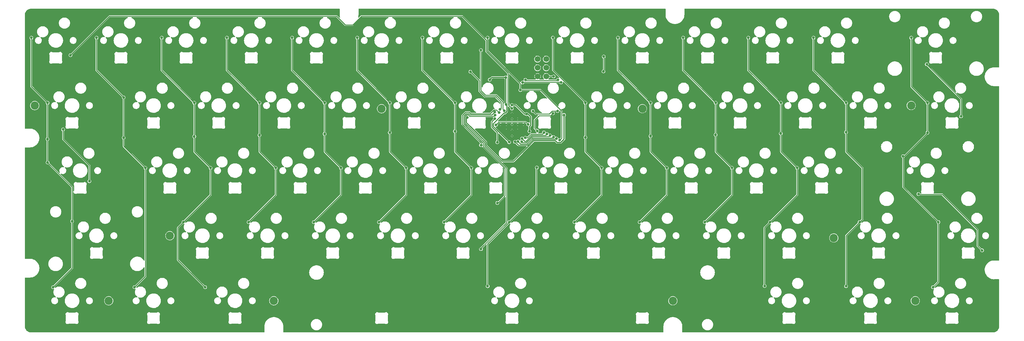
<source format=gbr>
%TF.GenerationSoftware,KiCad,Pcbnew,(5.99.0-12192-g74b8f14ec3)*%
%TF.CreationDate,2021-09-17T00:45:01+02:00*%
%TF.ProjectId,pcb-hotswap,7063622d-686f-4747-9377-61702e6b6963,1.0*%
%TF.SameCoordinates,Original*%
%TF.FileFunction,Copper,L1,Top*%
%TF.FilePolarity,Positive*%
%FSLAX46Y46*%
G04 Gerber Fmt 4.6, Leading zero omitted, Abs format (unit mm)*
G04 Created by KiCad (PCBNEW (5.99.0-12192-g74b8f14ec3)) date 2021-09-17 00:45:01*
%MOMM*%
%LPD*%
G01*
G04 APERTURE LIST*
%TA.AperFunction,WasherPad*%
%ADD10C,2.400000*%
%TD*%
%TA.AperFunction,ComponentPad*%
%ADD11C,0.500000*%
%TD*%
%TA.AperFunction,ComponentPad*%
%ADD12C,1.700000*%
%TD*%
%TA.AperFunction,ViaPad*%
%ADD13C,0.800000*%
%TD*%
%TA.AperFunction,Conductor*%
%ADD14C,0.350000*%
%TD*%
%TA.AperFunction,Conductor*%
%ADD15C,0.250000*%
%TD*%
G04 APERTURE END LIST*
D10*
%TO.P,,*%
%TO.N,*%
X149450000Y-166682000D03*
%TD*%
%TO.P,,*%
%TO.N,*%
X119065000Y-147635000D03*
%TD*%
%TO.P,,*%
%TO.N,*%
X336945000Y-166682000D03*
%TD*%
%TO.P,,*%
%TO.N,*%
X313130000Y-148295000D03*
%TD*%
%TO.P,,*%
%TO.N,*%
X335755000Y-109531000D03*
%TD*%
%TO.P,,*%
%TO.N,*%
X101207000Y-166686000D03*
%TD*%
%TO.P,,*%
%TO.N,*%
X79575000Y-109536000D03*
%TD*%
%TO.P,,*%
%TO.N,*%
X180947000Y-110469000D03*
%TD*%
%TO.P,,*%
%TO.N,*%
X257182000Y-110453000D03*
%TD*%
%TO.P,,*%
%TO.N,*%
X266094000Y-166681000D03*
%TD*%
D11*
%TO.P,U1,45,EP*%
%TO.N,GND*%
X219075000Y-113432049D03*
X215751598Y-115093750D03*
X220736701Y-115093750D03*
X219075000Y-115093750D03*
X217413299Y-113432049D03*
X219075000Y-118417152D03*
X222398402Y-115093750D03*
X217413299Y-115093750D03*
X220736701Y-113432049D03*
X217413299Y-116755451D03*
X219075000Y-116755451D03*
X220736701Y-116755451D03*
X219075000Y-111770348D03*
%TD*%
D12*
%TO.P,J1,1,MISO*%
%TO.N,/MISO*%
X229090000Y-95940000D03*
%TO.P,J1,2,VCC*%
%TO.N,VCC*%
X226550000Y-95940000D03*
%TO.P,J1,3,SCK*%
%TO.N,/SCK*%
X229090000Y-98480000D03*
%TO.P,J1,4,MOSI*%
%TO.N,/MOSI*%
X226550000Y-98480000D03*
%TO.P,J1,5,~{RST}*%
%TO.N,RST*%
X229090000Y-101020000D03*
%TO.P,J1,6,GND*%
%TO.N,GND*%
X226550000Y-101020000D03*
%TD*%
D13*
%TO.N,GND*%
X185120000Y-96344000D03*
X225240000Y-103890000D03*
X221754000Y-109111000D03*
X251610000Y-115369000D03*
X289711000Y-115377000D03*
X78989000Y-167079000D03*
X184880000Y-120350000D03*
X237289000Y-115472000D03*
X226114000Y-123362000D03*
X214346000Y-108087000D03*
X89184000Y-162228000D03*
X242207000Y-96383000D03*
X225180000Y-109826000D03*
X270676000Y-115377000D03*
X204054000Y-96344000D03*
X214309000Y-99716000D03*
X146730000Y-120410000D03*
X219093303Y-120783178D03*
X212253000Y-108149000D03*
X235010000Y-125790000D03*
X230400000Y-129610000D03*
X211119000Y-94461000D03*
X226730000Y-105987000D03*
X223152000Y-96349000D03*
X219380000Y-105820000D03*
X308794000Y-115295000D03*
X232702000Y-115447000D03*
X261282000Y-96331000D03*
X223433000Y-125098000D03*
X88377000Y-132504000D03*
X212081000Y-116174000D03*
X89658000Y-96285000D03*
%TO.N,VCC*%
X206000000Y-113000000D03*
X212566000Y-101980000D03*
X234294500Y-112305020D03*
X223358519Y-112036764D03*
X217237701Y-101322299D03*
X217333242Y-109184397D03*
X218238113Y-120262936D03*
X219026960Y-109422098D03*
X224170000Y-117050000D03*
%TO.N,/RGB*%
X219033652Y-110421578D03*
X90020000Y-94810000D03*
%TO.N,Net-(D14-Pad2)*%
X350320000Y-112700000D03*
X340320000Y-97450000D03*
%TO.N,Net-(D15-Pad2)*%
X87860000Y-116530000D03*
X95550000Y-131670000D03*
%TO.N,Net-(D21-Pad4)*%
X214404847Y-115203771D03*
X223770000Y-115020000D03*
%TO.N,Net-(D41-Pad2)*%
X356470000Y-151930000D03*
X337870000Y-135430000D03*
%TO.N,R0*%
X216804066Y-111082006D03*
X210005000Y-93325000D03*
%TO.N,R1*%
X206920000Y-99625500D03*
X232500000Y-102000000D03*
X215560380Y-110651586D03*
X223000000Y-102000000D03*
%TO.N,Net-(D74-Pad1)*%
X233427700Y-102787000D03*
X222153770Y-102787000D03*
%TO.N,R2*%
X215275000Y-111614000D03*
X210016628Y-121143372D03*
%TO.N,R3*%
X214066000Y-111442000D03*
X214785000Y-138073000D03*
%TO.N,R4*%
X210010000Y-151564020D03*
X214082793Y-112376189D03*
%TO.N,RST*%
X245810000Y-99560000D03*
X226467701Y-116962299D03*
X231249500Y-101020000D03*
X231031000Y-111827500D03*
X245880000Y-95200000D03*
%TO.N,C0*%
X90502000Y-143387000D03*
X84931250Y-162718750D03*
X83343750Y-126206250D03*
X78581250Y-89693750D03*
X83343750Y-108743750D03*
X83309000Y-119355000D03*
%TO.N,C1*%
X111918750Y-127793750D03*
X105568750Y-107156250D03*
X108743750Y-162718750D03*
X97631250Y-89693750D03*
X105577000Y-118965140D03*
%TO.N,C2*%
X126206250Y-108743750D03*
X126194000Y-118587620D03*
X123031250Y-143668750D03*
X129381250Y-162718750D03*
X116681250Y-89693750D03*
X130968750Y-127793750D03*
%TO.N,C3*%
X142081250Y-143668750D03*
X135731250Y-89693750D03*
X145256250Y-108743750D03*
X145258000Y-118210100D03*
X150018750Y-127793750D03*
%TO.N,C4*%
X169068750Y-127793750D03*
X161131250Y-143668750D03*
X154781250Y-89693750D03*
X164306250Y-108743750D03*
X164309000Y-117832580D03*
%TO.N,C5*%
X183356250Y-108743750D03*
X180181250Y-143668750D03*
X173831250Y-89693750D03*
X183353000Y-117455060D03*
X188118750Y-127793750D03*
%TO.N,C6*%
X199231250Y-143668750D03*
X202401000Y-117077540D03*
X192881250Y-89693750D03*
X202406250Y-108743750D03*
X207168750Y-127793750D03*
%TO.N,C7*%
X211960000Y-162423000D03*
X226330000Y-127700000D03*
X218281250Y-143668750D03*
X211931250Y-89693750D03*
X221500000Y-105000000D03*
X233022877Y-119653350D03*
%TO.N,C8*%
X231020000Y-89660000D03*
X240528000Y-118843830D03*
X237331250Y-143668750D03*
X240506250Y-108743750D03*
X245268750Y-127793750D03*
X232072276Y-119218312D03*
X219932234Y-120152929D03*
%TO.N,C9*%
X259555000Y-118466310D03*
X231187003Y-118754310D03*
X256381250Y-143668750D03*
X259556250Y-108743750D03*
X250031250Y-89693750D03*
X264318750Y-127793750D03*
X220850072Y-120019387D03*
%TO.N,C10*%
X275431250Y-143668750D03*
X230187500Y-118304790D03*
X278586000Y-118088790D03*
X278606250Y-108743750D03*
X221903665Y-120129734D03*
X283368750Y-127793750D03*
X269081250Y-89693750D03*
%TO.N,C11*%
X297638000Y-117711270D03*
X229294789Y-117855270D03*
X292922000Y-162381000D03*
X294481250Y-143668750D03*
X302418750Y-127793750D03*
X288131250Y-89693750D03*
X221993000Y-119197000D03*
X297656250Y-108743750D03*
%TO.N,C12*%
X320675000Y-143668750D03*
X316706250Y-108743750D03*
X307181250Y-89693750D03*
X228402077Y-117405750D03*
X316708000Y-162407000D03*
X316716000Y-117333750D03*
X222950117Y-118968883D03*
%TO.N,C13*%
X335756250Y-89693750D03*
X343693750Y-143668750D03*
X333361000Y-124366000D03*
X340518750Y-117475000D03*
X340518750Y-108743750D03*
X342106250Y-162718750D03*
%TO.N,Net-(PB0-Pad1)*%
X225175000Y-111144000D03*
X232392000Y-111136000D03*
%TO.N,Net-(PF7-Pad1)*%
X214068000Y-113367000D03*
X214780000Y-120270140D03*
%TD*%
D14*
%TO.N,VCC*%
X217333242Y-109184397D02*
X217580491Y-109431646D01*
X234294500Y-119375229D02*
X233313868Y-120355861D01*
X223358519Y-112036764D02*
X222716764Y-112036764D01*
X222716764Y-112036764D02*
X220102098Y-109422098D01*
X233313868Y-120355861D02*
X232216323Y-120355861D01*
X216067197Y-125816699D02*
X211474179Y-121223681D01*
X212566000Y-101980000D02*
X213223701Y-101322299D01*
X217270000Y-109121155D02*
X217270000Y-101354598D01*
X217580491Y-109431646D02*
X217580491Y-111299083D01*
X223740764Y-112036764D02*
X224544511Y-112840511D01*
X217270000Y-101354598D02*
X217237701Y-101322299D01*
X217580491Y-111299083D02*
X217095057Y-111784517D01*
X231694803Y-119834341D02*
X225502805Y-119834341D01*
X224544511Y-115340814D02*
X224170000Y-115715325D01*
X224170000Y-115715325D02*
X224170000Y-117050000D01*
X225502805Y-119834341D02*
X219520447Y-125816699D01*
X205775011Y-113224989D02*
X206000000Y-113000000D01*
X232216323Y-120355861D02*
X231694803Y-119834341D01*
X223358519Y-112036764D02*
X223740764Y-112036764D01*
X234294500Y-112305020D02*
X234294500Y-119375229D01*
X205775011Y-114535011D02*
X205775011Y-113224989D01*
X211474179Y-121223681D02*
X211474179Y-120234179D01*
X217333242Y-109184397D02*
X217270000Y-109121155D01*
X220102098Y-109422098D02*
X219026960Y-109422098D01*
X224544511Y-112840511D02*
X224544511Y-115340814D01*
X213641511Y-115666334D02*
X218238113Y-120262936D01*
X216729483Y-111784517D02*
X213641511Y-114872489D01*
X213641511Y-114872489D02*
X213641511Y-115666334D01*
X211474179Y-120234179D02*
X205775011Y-114535011D01*
X217095057Y-111784517D02*
X216729483Y-111784517D01*
X213223701Y-101322299D02*
X217237701Y-101322299D01*
X219520447Y-125816699D02*
X216067197Y-125816699D01*
D15*
%TO.N,/RGB*%
X219033652Y-110421578D02*
X218008011Y-109395937D01*
X101435000Y-83395000D02*
X90020000Y-94810000D01*
X175064000Y-83389000D02*
X172508000Y-85945000D01*
X211553730Y-93707624D02*
X211553730Y-90427730D01*
X218008011Y-108936375D02*
X217869000Y-108797364D01*
X218008011Y-109395937D02*
X218008011Y-108936375D01*
X211553730Y-90427730D02*
X204515000Y-83389000D01*
X167822000Y-83395000D02*
X101435000Y-83395000D01*
X217869000Y-108797364D02*
X217869000Y-101613791D01*
X204515000Y-83389000D02*
X175064000Y-83389000D01*
X217869000Y-101613791D02*
X217890212Y-101592579D01*
X170372000Y-85945000D02*
X167822000Y-83395000D01*
X217890212Y-100044106D02*
X211553730Y-93707624D01*
X217890212Y-101592579D02*
X217890212Y-100044106D01*
X172508000Y-85945000D02*
X170372000Y-85945000D01*
%TO.N,Net-(D14-Pad2)*%
X340320000Y-97450000D02*
X340320000Y-97570000D01*
X350320000Y-107570000D02*
X350320000Y-112700000D01*
X340320000Y-97570000D02*
X350320000Y-107570000D01*
%TO.N,Net-(D15-Pad2)*%
X95600000Y-131620000D02*
X95550000Y-131670000D01*
X95600000Y-127110000D02*
X95600000Y-131620000D01*
X87860000Y-116530000D02*
X87860000Y-119370000D01*
X87860000Y-119370000D02*
X95600000Y-127110000D01*
%TO.N,Net-(D21-Pad4)*%
X215193820Y-114414798D02*
X223164798Y-114414798D01*
X214404847Y-115203771D02*
X215193820Y-114414798D01*
X223164798Y-114414798D02*
X223770000Y-115020000D01*
%TO.N,Net-(D41-Pad2)*%
X355140000Y-150600000D02*
X356470000Y-151930000D01*
X338010000Y-135570000D02*
X344850000Y-135570000D01*
X337870000Y-135430000D02*
X338010000Y-135570000D01*
X344850000Y-135570000D02*
X355140000Y-145860000D01*
X355140000Y-145860000D02*
X355140000Y-150600000D01*
%TO.N,R0*%
X210000000Y-93330000D02*
X210000000Y-105135718D01*
X214455000Y-106500000D02*
X216382000Y-108427000D01*
X210000000Y-105135718D02*
X211364282Y-106500000D01*
X216382000Y-108427000D02*
X216382000Y-110659940D01*
X211364282Y-106500000D02*
X214455000Y-106500000D01*
X210005000Y-93325000D02*
X210000000Y-93330000D01*
X216382000Y-110659940D02*
X216804066Y-111082006D01*
%TO.N,R1*%
X223194511Y-102194511D02*
X223000000Y-102000000D01*
X232500000Y-102000000D02*
X232305489Y-102194511D01*
X214268802Y-106949520D02*
X211178085Y-106949520D01*
X215560380Y-110651586D02*
X215932480Y-110279486D01*
X209550480Y-105321915D02*
X209550480Y-102255980D01*
X211178085Y-106949520D02*
X209550480Y-105321915D01*
X209550480Y-102255980D02*
X206920000Y-99625500D01*
X215932480Y-110279486D02*
X215932480Y-108613198D01*
X232305489Y-102194511D02*
X223194511Y-102194511D01*
X215932480Y-108613198D02*
X214268802Y-106949520D01*
%TO.N,Net-(D74-Pad1)*%
X222153770Y-102787000D02*
X222271770Y-102669000D01*
X222271770Y-102669000D02*
X233309700Y-102669000D01*
X233309700Y-102669000D02*
X233427700Y-102787000D01*
%TO.N,R2*%
X213795720Y-110789489D02*
X212665249Y-111919960D01*
X204592451Y-112416971D02*
X204592451Y-115024843D01*
X204592451Y-115024843D02*
X210016628Y-120449020D01*
X206612851Y-111520450D02*
X205488972Y-111520450D01*
X205488972Y-111520450D02*
X204592451Y-112416971D01*
X210016628Y-120449020D02*
X210016628Y-121143372D01*
X207012362Y-111919960D02*
X206612851Y-111520450D01*
X214450489Y-110789489D02*
X213795720Y-110789489D01*
X212665249Y-111919960D02*
X207012362Y-111919960D01*
X215275000Y-111614000D02*
X214450489Y-110789489D01*
%TO.N,R3*%
X217030480Y-135969520D02*
X214927000Y-138073000D01*
X206855988Y-112297480D02*
X206456478Y-111897970D01*
X210669139Y-120567637D02*
X210669139Y-121557139D01*
X217030480Y-127918480D02*
X217030480Y-135969520D01*
X214066000Y-111442000D02*
X213210520Y-112297480D01*
X205645345Y-111897970D02*
X204969971Y-112573344D01*
X214927000Y-138073000D02*
X214785000Y-138073000D01*
X204969971Y-114868469D02*
X210669139Y-120567637D01*
X204969971Y-112573344D02*
X204969971Y-114868469D01*
X213210520Y-112297480D02*
X206855988Y-112297480D01*
X206456478Y-111897970D02*
X205645345Y-111897970D01*
X210669139Y-121557139D02*
X217030480Y-127918480D01*
%TO.N,R4*%
X205801720Y-112275489D02*
X205347491Y-112729718D01*
X214082793Y-112376189D02*
X213783982Y-112675000D01*
X205347491Y-112729718D02*
X205347491Y-114712095D01*
X210000000Y-151554020D02*
X210010000Y-151564020D01*
X205347491Y-114712095D02*
X211046659Y-120411263D01*
X217407999Y-127762105D02*
X217407999Y-127924999D01*
X213783982Y-112675000D02*
X206699614Y-112675000D01*
X217480000Y-127997000D02*
X217480000Y-143834282D01*
X210000000Y-151314282D02*
X210000000Y-151554020D01*
X206300103Y-112275489D02*
X205801720Y-112275489D01*
X217480000Y-143834282D02*
X210000000Y-151314282D01*
X206699614Y-112675000D02*
X206300103Y-112275489D01*
X211046659Y-121400765D02*
X217407999Y-127762105D01*
X217407999Y-127924999D02*
X217480000Y-127997000D01*
X211046659Y-120411263D02*
X211046659Y-121400765D01*
%TO.N,RST*%
X245920000Y-95240000D02*
X245920000Y-99450000D01*
X231249500Y-101020000D02*
X229090000Y-101020000D01*
X225680000Y-116174598D02*
X226467701Y-116962299D01*
X245920000Y-99450000D02*
X245810000Y-99560000D01*
X231031000Y-111827500D02*
X230362500Y-112496000D01*
X226964000Y-112496000D02*
X225680000Y-113780000D01*
X230362500Y-112496000D02*
X226964000Y-112496000D01*
X225680000Y-113780000D02*
X225680000Y-116174598D01*
X245880000Y-95200000D02*
X245920000Y-95240000D01*
%TO.N,C0*%
X90502000Y-143387000D02*
X90487500Y-143401500D01*
X78581250Y-89693750D02*
X78581250Y-103981250D01*
X90502000Y-143387000D02*
X90487500Y-143372500D01*
X90487500Y-143372500D02*
X90487500Y-133350000D01*
X78581250Y-103981250D02*
X83343750Y-108743750D01*
X83343750Y-126206250D02*
X83343750Y-108743750D01*
X90487500Y-133350000D02*
X83343750Y-126206250D01*
X90487500Y-157162500D02*
X84931250Y-162718750D01*
X90487500Y-143401500D02*
X90487500Y-157162500D01*
%TO.N,C1*%
X105568750Y-121443750D02*
X105568750Y-107156250D01*
X111918750Y-127793750D02*
X111918750Y-159543750D01*
X111918750Y-159543750D02*
X108743750Y-162718750D01*
X111918750Y-127793750D02*
X105568750Y-121443750D01*
X97631250Y-89693750D02*
X97631250Y-99218750D01*
X97631250Y-99218750D02*
X105568750Y-107156250D01*
%TO.N,C2*%
X126194000Y-118587620D02*
X126206250Y-118575370D01*
X121443750Y-154781250D02*
X129381250Y-162718750D01*
X126206250Y-118268750D02*
X126206250Y-123031250D01*
X130968750Y-135731250D02*
X130968750Y-127793750D01*
X116681250Y-99218750D02*
X116681250Y-89693750D01*
X126206250Y-108743750D02*
X116681250Y-99218750D01*
X126206250Y-108743750D02*
X126206250Y-118268750D01*
X126206250Y-123031250D02*
X130968750Y-127793750D01*
X123031250Y-143668750D02*
X121443750Y-145256250D01*
X126206250Y-118575370D02*
X126206250Y-118268750D01*
X123031250Y-143668750D02*
X130968750Y-135731250D01*
X121443750Y-145256250D02*
X121443750Y-154781250D01*
%TO.N,C3*%
X145256250Y-118211850D02*
X145256250Y-118268750D01*
X145258000Y-118210100D02*
X145256250Y-118211850D01*
X145256250Y-118268750D02*
X145256250Y-123031250D01*
X135731250Y-89693750D02*
X135731250Y-99218750D01*
X145256250Y-108743750D02*
X145256250Y-118268750D01*
X150018750Y-127793750D02*
X150018750Y-135731250D01*
X135731250Y-99218750D02*
X145256250Y-108743750D01*
X150018750Y-135731250D02*
X142081250Y-143668750D01*
X145256250Y-123031250D02*
X150018750Y-127793750D01*
%TO.N,C4*%
X164309000Y-117832580D02*
X164306250Y-117835330D01*
X164306250Y-123031250D02*
X169068750Y-127793750D01*
X154781250Y-99218750D02*
X164306250Y-108743750D01*
X164306250Y-108743750D02*
X164306250Y-118268750D01*
X164306250Y-117835330D02*
X164306250Y-118268750D01*
X154781250Y-89693750D02*
X154781250Y-99218750D01*
X164306250Y-118268750D02*
X164306250Y-123031250D01*
X169068750Y-135731250D02*
X161131250Y-143668750D01*
X169068750Y-127793750D02*
X169068750Y-135731250D01*
%TO.N,C5*%
X173831250Y-99218750D02*
X183356250Y-108743750D01*
X183356250Y-123031250D02*
X188118750Y-127793750D01*
X183353000Y-117455060D02*
X183356250Y-117458310D01*
X188118750Y-127793750D02*
X188118750Y-135731250D01*
X183356250Y-117475000D02*
X183356250Y-123031250D01*
X173831250Y-89693750D02*
X173831250Y-99218750D01*
X183356250Y-108743750D02*
X183356250Y-117475000D01*
X183356250Y-117458310D02*
X183356250Y-117475000D01*
X188118750Y-135731250D02*
X180181250Y-143668750D01*
%TO.N,C6*%
X202406250Y-108743750D02*
X202406250Y-116681250D01*
X202401000Y-116686500D02*
X202406250Y-116681250D01*
X192881250Y-99218750D02*
X202406250Y-108743750D01*
X207168750Y-127793750D02*
X207168750Y-135731250D01*
X202401000Y-117077540D02*
X202401000Y-116686500D01*
X202406250Y-123031250D02*
X207168750Y-127793750D01*
X207168750Y-135731250D02*
X199231250Y-143668750D01*
X192881250Y-89693750D02*
X192881250Y-99218750D01*
X202406250Y-116681250D02*
X202406250Y-123031250D01*
%TO.N,C7*%
X226218750Y-135731250D02*
X226218750Y-127811250D01*
X221500000Y-105000000D02*
X221500000Y-103120000D01*
X233570000Y-111190000D02*
X233570000Y-119106227D01*
X211960000Y-162423000D02*
X211931250Y-162394250D01*
X211931250Y-93551250D02*
X211931250Y-89693750D01*
X221500000Y-103120000D02*
X211931250Y-93551250D01*
X221500000Y-105000000D02*
X227380000Y-105000000D01*
X226218750Y-135731250D02*
X218281250Y-143668750D01*
X226218750Y-127811250D02*
X226330000Y-127700000D01*
X227380000Y-105000000D02*
X233570000Y-111190000D01*
X211931250Y-150018750D02*
X218281250Y-143668750D01*
X233570000Y-119106227D02*
X233022877Y-119653350D01*
X211931250Y-162394250D02*
X211931250Y-150018750D01*
%TO.N,C8*%
X231883767Y-119406821D02*
X232072276Y-119218312D01*
X231020000Y-99140000D02*
X240506250Y-108626250D01*
X240506250Y-108626250D02*
X240506250Y-108743750D01*
X240506250Y-123031250D02*
X245268750Y-127793750D01*
X240506250Y-119062500D02*
X240506250Y-118865580D01*
X245268750Y-127793750D02*
X245268750Y-135731250D01*
X240506250Y-119062500D02*
X240506250Y-123031250D01*
X245268750Y-135731250D02*
X237331250Y-143668750D01*
X225325722Y-119406821D02*
X231883767Y-119406821D01*
X240506250Y-108743750D02*
X240506250Y-119062500D01*
X219932234Y-120152929D02*
X220939069Y-121159764D01*
X220939069Y-121159764D02*
X223572779Y-121159764D01*
X223572779Y-121159764D02*
X225325722Y-119406821D01*
X231020000Y-89660000D02*
X231020000Y-99140000D01*
X240506250Y-118865580D02*
X240528000Y-118843830D01*
%TO.N,C9*%
X223416405Y-120782244D02*
X225169348Y-119029301D01*
X250031250Y-89693750D02*
X250031250Y-99218750D01*
X264318750Y-127793750D02*
X264318750Y-135731250D01*
X259556250Y-108743750D02*
X259556250Y-123031250D01*
X264318750Y-135731250D02*
X256381250Y-143668750D01*
X220850072Y-120019387D02*
X221612929Y-120782244D01*
X225169348Y-119029301D02*
X230912012Y-119029301D01*
X250031250Y-99218750D02*
X259556250Y-108743750D01*
X221612929Y-120782244D02*
X223416405Y-120782244D01*
X230912012Y-119029301D02*
X231187003Y-118754310D01*
X259556250Y-123031250D02*
X264318750Y-127793750D01*
%TO.N,C10*%
X221903665Y-120129734D02*
X222178655Y-120404724D01*
X229840509Y-118651781D02*
X230187500Y-118304790D01*
X223260033Y-120404724D02*
X225012976Y-118651781D01*
X269081250Y-99218750D02*
X278606250Y-108743750D01*
X278606250Y-123031250D02*
X283368750Y-127793750D01*
X278606250Y-108743750D02*
X278606250Y-123031250D01*
X269081250Y-89693750D02*
X269081250Y-99218750D01*
X283368750Y-127793750D02*
X283368750Y-135731250D01*
X222178655Y-120404724D02*
X223260033Y-120404724D01*
X283368750Y-135731250D02*
X275431250Y-143668750D01*
X225012976Y-118651781D02*
X229840509Y-118651781D01*
%TO.N,C11*%
X292893750Y-145256250D02*
X294481250Y-143668750D01*
X297656250Y-108743750D02*
X297656250Y-123031250D01*
X288131250Y-89693750D02*
X288131250Y-99218750D01*
X228875798Y-118274261D02*
X229294789Y-117855270D01*
X302418750Y-127793750D02*
X302418750Y-135731250D01*
X221993000Y-119197000D02*
X222823205Y-120027204D01*
X222823205Y-120027204D02*
X223103659Y-120027204D01*
X288131250Y-99218750D02*
X297656250Y-108743750D01*
X224856602Y-118274261D02*
X228875798Y-118274261D01*
X292922000Y-162381000D02*
X292893750Y-162352750D01*
X223103659Y-120027204D02*
X224856602Y-118274261D01*
X302418750Y-135731250D02*
X294481250Y-143668750D01*
X292893750Y-162352750D02*
X292893750Y-145256250D01*
X297656250Y-123031250D02*
X302418750Y-127793750D01*
%TO.N,C12*%
X224700228Y-117896741D02*
X227911086Y-117896741D01*
X316706250Y-162405250D02*
X316706250Y-147637500D01*
X316708000Y-162407000D02*
X316706250Y-162405250D01*
X227911086Y-117896741D02*
X228402077Y-117405750D01*
X307181250Y-89693750D02*
X307181250Y-99218750D01*
X321468750Y-142875000D02*
X320675000Y-143668750D01*
X316706250Y-123031250D02*
X321468750Y-127793750D01*
X321468750Y-127793750D02*
X321468750Y-135731250D01*
X321468750Y-135731250D02*
X321468750Y-142875000D01*
X316706250Y-147637500D02*
X320675000Y-143668750D01*
X316706250Y-108743750D02*
X316706250Y-123031250D01*
X307181250Y-99218750D02*
X316706250Y-108743750D01*
X222950117Y-118968883D02*
X223628086Y-118968883D01*
X223628086Y-118968883D02*
X224700228Y-117896741D01*
%TO.N,C13*%
X333375000Y-133350000D02*
X343693750Y-143668750D01*
X340518750Y-117574219D02*
X340518750Y-108743750D01*
X335756250Y-103981250D02*
X340518750Y-108743750D01*
X343693750Y-143668750D02*
X343693750Y-161131250D01*
X343693750Y-161131250D02*
X342106250Y-162718750D01*
X333361000Y-124366000D02*
X333726969Y-124366000D01*
X333726969Y-124366000D02*
X340518750Y-117574219D01*
X333361000Y-124366000D02*
X333375000Y-124380000D01*
X333375000Y-124380000D02*
X333375000Y-133350000D01*
X335756250Y-89693750D02*
X335756250Y-103981250D01*
%TO.N,Net-(PB0-Pad1)*%
X230799709Y-111136000D02*
X232392000Y-111136000D01*
X229939709Y-111996000D02*
X230799709Y-111136000D01*
X225175000Y-111144000D02*
X226027000Y-111996000D01*
X226027000Y-111996000D02*
X229939709Y-111996000D01*
%TO.N,Net-(PF7-Pad1)*%
X213213991Y-114221009D02*
X214068000Y-113367000D01*
X213213991Y-115843418D02*
X213213991Y-114221009D01*
X214780000Y-117409427D02*
X213213991Y-115843418D01*
X214780000Y-120270140D02*
X214780000Y-117409427D01*
%TD*%
%TA.AperFunction,Conductor*%
%TO.N,GND*%
G36*
X168645121Y-81190002D02*
G01*
X168691614Y-81243658D01*
X168703000Y-81296000D01*
X168703000Y-82904162D01*
X168697854Y-82920000D01*
X168698446Y-82921822D01*
X168707999Y-83085834D01*
X168716594Y-83233402D01*
X168716966Y-83239797D01*
X168772592Y-83555268D01*
X168773643Y-83558778D01*
X168773644Y-83558783D01*
X168799569Y-83645379D01*
X168811553Y-83685405D01*
X168813950Y-83693413D01*
X168814325Y-83764408D01*
X168776258Y-83824337D01*
X168711834Y-83854171D01*
X168641508Y-83844439D01*
X168604148Y-83818645D01*
X168027682Y-83242179D01*
X168012012Y-83223085D01*
X168011658Y-83222555D01*
X168011656Y-83222553D01*
X168004763Y-83212237D01*
X167985467Y-83199344D01*
X167931228Y-83163102D01*
X167931226Y-83163101D01*
X167920911Y-83156209D01*
X167908744Y-83153789D01*
X167908742Y-83153788D01*
X167846965Y-83141500D01*
X167834171Y-83138955D01*
X167822000Y-83136534D01*
X167809829Y-83138955D01*
X167809206Y-83139079D01*
X167784624Y-83141500D01*
X101472376Y-83141500D01*
X101447795Y-83139079D01*
X101447172Y-83138955D01*
X101447171Y-83138955D01*
X101435000Y-83136534D01*
X101410034Y-83141500D01*
X101348260Y-83153787D01*
X101348259Y-83153788D01*
X101336090Y-83156208D01*
X101315450Y-83169999D01*
X101273401Y-83198095D01*
X101273397Y-83198098D01*
X101262553Y-83205344D01*
X101252237Y-83212237D01*
X101245344Y-83222553D01*
X101245342Y-83222555D01*
X101244990Y-83223082D01*
X101229320Y-83242176D01*
X95720335Y-88751162D01*
X90218187Y-94253310D01*
X90155875Y-94287336D01*
X90112646Y-94289137D01*
X90028189Y-94278018D01*
X90028188Y-94278018D01*
X90020000Y-94276940D01*
X90011812Y-94278018D01*
X89890218Y-94294026D01*
X89890214Y-94294027D01*
X89882034Y-94295104D01*
X89874410Y-94298262D01*
X89874406Y-94298263D01*
X89761099Y-94345196D01*
X89753470Y-94348356D01*
X89643070Y-94433070D01*
X89558356Y-94543470D01*
X89555196Y-94551099D01*
X89508263Y-94664406D01*
X89508262Y-94664410D01*
X89505104Y-94672034D01*
X89504027Y-94680214D01*
X89504026Y-94680218D01*
X89495262Y-94746791D01*
X89486940Y-94810000D01*
X89488018Y-94818188D01*
X89504026Y-94939782D01*
X89504027Y-94939786D01*
X89505104Y-94947966D01*
X89508262Y-94955590D01*
X89508263Y-94955594D01*
X89539586Y-95031214D01*
X89558356Y-95076530D01*
X89643070Y-95186930D01*
X89753470Y-95271644D01*
X89761099Y-95274804D01*
X89874406Y-95321737D01*
X89874410Y-95321738D01*
X89882034Y-95324896D01*
X89890214Y-95325973D01*
X89890218Y-95325974D01*
X90011812Y-95341982D01*
X90020000Y-95343060D01*
X90028188Y-95341982D01*
X90149782Y-95325974D01*
X90149786Y-95325973D01*
X90157966Y-95324896D01*
X90165590Y-95321738D01*
X90165594Y-95321737D01*
X90278901Y-95274804D01*
X90286530Y-95271644D01*
X90396930Y-95186930D01*
X90481644Y-95076530D01*
X90500414Y-95031214D01*
X90531737Y-94955594D01*
X90531738Y-94955590D01*
X90534896Y-94947966D01*
X90535973Y-94939786D01*
X90535974Y-94939782D01*
X90551982Y-94818188D01*
X90553060Y-94810000D01*
X90544738Y-94746791D01*
X90540863Y-94717354D01*
X90551802Y-94647206D01*
X90576690Y-94611813D01*
X95494753Y-89693750D01*
X97098190Y-89693750D01*
X97099268Y-89701938D01*
X97115276Y-89823532D01*
X97115277Y-89823536D01*
X97116354Y-89831716D01*
X97119512Y-89839340D01*
X97119513Y-89839344D01*
X97159106Y-89934930D01*
X97169606Y-89960280D01*
X97254320Y-90070680D01*
X97260866Y-90075703D01*
X97328455Y-90127567D01*
X97370322Y-90184906D01*
X97377750Y-90227529D01*
X97377750Y-99181374D01*
X97375329Y-99205956D01*
X97372784Y-99218750D01*
X97375205Y-99230921D01*
X97377750Y-99243715D01*
X97389165Y-99301099D01*
X97392459Y-99317661D01*
X97399351Y-99327976D01*
X97399352Y-99327978D01*
X97425158Y-99366599D01*
X97448487Y-99401513D01*
X97458803Y-99408406D01*
X97458805Y-99408408D01*
X97459335Y-99408762D01*
X97478429Y-99424432D01*
X105012060Y-106958063D01*
X105046086Y-107020375D01*
X105047887Y-107063604D01*
X105040204Y-107121965D01*
X105035690Y-107156250D01*
X105036768Y-107164438D01*
X105052776Y-107286032D01*
X105052777Y-107286036D01*
X105053854Y-107294216D01*
X105057012Y-107301840D01*
X105057013Y-107301844D01*
X105101313Y-107408795D01*
X105107106Y-107422780D01*
X105112132Y-107429330D01*
X105136258Y-107460771D01*
X105191820Y-107533180D01*
X105198366Y-107538203D01*
X105265955Y-107590067D01*
X105307822Y-107647406D01*
X105315250Y-107690029D01*
X105315250Y-118437692D01*
X105295248Y-118505813D01*
X105265955Y-118537654D01*
X105200070Y-118588210D01*
X105115356Y-118698610D01*
X105112196Y-118706239D01*
X105065263Y-118819546D01*
X105065262Y-118819550D01*
X105062104Y-118827174D01*
X105061027Y-118835354D01*
X105061026Y-118835358D01*
X105048434Y-118931008D01*
X105043940Y-118965140D01*
X105045018Y-118973328D01*
X105061026Y-119094922D01*
X105061027Y-119094926D01*
X105062104Y-119103106D01*
X105065262Y-119110730D01*
X105065263Y-119110734D01*
X105100995Y-119197000D01*
X105115356Y-119231670D01*
X105200070Y-119342070D01*
X105206616Y-119347093D01*
X105265955Y-119392626D01*
X105307822Y-119449964D01*
X105315250Y-119492588D01*
X105315250Y-121406374D01*
X105312829Y-121430956D01*
X105310284Y-121443750D01*
X105312705Y-121455921D01*
X105315250Y-121468715D01*
X105326511Y-121525325D01*
X105329959Y-121542661D01*
X105336851Y-121552976D01*
X105336852Y-121552978D01*
X105374910Y-121609935D01*
X105385987Y-121626513D01*
X105396303Y-121633406D01*
X105396305Y-121633408D01*
X105396835Y-121633762D01*
X105415929Y-121649432D01*
X111362060Y-127595563D01*
X111396086Y-127657875D01*
X111397887Y-127701104D01*
X111391248Y-127751535D01*
X111385690Y-127793750D01*
X111386768Y-127801938D01*
X111402776Y-127923532D01*
X111402777Y-127923536D01*
X111403854Y-127931716D01*
X111407012Y-127939340D01*
X111407013Y-127939344D01*
X111444350Y-128029484D01*
X111457106Y-128060280D01*
X111541820Y-128170680D01*
X111548366Y-128175703D01*
X111615955Y-128227567D01*
X111657822Y-128284906D01*
X111665250Y-128327529D01*
X111665250Y-154807015D01*
X111645248Y-154875136D01*
X111591592Y-154921629D01*
X111521318Y-154931733D01*
X111456738Y-154902239D01*
X111427284Y-154864805D01*
X111390882Y-154794278D01*
X111390882Y-154794277D01*
X111388917Y-154790471D01*
X111386454Y-154786966D01*
X111224982Y-154557215D01*
X111224977Y-154557209D01*
X111222518Y-154553710D01*
X111087816Y-154408753D01*
X111028448Y-154344865D01*
X111028445Y-154344862D01*
X111025527Y-154341722D01*
X110801589Y-154158431D01*
X110717379Y-154106827D01*
X110558497Y-154009463D01*
X110558489Y-154009459D01*
X110554847Y-154007227D01*
X110550930Y-154005508D01*
X110550927Y-154005506D01*
X110434260Y-153954293D01*
X110289867Y-153890909D01*
X110285739Y-153889733D01*
X110285736Y-153889732D01*
X110166244Y-153855694D01*
X110011553Y-153811629D01*
X110007311Y-153811025D01*
X110007305Y-153811024D01*
X109729305Y-153771459D01*
X109725054Y-153770854D01*
X109572448Y-153770055D01*
X109439958Y-153769361D01*
X109439952Y-153769361D01*
X109435672Y-153769339D01*
X109431428Y-153769898D01*
X109431424Y-153769898D01*
X109305437Y-153786485D01*
X109148762Y-153807111D01*
X109144622Y-153808244D01*
X109144620Y-153808244D01*
X108918173Y-153870193D01*
X108869633Y-153883472D01*
X108848153Y-153892634D01*
X108607391Y-153995327D01*
X108607384Y-153995331D01*
X108603449Y-153997009D01*
X108453611Y-154086685D01*
X108358819Y-154143417D01*
X108358815Y-154143420D01*
X108355137Y-154145621D01*
X108129292Y-154326557D01*
X108028260Y-154433023D01*
X107938612Y-154527492D01*
X107930092Y-154536470D01*
X107761223Y-154771476D01*
X107625811Y-155027225D01*
X107526361Y-155298986D01*
X107464713Y-155581729D01*
X107442008Y-155870223D01*
X107458666Y-156159129D01*
X107459491Y-156163334D01*
X107459492Y-156163342D01*
X107479361Y-156264612D01*
X107514379Y-156443101D01*
X107515766Y-156447152D01*
X107515767Y-156447156D01*
X107552326Y-156553935D01*
X107608116Y-156716885D01*
X107738143Y-156975414D01*
X107740569Y-156978943D01*
X107740572Y-156978949D01*
X107872078Y-157170290D01*
X107902053Y-157213904D01*
X107904940Y-157217077D01*
X107904941Y-157217078D01*
X108011585Y-157334278D01*
X108096813Y-157427943D01*
X108160492Y-157481187D01*
X108315528Y-157610818D01*
X108315533Y-157610822D01*
X108318820Y-157613570D01*
X108368924Y-157645000D01*
X108560325Y-157765066D01*
X108560329Y-157765068D01*
X108563965Y-157767349D01*
X108827712Y-157886435D01*
X108831831Y-157887655D01*
X109101068Y-157967407D01*
X109101072Y-157967408D01*
X109105181Y-157968625D01*
X109109415Y-157969273D01*
X109109420Y-157969274D01*
X109363216Y-158008110D01*
X109391237Y-158012398D01*
X109538513Y-158014712D01*
X109676296Y-158016877D01*
X109676302Y-158016877D01*
X109680587Y-158016944D01*
X109967877Y-157982178D01*
X110247791Y-157908744D01*
X110515149Y-157798000D01*
X110765003Y-157651997D01*
X110992731Y-157473436D01*
X111013147Y-157452369D01*
X111191135Y-157268698D01*
X111194118Y-157265620D01*
X111365439Y-157032396D01*
X111395876Y-156976339D01*
X111401484Y-156966009D01*
X111428519Y-156916217D01*
X111478602Y-156865895D01*
X111547940Y-156850639D01*
X111614519Y-156875291D01*
X111657201Y-156932026D01*
X111665250Y-156976339D01*
X111665250Y-159386557D01*
X111645248Y-159454678D01*
X111628345Y-159475652D01*
X108941937Y-162162060D01*
X108879625Y-162196086D01*
X108836396Y-162197887D01*
X108751939Y-162186768D01*
X108751938Y-162186768D01*
X108743750Y-162185690D01*
X108735562Y-162186768D01*
X108613968Y-162202776D01*
X108613964Y-162202777D01*
X108605784Y-162203854D01*
X108598160Y-162207012D01*
X108598156Y-162207013D01*
X108529609Y-162235406D01*
X108477220Y-162257106D01*
X108470670Y-162262132D01*
X108373366Y-162336797D01*
X108366820Y-162341820D01*
X108361797Y-162348366D01*
X108310811Y-162414812D01*
X108282106Y-162452220D01*
X108278946Y-162459849D01*
X108232013Y-162573156D01*
X108232012Y-162573160D01*
X108228854Y-162580784D01*
X108227777Y-162588964D01*
X108227776Y-162588968D01*
X108219204Y-162654080D01*
X108210690Y-162718750D01*
X108211768Y-162726938D01*
X108227776Y-162848532D01*
X108227777Y-162848536D01*
X108228854Y-162856716D01*
X108232012Y-162864340D01*
X108232013Y-162864344D01*
X108269556Y-162954982D01*
X108282106Y-162985280D01*
X108287132Y-162991830D01*
X108343191Y-163064886D01*
X108366820Y-163095680D01*
X108373366Y-163100703D01*
X108453562Y-163162240D01*
X108477220Y-163180394D01*
X108484849Y-163183554D01*
X108598156Y-163230487D01*
X108598160Y-163230488D01*
X108605784Y-163233646D01*
X108613964Y-163234723D01*
X108613968Y-163234724D01*
X108735562Y-163250732D01*
X108743750Y-163251810D01*
X108751938Y-163250732D01*
X108873529Y-163234724D01*
X108873530Y-163234724D01*
X108881716Y-163233646D01*
X108888525Y-163230826D01*
X108959090Y-163232506D01*
X109017886Y-163272301D01*
X109045833Y-163337565D01*
X109033729Y-163405567D01*
X109034509Y-163405890D01*
X108936415Y-163642710D01*
X108876576Y-163891959D01*
X108856464Y-164147500D01*
X108876576Y-164403041D01*
X108936415Y-164652290D01*
X108938308Y-164656861D01*
X108938309Y-164656863D01*
X108997206Y-164799052D01*
X109034509Y-164889110D01*
X109168442Y-165107668D01*
X109171654Y-165111428D01*
X109171657Y-165111433D01*
X109192133Y-165135407D01*
X109334916Y-165302584D01*
X109338678Y-165305797D01*
X109526067Y-165465843D01*
X109526072Y-165465846D01*
X109529832Y-165469058D01*
X109534047Y-165471641D01*
X109534054Y-165471646D01*
X109543400Y-165477373D01*
X109591032Y-165530020D01*
X109602639Y-165600062D01*
X109574536Y-165665259D01*
X109515646Y-165704914D01*
X109440307Y-165705171D01*
X109428643Y-165701560D01*
X109428636Y-165701559D01*
X109422758Y-165699739D01*
X109416640Y-165699096D01*
X109416635Y-165699095D01*
X109233169Y-165679813D01*
X109233167Y-165679813D01*
X109227040Y-165679169D01*
X109144616Y-165686670D01*
X109037192Y-165696446D01*
X109037189Y-165696447D01*
X109031053Y-165697005D01*
X109025147Y-165698743D01*
X109025143Y-165698744D01*
X108932543Y-165725998D01*
X108842263Y-165752569D01*
X108667861Y-165843744D01*
X108663061Y-165847604D01*
X108663060Y-165847604D01*
X108628842Y-165875116D01*
X108514490Y-165967057D01*
X108387992Y-166117812D01*
X108385026Y-166123207D01*
X108385022Y-166123213D01*
X108381575Y-166129484D01*
X108293184Y-166290266D01*
X108233679Y-166477851D01*
X108211742Y-166673421D01*
X108228210Y-166869528D01*
X108229909Y-166875453D01*
X108272915Y-167025433D01*
X108282454Y-167058701D01*
X108285273Y-167064186D01*
X108325312Y-167142092D01*
X108372410Y-167233735D01*
X108376236Y-167238562D01*
X108490820Y-167383133D01*
X108490825Y-167383138D01*
X108494649Y-167387963D01*
X108644518Y-167515511D01*
X108649896Y-167518517D01*
X108649898Y-167518518D01*
X108701043Y-167547102D01*
X108816306Y-167611520D01*
X109003470Y-167672333D01*
X109198883Y-167695635D01*
X109205018Y-167695163D01*
X109205020Y-167695163D01*
X109388957Y-167681010D01*
X109388961Y-167681009D01*
X109395099Y-167680537D01*
X109484343Y-167655619D01*
X109578702Y-167629274D01*
X109578706Y-167629273D01*
X109584646Y-167627614D01*
X109590150Y-167624834D01*
X109590152Y-167624833D01*
X109754803Y-167541662D01*
X109754805Y-167541661D01*
X109760304Y-167538883D01*
X109915382Y-167417723D01*
X109970994Y-167353296D01*
X110039944Y-167273417D01*
X110039945Y-167273415D01*
X110043973Y-167268749D01*
X110141179Y-167097635D01*
X110203298Y-166910900D01*
X110227963Y-166715655D01*
X110228356Y-166687500D01*
X110226165Y-166665159D01*
X112166643Y-166665159D01*
X112183349Y-166954895D01*
X112184174Y-166959100D01*
X112184175Y-166959108D01*
X112195528Y-167016972D01*
X112239222Y-167239684D01*
X112240609Y-167243734D01*
X112240610Y-167243739D01*
X112331840Y-167510198D01*
X112333229Y-167514254D01*
X112335156Y-167518085D01*
X112428449Y-167703578D01*
X112463629Y-167773527D01*
X112504334Y-167832753D01*
X112619138Y-167999794D01*
X112628010Y-168012703D01*
X112823331Y-168227357D01*
X112826620Y-168230107D01*
X113042683Y-168410765D01*
X113042688Y-168410769D01*
X113045975Y-168413517D01*
X113103187Y-168449406D01*
X113288185Y-168565455D01*
X113288189Y-168565457D01*
X113291825Y-168567738D01*
X113295735Y-168569503D01*
X113295736Y-168569504D01*
X113552419Y-168685401D01*
X113552423Y-168685403D01*
X113556331Y-168687167D01*
X113560451Y-168688387D01*
X113560450Y-168688387D01*
X113830484Y-168768375D01*
X113830488Y-168768376D01*
X113834597Y-168769593D01*
X113838834Y-168770241D01*
X113838837Y-168770242D01*
X114079500Y-168807069D01*
X114121475Y-168813492D01*
X114269275Y-168815814D01*
X114407366Y-168817983D01*
X114407372Y-168817983D01*
X114411657Y-168818050D01*
X114699773Y-168783184D01*
X114980491Y-168709539D01*
X115248618Y-168598478D01*
X115499190Y-168452055D01*
X115727573Y-168272980D01*
X115929539Y-168064567D01*
X116101352Y-167830673D01*
X116173018Y-167698681D01*
X116237782Y-167579400D01*
X116237783Y-167579398D01*
X116239832Y-167575624D01*
X116322331Y-167357296D01*
X116340898Y-167308160D01*
X116340899Y-167308156D01*
X116342416Y-167304142D01*
X116380742Y-167136800D01*
X116406249Y-167025433D01*
X116406250Y-167025429D01*
X116407207Y-167021249D01*
X116417056Y-166910900D01*
X116432786Y-166734645D01*
X116433006Y-166732180D01*
X116433474Y-166687500D01*
X116433031Y-166681000D01*
X116432514Y-166673421D01*
X118371742Y-166673421D01*
X118388210Y-166869528D01*
X118389909Y-166875453D01*
X118432915Y-167025433D01*
X118442454Y-167058701D01*
X118445273Y-167064186D01*
X118485312Y-167142092D01*
X118532410Y-167233735D01*
X118536236Y-167238562D01*
X118650820Y-167383133D01*
X118650825Y-167383138D01*
X118654649Y-167387963D01*
X118804518Y-167515511D01*
X118809896Y-167518517D01*
X118809898Y-167518518D01*
X118861043Y-167547102D01*
X118976306Y-167611520D01*
X119163470Y-167672333D01*
X119358883Y-167695635D01*
X119365018Y-167695163D01*
X119365020Y-167695163D01*
X119548957Y-167681010D01*
X119548961Y-167681009D01*
X119555099Y-167680537D01*
X119644343Y-167655619D01*
X119738702Y-167629274D01*
X119738706Y-167629273D01*
X119744646Y-167627614D01*
X119750150Y-167624834D01*
X119750152Y-167624833D01*
X119914803Y-167541662D01*
X119914805Y-167541661D01*
X119920304Y-167538883D01*
X120075382Y-167417723D01*
X120130994Y-167353296D01*
X120199944Y-167273417D01*
X120199945Y-167273415D01*
X120203973Y-167268749D01*
X120301179Y-167097635D01*
X120363298Y-166910900D01*
X120387963Y-166715655D01*
X120388356Y-166687500D01*
X120386976Y-166673421D01*
X132024242Y-166673421D01*
X132040710Y-166869528D01*
X132042409Y-166875453D01*
X132085415Y-167025433D01*
X132094954Y-167058701D01*
X132097773Y-167064186D01*
X132137812Y-167142092D01*
X132184910Y-167233735D01*
X132188736Y-167238562D01*
X132303320Y-167383133D01*
X132303325Y-167383138D01*
X132307149Y-167387963D01*
X132457018Y-167515511D01*
X132462396Y-167518517D01*
X132462398Y-167518518D01*
X132513543Y-167547102D01*
X132628806Y-167611520D01*
X132815970Y-167672333D01*
X133011383Y-167695635D01*
X133017518Y-167695163D01*
X133017520Y-167695163D01*
X133201457Y-167681010D01*
X133201461Y-167681009D01*
X133207599Y-167680537D01*
X133296843Y-167655619D01*
X133391202Y-167629274D01*
X133391206Y-167629273D01*
X133397146Y-167627614D01*
X133402650Y-167624834D01*
X133402652Y-167624833D01*
X133567303Y-167541662D01*
X133567305Y-167541661D01*
X133572804Y-167538883D01*
X133727882Y-167417723D01*
X133783494Y-167353296D01*
X133852444Y-167273417D01*
X133852445Y-167273415D01*
X133856473Y-167268749D01*
X133953679Y-167097635D01*
X134015798Y-166910900D01*
X134040463Y-166715655D01*
X134040856Y-166687500D01*
X134038665Y-166665159D01*
X135979143Y-166665159D01*
X135995849Y-166954895D01*
X135996674Y-166959100D01*
X135996675Y-166959108D01*
X136008028Y-167016972D01*
X136051722Y-167239684D01*
X136053109Y-167243734D01*
X136053110Y-167243739D01*
X136144340Y-167510198D01*
X136145729Y-167514254D01*
X136147656Y-167518085D01*
X136240949Y-167703578D01*
X136276129Y-167773527D01*
X136316834Y-167832753D01*
X136431638Y-167999794D01*
X136440510Y-168012703D01*
X136635831Y-168227357D01*
X136639120Y-168230107D01*
X136855183Y-168410765D01*
X136855188Y-168410769D01*
X136858475Y-168413517D01*
X136915687Y-168449406D01*
X137100685Y-168565455D01*
X137100689Y-168565457D01*
X137104325Y-168567738D01*
X137108235Y-168569503D01*
X137108236Y-168569504D01*
X137364919Y-168685401D01*
X137364923Y-168685403D01*
X137368831Y-168687167D01*
X137372951Y-168688387D01*
X137372950Y-168688387D01*
X137642984Y-168768375D01*
X137642988Y-168768376D01*
X137647097Y-168769593D01*
X137651334Y-168770241D01*
X137651337Y-168770242D01*
X137892000Y-168807069D01*
X137933975Y-168813492D01*
X138081775Y-168815814D01*
X138219866Y-168817983D01*
X138219872Y-168817983D01*
X138224157Y-168818050D01*
X138512273Y-168783184D01*
X138792991Y-168709539D01*
X139061118Y-168598478D01*
X139311690Y-168452055D01*
X139540073Y-168272980D01*
X139742039Y-168064567D01*
X139913852Y-167830673D01*
X139985518Y-167698681D01*
X140050282Y-167579400D01*
X140050283Y-167579398D01*
X140052332Y-167575624D01*
X140134831Y-167357296D01*
X140153398Y-167308160D01*
X140153399Y-167308156D01*
X140154916Y-167304142D01*
X140193242Y-167136800D01*
X140218749Y-167025433D01*
X140218750Y-167025429D01*
X140219707Y-167021249D01*
X140229556Y-166910900D01*
X140245286Y-166734645D01*
X140245506Y-166732180D01*
X140245974Y-166687500D01*
X140245531Y-166681000D01*
X140245014Y-166673421D01*
X142184242Y-166673421D01*
X142200710Y-166869528D01*
X142202409Y-166875453D01*
X142245415Y-167025433D01*
X142254954Y-167058701D01*
X142257773Y-167064186D01*
X142297812Y-167142092D01*
X142344910Y-167233735D01*
X142348736Y-167238562D01*
X142463320Y-167383133D01*
X142463325Y-167383138D01*
X142467149Y-167387963D01*
X142617018Y-167515511D01*
X142622396Y-167518517D01*
X142622398Y-167518518D01*
X142673543Y-167547102D01*
X142788806Y-167611520D01*
X142975970Y-167672333D01*
X143171383Y-167695635D01*
X143177518Y-167695163D01*
X143177520Y-167695163D01*
X143361457Y-167681010D01*
X143361461Y-167681009D01*
X143367599Y-167680537D01*
X143456843Y-167655619D01*
X143551202Y-167629274D01*
X143551206Y-167629273D01*
X143557146Y-167627614D01*
X143562650Y-167624834D01*
X143562652Y-167624833D01*
X143727303Y-167541662D01*
X143727305Y-167541661D01*
X143732804Y-167538883D01*
X143887882Y-167417723D01*
X143943494Y-167353296D01*
X144012444Y-167273417D01*
X144012445Y-167273415D01*
X144016473Y-167268749D01*
X144113679Y-167097635D01*
X144175798Y-166910900D01*
X144200463Y-166715655D01*
X144200856Y-166687500D01*
X144200317Y-166682000D01*
X148116425Y-166682000D01*
X148136685Y-166913573D01*
X148138109Y-166918886D01*
X148138109Y-166918888D01*
X148184436Y-167091782D01*
X148196849Y-167138110D01*
X148199171Y-167143090D01*
X148199172Y-167143092D01*
X148292764Y-167343800D01*
X148292767Y-167343805D01*
X148295090Y-167348787D01*
X148298246Y-167353294D01*
X148298247Y-167353296D01*
X148413937Y-167518518D01*
X148428422Y-167539205D01*
X148592795Y-167703578D01*
X148597303Y-167706735D01*
X148597306Y-167706737D01*
X148603019Y-167710737D01*
X148783212Y-167836910D01*
X148788194Y-167839233D01*
X148788199Y-167839236D01*
X148988908Y-167932828D01*
X148993890Y-167935151D01*
X148999198Y-167936573D01*
X148999200Y-167936574D01*
X149213112Y-167993891D01*
X149213114Y-167993891D01*
X149218427Y-167995315D01*
X149450000Y-168015575D01*
X149681573Y-167995315D01*
X149686886Y-167993891D01*
X149686888Y-167993891D01*
X149900800Y-167936574D01*
X149900802Y-167936573D01*
X149906110Y-167935151D01*
X149911092Y-167932828D01*
X150111801Y-167839236D01*
X150111806Y-167839233D01*
X150116788Y-167836910D01*
X150296981Y-167710737D01*
X150302694Y-167706737D01*
X150302697Y-167706735D01*
X150307205Y-167703578D01*
X150471578Y-167539205D01*
X150486064Y-167518518D01*
X150601753Y-167353296D01*
X150601754Y-167353294D01*
X150604910Y-167348787D01*
X150607233Y-167343805D01*
X150607236Y-167343800D01*
X150700828Y-167143092D01*
X150700829Y-167143090D01*
X150703151Y-167138110D01*
X150715565Y-167091782D01*
X150761891Y-166918888D01*
X150761891Y-166918886D01*
X150763315Y-166913573D01*
X150783575Y-166682000D01*
X150782824Y-166673421D01*
X212986742Y-166673421D01*
X213003210Y-166869528D01*
X213004909Y-166875453D01*
X213047915Y-167025433D01*
X213057454Y-167058701D01*
X213060273Y-167064186D01*
X213100312Y-167142092D01*
X213147410Y-167233735D01*
X213151236Y-167238562D01*
X213265820Y-167383133D01*
X213265825Y-167383138D01*
X213269649Y-167387963D01*
X213419518Y-167515511D01*
X213424896Y-167518517D01*
X213424898Y-167518518D01*
X213476043Y-167547102D01*
X213591306Y-167611520D01*
X213778470Y-167672333D01*
X213973883Y-167695635D01*
X213980018Y-167695163D01*
X213980020Y-167695163D01*
X214163957Y-167681010D01*
X214163961Y-167681009D01*
X214170099Y-167680537D01*
X214259343Y-167655619D01*
X214353702Y-167629274D01*
X214353706Y-167629273D01*
X214359646Y-167627614D01*
X214365150Y-167624834D01*
X214365152Y-167624833D01*
X214529803Y-167541662D01*
X214529805Y-167541661D01*
X214535304Y-167538883D01*
X214690382Y-167417723D01*
X214745994Y-167353296D01*
X214814944Y-167273417D01*
X214814945Y-167273415D01*
X214818973Y-167268749D01*
X214916179Y-167097635D01*
X214978298Y-166910900D01*
X215002963Y-166715655D01*
X215003356Y-166687500D01*
X215001165Y-166665159D01*
X216941643Y-166665159D01*
X216958349Y-166954895D01*
X216959174Y-166959100D01*
X216959175Y-166959108D01*
X216970528Y-167016972D01*
X217014222Y-167239684D01*
X217015609Y-167243734D01*
X217015610Y-167243739D01*
X217106840Y-167510198D01*
X217108229Y-167514254D01*
X217110156Y-167518085D01*
X217203449Y-167703578D01*
X217238629Y-167773527D01*
X217279334Y-167832753D01*
X217394138Y-167999794D01*
X217403010Y-168012703D01*
X217598331Y-168227357D01*
X217601620Y-168230107D01*
X217817683Y-168410765D01*
X217817688Y-168410769D01*
X217820975Y-168413517D01*
X217878187Y-168449406D01*
X218063185Y-168565455D01*
X218063189Y-168565457D01*
X218066825Y-168567738D01*
X218070735Y-168569503D01*
X218070736Y-168569504D01*
X218327419Y-168685401D01*
X218327423Y-168685403D01*
X218331331Y-168687167D01*
X218335451Y-168688387D01*
X218335450Y-168688387D01*
X218605484Y-168768375D01*
X218605488Y-168768376D01*
X218609597Y-168769593D01*
X218613834Y-168770241D01*
X218613837Y-168770242D01*
X218854500Y-168807069D01*
X218896475Y-168813492D01*
X219044275Y-168815814D01*
X219182366Y-168817983D01*
X219182372Y-168817983D01*
X219186657Y-168818050D01*
X219474773Y-168783184D01*
X219755491Y-168709539D01*
X220023618Y-168598478D01*
X220274190Y-168452055D01*
X220502573Y-168272980D01*
X220704539Y-168064567D01*
X220876352Y-167830673D01*
X220948018Y-167698681D01*
X221012782Y-167579400D01*
X221012783Y-167579398D01*
X221014832Y-167575624D01*
X221097331Y-167357296D01*
X221115898Y-167308160D01*
X221115899Y-167308156D01*
X221117416Y-167304142D01*
X221155742Y-167136800D01*
X221181249Y-167025433D01*
X221181250Y-167025429D01*
X221182207Y-167021249D01*
X221192056Y-166910900D01*
X221207786Y-166734645D01*
X221208006Y-166732180D01*
X221208474Y-166687500D01*
X221208031Y-166681000D01*
X221207514Y-166673421D01*
X223146742Y-166673421D01*
X223163210Y-166869528D01*
X223164909Y-166875453D01*
X223207915Y-167025433D01*
X223217454Y-167058701D01*
X223220273Y-167064186D01*
X223260312Y-167142092D01*
X223307410Y-167233735D01*
X223311236Y-167238562D01*
X223425820Y-167383133D01*
X223425825Y-167383138D01*
X223429649Y-167387963D01*
X223579518Y-167515511D01*
X223584896Y-167518517D01*
X223584898Y-167518518D01*
X223636043Y-167547102D01*
X223751306Y-167611520D01*
X223938470Y-167672333D01*
X224133883Y-167695635D01*
X224140018Y-167695163D01*
X224140020Y-167695163D01*
X224323957Y-167681010D01*
X224323961Y-167681009D01*
X224330099Y-167680537D01*
X224419343Y-167655619D01*
X224513702Y-167629274D01*
X224513706Y-167629273D01*
X224519646Y-167627614D01*
X224525150Y-167624834D01*
X224525152Y-167624833D01*
X224689803Y-167541662D01*
X224689805Y-167541661D01*
X224695304Y-167538883D01*
X224850382Y-167417723D01*
X224905994Y-167353296D01*
X224974944Y-167273417D01*
X224974945Y-167273415D01*
X224978973Y-167268749D01*
X225076179Y-167097635D01*
X225138298Y-166910900D01*
X225162963Y-166715655D01*
X225163356Y-166687500D01*
X225162719Y-166681000D01*
X264760425Y-166681000D01*
X264780685Y-166912573D01*
X264782109Y-166917886D01*
X264782109Y-166917888D01*
X264828704Y-167091782D01*
X264840849Y-167137110D01*
X264843171Y-167142090D01*
X264843172Y-167142092D01*
X264936764Y-167342800D01*
X264936767Y-167342805D01*
X264939090Y-167347787D01*
X264942246Y-167352294D01*
X264942247Y-167352296D01*
X265058334Y-167518085D01*
X265072422Y-167538205D01*
X265236795Y-167702578D01*
X265241303Y-167705735D01*
X265241306Y-167705737D01*
X265248447Y-167710737D01*
X265427212Y-167835910D01*
X265432194Y-167838233D01*
X265432199Y-167838236D01*
X265632908Y-167931828D01*
X265637890Y-167934151D01*
X265643198Y-167935573D01*
X265643200Y-167935574D01*
X265857112Y-167992891D01*
X265857114Y-167992891D01*
X265862427Y-167994315D01*
X266094000Y-168014575D01*
X266325573Y-167994315D01*
X266330886Y-167992891D01*
X266330888Y-167992891D01*
X266544800Y-167935574D01*
X266544802Y-167935573D01*
X266550110Y-167934151D01*
X266555092Y-167931828D01*
X266755801Y-167838236D01*
X266755806Y-167838233D01*
X266760788Y-167835910D01*
X266939553Y-167710737D01*
X266946694Y-167705737D01*
X266946697Y-167705735D01*
X266951205Y-167702578D01*
X267115578Y-167538205D01*
X267129667Y-167518085D01*
X267245753Y-167352296D01*
X267245754Y-167352294D01*
X267248910Y-167347787D01*
X267251233Y-167342805D01*
X267251236Y-167342800D01*
X267344828Y-167142092D01*
X267344829Y-167142090D01*
X267347151Y-167137110D01*
X267359297Y-167091782D01*
X267405891Y-166917888D01*
X267405891Y-166917886D01*
X267407315Y-166912573D01*
X267427575Y-166681000D01*
X267426912Y-166673421D01*
X293949242Y-166673421D01*
X293965710Y-166869528D01*
X293967409Y-166875453D01*
X294010415Y-167025433D01*
X294019954Y-167058701D01*
X294022773Y-167064186D01*
X294062812Y-167142092D01*
X294109910Y-167233735D01*
X294113736Y-167238562D01*
X294228320Y-167383133D01*
X294228325Y-167383138D01*
X294232149Y-167387963D01*
X294382018Y-167515511D01*
X294387396Y-167518517D01*
X294387398Y-167518518D01*
X294438543Y-167547102D01*
X294553806Y-167611520D01*
X294740970Y-167672333D01*
X294936383Y-167695635D01*
X294942518Y-167695163D01*
X294942520Y-167695163D01*
X295126457Y-167681010D01*
X295126461Y-167681009D01*
X295132599Y-167680537D01*
X295221843Y-167655619D01*
X295316202Y-167629274D01*
X295316206Y-167629273D01*
X295322146Y-167627614D01*
X295327650Y-167624834D01*
X295327652Y-167624833D01*
X295492303Y-167541662D01*
X295492305Y-167541661D01*
X295497804Y-167538883D01*
X295652882Y-167417723D01*
X295708494Y-167353296D01*
X295777444Y-167273417D01*
X295777445Y-167273415D01*
X295781473Y-167268749D01*
X295878679Y-167097635D01*
X295940798Y-166910900D01*
X295965463Y-166715655D01*
X295965856Y-166687500D01*
X295963665Y-166665159D01*
X297904143Y-166665159D01*
X297920849Y-166954895D01*
X297921674Y-166959100D01*
X297921675Y-166959108D01*
X297933028Y-167016972D01*
X297976722Y-167239684D01*
X297978109Y-167243734D01*
X297978110Y-167243739D01*
X298069340Y-167510198D01*
X298070729Y-167514254D01*
X298072656Y-167518085D01*
X298165949Y-167703578D01*
X298201129Y-167773527D01*
X298241834Y-167832753D01*
X298356638Y-167999794D01*
X298365510Y-168012703D01*
X298560831Y-168227357D01*
X298564120Y-168230107D01*
X298780183Y-168410765D01*
X298780188Y-168410769D01*
X298783475Y-168413517D01*
X298840687Y-168449406D01*
X299025685Y-168565455D01*
X299025689Y-168565457D01*
X299029325Y-168567738D01*
X299033235Y-168569503D01*
X299033236Y-168569504D01*
X299289919Y-168685401D01*
X299289923Y-168685403D01*
X299293831Y-168687167D01*
X299297951Y-168688387D01*
X299297950Y-168688387D01*
X299567984Y-168768375D01*
X299567988Y-168768376D01*
X299572097Y-168769593D01*
X299576334Y-168770241D01*
X299576337Y-168770242D01*
X299817000Y-168807069D01*
X299858975Y-168813492D01*
X300006775Y-168815814D01*
X300144866Y-168817983D01*
X300144872Y-168817983D01*
X300149157Y-168818050D01*
X300437273Y-168783184D01*
X300717991Y-168709539D01*
X300986118Y-168598478D01*
X301236690Y-168452055D01*
X301465073Y-168272980D01*
X301667039Y-168064567D01*
X301838852Y-167830673D01*
X301910518Y-167698681D01*
X301975282Y-167579400D01*
X301975283Y-167579398D01*
X301977332Y-167575624D01*
X302059831Y-167357296D01*
X302078398Y-167308160D01*
X302078399Y-167308156D01*
X302079916Y-167304142D01*
X302118242Y-167136800D01*
X302143749Y-167025433D01*
X302143750Y-167025429D01*
X302144707Y-167021249D01*
X302154556Y-166910900D01*
X302170286Y-166734645D01*
X302170506Y-166732180D01*
X302170974Y-166687500D01*
X302170531Y-166681000D01*
X302170014Y-166673421D01*
X304109242Y-166673421D01*
X304125710Y-166869528D01*
X304127409Y-166875453D01*
X304170415Y-167025433D01*
X304179954Y-167058701D01*
X304182773Y-167064186D01*
X304222812Y-167142092D01*
X304269910Y-167233735D01*
X304273736Y-167238562D01*
X304388320Y-167383133D01*
X304388325Y-167383138D01*
X304392149Y-167387963D01*
X304542018Y-167515511D01*
X304547396Y-167518517D01*
X304547398Y-167518518D01*
X304598543Y-167547102D01*
X304713806Y-167611520D01*
X304900970Y-167672333D01*
X305096383Y-167695635D01*
X305102518Y-167695163D01*
X305102520Y-167695163D01*
X305286457Y-167681010D01*
X305286461Y-167681009D01*
X305292599Y-167680537D01*
X305381843Y-167655619D01*
X305476202Y-167629274D01*
X305476206Y-167629273D01*
X305482146Y-167627614D01*
X305487650Y-167624834D01*
X305487652Y-167624833D01*
X305652303Y-167541662D01*
X305652305Y-167541661D01*
X305657804Y-167538883D01*
X305812882Y-167417723D01*
X305868494Y-167353296D01*
X305937444Y-167273417D01*
X305937445Y-167273415D01*
X305941473Y-167268749D01*
X306038679Y-167097635D01*
X306100798Y-166910900D01*
X306125463Y-166715655D01*
X306125856Y-166687500D01*
X306124476Y-166673421D01*
X317761742Y-166673421D01*
X317778210Y-166869528D01*
X317779909Y-166875453D01*
X317822915Y-167025433D01*
X317832454Y-167058701D01*
X317835273Y-167064186D01*
X317875312Y-167142092D01*
X317922410Y-167233735D01*
X317926236Y-167238562D01*
X318040820Y-167383133D01*
X318040825Y-167383138D01*
X318044649Y-167387963D01*
X318194518Y-167515511D01*
X318199896Y-167518517D01*
X318199898Y-167518518D01*
X318251043Y-167547102D01*
X318366306Y-167611520D01*
X318553470Y-167672333D01*
X318748883Y-167695635D01*
X318755018Y-167695163D01*
X318755020Y-167695163D01*
X318938957Y-167681010D01*
X318938961Y-167681009D01*
X318945099Y-167680537D01*
X319034343Y-167655619D01*
X319128702Y-167629274D01*
X319128706Y-167629273D01*
X319134646Y-167627614D01*
X319140150Y-167624834D01*
X319140152Y-167624833D01*
X319304803Y-167541662D01*
X319304805Y-167541661D01*
X319310304Y-167538883D01*
X319465382Y-167417723D01*
X319520994Y-167353296D01*
X319589944Y-167273417D01*
X319589945Y-167273415D01*
X319593973Y-167268749D01*
X319691179Y-167097635D01*
X319753298Y-166910900D01*
X319777963Y-166715655D01*
X319778356Y-166687500D01*
X319776165Y-166665159D01*
X321716643Y-166665159D01*
X321733349Y-166954895D01*
X321734174Y-166959100D01*
X321734175Y-166959108D01*
X321745528Y-167016972D01*
X321789222Y-167239684D01*
X321790609Y-167243734D01*
X321790610Y-167243739D01*
X321881840Y-167510198D01*
X321883229Y-167514254D01*
X321885156Y-167518085D01*
X321978449Y-167703578D01*
X322013629Y-167773527D01*
X322054334Y-167832753D01*
X322169138Y-167999794D01*
X322178010Y-168012703D01*
X322373331Y-168227357D01*
X322376620Y-168230107D01*
X322592683Y-168410765D01*
X322592688Y-168410769D01*
X322595975Y-168413517D01*
X322653187Y-168449406D01*
X322838185Y-168565455D01*
X322838189Y-168565457D01*
X322841825Y-168567738D01*
X322845735Y-168569503D01*
X322845736Y-168569504D01*
X323102419Y-168685401D01*
X323102423Y-168685403D01*
X323106331Y-168687167D01*
X323110451Y-168688387D01*
X323110450Y-168688387D01*
X323380484Y-168768375D01*
X323380488Y-168768376D01*
X323384597Y-168769593D01*
X323388834Y-168770241D01*
X323388837Y-168770242D01*
X323629500Y-168807069D01*
X323671475Y-168813492D01*
X323819275Y-168815814D01*
X323957366Y-168817983D01*
X323957372Y-168817983D01*
X323961657Y-168818050D01*
X324249773Y-168783184D01*
X324530491Y-168709539D01*
X324798618Y-168598478D01*
X325049190Y-168452055D01*
X325277573Y-168272980D01*
X325479539Y-168064567D01*
X325651352Y-167830673D01*
X325723018Y-167698681D01*
X325787782Y-167579400D01*
X325787783Y-167579398D01*
X325789832Y-167575624D01*
X325872331Y-167357296D01*
X325890898Y-167308160D01*
X325890899Y-167308156D01*
X325892416Y-167304142D01*
X325930742Y-167136800D01*
X325956249Y-167025433D01*
X325956250Y-167025429D01*
X325957207Y-167021249D01*
X325967056Y-166910900D01*
X325982786Y-166734645D01*
X325983006Y-166732180D01*
X325983474Y-166687500D01*
X325983031Y-166681000D01*
X325982514Y-166673421D01*
X327921742Y-166673421D01*
X327938210Y-166869528D01*
X327939909Y-166875453D01*
X327982915Y-167025433D01*
X327992454Y-167058701D01*
X327995273Y-167064186D01*
X328035312Y-167142092D01*
X328082410Y-167233735D01*
X328086236Y-167238562D01*
X328200820Y-167383133D01*
X328200825Y-167383138D01*
X328204649Y-167387963D01*
X328354518Y-167515511D01*
X328359896Y-167518517D01*
X328359898Y-167518518D01*
X328411043Y-167547102D01*
X328526306Y-167611520D01*
X328713470Y-167672333D01*
X328908883Y-167695635D01*
X328915018Y-167695163D01*
X328915020Y-167695163D01*
X329098957Y-167681010D01*
X329098961Y-167681009D01*
X329105099Y-167680537D01*
X329194343Y-167655619D01*
X329288702Y-167629274D01*
X329288706Y-167629273D01*
X329294646Y-167627614D01*
X329300150Y-167624834D01*
X329300152Y-167624833D01*
X329464803Y-167541662D01*
X329464805Y-167541661D01*
X329470304Y-167538883D01*
X329625382Y-167417723D01*
X329680994Y-167353296D01*
X329749944Y-167273417D01*
X329749945Y-167273415D01*
X329753973Y-167268749D01*
X329851179Y-167097635D01*
X329913298Y-166910900D01*
X329937963Y-166715655D01*
X329938356Y-166687500D01*
X329937817Y-166682000D01*
X335611425Y-166682000D01*
X335631685Y-166913573D01*
X335633109Y-166918886D01*
X335633109Y-166918888D01*
X335679436Y-167091782D01*
X335691849Y-167138110D01*
X335694171Y-167143090D01*
X335694172Y-167143092D01*
X335787764Y-167343800D01*
X335787767Y-167343805D01*
X335790090Y-167348787D01*
X335793246Y-167353294D01*
X335793247Y-167353296D01*
X335908937Y-167518518D01*
X335923422Y-167539205D01*
X336087795Y-167703578D01*
X336092303Y-167706735D01*
X336092306Y-167706737D01*
X336098019Y-167710737D01*
X336278212Y-167836910D01*
X336283194Y-167839233D01*
X336283199Y-167839236D01*
X336483908Y-167932828D01*
X336488890Y-167935151D01*
X336494198Y-167936573D01*
X336494200Y-167936574D01*
X336708112Y-167993891D01*
X336708114Y-167993891D01*
X336713427Y-167995315D01*
X336945000Y-168015575D01*
X337176573Y-167995315D01*
X337181886Y-167993891D01*
X337181888Y-167993891D01*
X337395800Y-167936574D01*
X337395802Y-167936573D01*
X337401110Y-167935151D01*
X337406092Y-167932828D01*
X337606801Y-167839236D01*
X337606806Y-167839233D01*
X337611788Y-167836910D01*
X337791981Y-167710737D01*
X337797694Y-167706737D01*
X337797697Y-167706735D01*
X337802205Y-167703578D01*
X337966578Y-167539205D01*
X337981064Y-167518518D01*
X338096753Y-167353296D01*
X338096754Y-167353294D01*
X338099910Y-167348787D01*
X338102233Y-167343805D01*
X338102236Y-167343800D01*
X338195828Y-167143092D01*
X338195829Y-167143090D01*
X338198151Y-167138110D01*
X338210565Y-167091782D01*
X338256891Y-166918888D01*
X338256891Y-166918886D01*
X338258315Y-166913573D01*
X338278575Y-166682000D01*
X338258315Y-166450427D01*
X338244255Y-166397954D01*
X338199574Y-166231200D01*
X338199573Y-166231198D01*
X338198151Y-166225890D01*
X338195362Y-166219908D01*
X338102236Y-166020200D01*
X338102233Y-166020195D01*
X338099910Y-166015213D01*
X338070392Y-165973057D01*
X337969737Y-165829306D01*
X337969735Y-165829303D01*
X337966578Y-165824795D01*
X337802205Y-165660422D01*
X337796266Y-165656263D01*
X337690640Y-165582303D01*
X337611788Y-165527090D01*
X337606806Y-165524767D01*
X337606801Y-165524764D01*
X337406092Y-165431172D01*
X337406091Y-165431171D01*
X337401110Y-165428849D01*
X337395802Y-165427427D01*
X337395800Y-165427426D01*
X337181888Y-165370109D01*
X337181886Y-165370109D01*
X337176573Y-165368685D01*
X336945000Y-165348425D01*
X336713427Y-165368685D01*
X336708114Y-165370109D01*
X336708112Y-165370109D01*
X336494200Y-165427426D01*
X336494198Y-165427427D01*
X336488890Y-165428849D01*
X336483910Y-165431171D01*
X336483908Y-165431172D01*
X336283200Y-165524764D01*
X336283195Y-165524767D01*
X336278213Y-165527090D01*
X336273706Y-165530246D01*
X336273704Y-165530247D01*
X336092306Y-165657263D01*
X336092303Y-165657265D01*
X336087795Y-165660422D01*
X335923422Y-165824795D01*
X335920265Y-165829303D01*
X335920263Y-165829306D01*
X335819608Y-165973057D01*
X335790090Y-166015213D01*
X335787767Y-166020195D01*
X335787764Y-166020200D01*
X335694638Y-166219908D01*
X335691849Y-166225890D01*
X335690427Y-166231198D01*
X335690426Y-166231200D01*
X335645745Y-166397954D01*
X335631685Y-166450427D01*
X335611425Y-166682000D01*
X329937817Y-166682000D01*
X329919152Y-166491643D01*
X329862272Y-166303245D01*
X329820610Y-166224890D01*
X329772777Y-166134930D01*
X329772776Y-166134928D01*
X329769881Y-166129484D01*
X329679946Y-166019213D01*
X329649389Y-165981746D01*
X329649387Y-165981744D01*
X329645500Y-165976978D01*
X329493866Y-165851535D01*
X329437204Y-165820898D01*
X329326172Y-165760863D01*
X329326168Y-165760861D01*
X329320754Y-165757934D01*
X329314874Y-165756114D01*
X329314872Y-165756113D01*
X329217586Y-165725998D01*
X329132758Y-165699739D01*
X329126640Y-165699096D01*
X329126635Y-165699095D01*
X328943169Y-165679813D01*
X328943167Y-165679813D01*
X328937040Y-165679169D01*
X328854616Y-165686670D01*
X328747192Y-165696446D01*
X328747189Y-165696447D01*
X328741053Y-165697005D01*
X328735147Y-165698743D01*
X328735143Y-165698744D01*
X328642543Y-165725998D01*
X328552263Y-165752569D01*
X328377861Y-165843744D01*
X328373061Y-165847604D01*
X328373060Y-165847604D01*
X328338842Y-165875116D01*
X328224490Y-165967057D01*
X328097992Y-166117812D01*
X328095026Y-166123207D01*
X328095022Y-166123213D01*
X328091575Y-166129484D01*
X328003184Y-166290266D01*
X327943679Y-166477851D01*
X327921742Y-166673421D01*
X325982514Y-166673421D01*
X325964027Y-166402231D01*
X325964026Y-166402225D01*
X325963735Y-166397954D01*
X325944122Y-166303245D01*
X325905753Y-166117973D01*
X325904882Y-166113767D01*
X325808006Y-165840195D01*
X325674897Y-165582303D01*
X325508021Y-165344861D01*
X325489066Y-165324463D01*
X325313384Y-165135407D01*
X325313381Y-165135405D01*
X325310463Y-165132264D01*
X325085881Y-164948446D01*
X324838430Y-164796808D01*
X324820106Y-164788764D01*
X324576625Y-164681883D01*
X324572689Y-164680155D01*
X324293574Y-164600648D01*
X324006252Y-164559755D01*
X323853879Y-164558957D01*
X323720324Y-164558258D01*
X323720318Y-164558258D01*
X323716038Y-164558236D01*
X323711794Y-164558795D01*
X323711790Y-164558795D01*
X323585166Y-164575466D01*
X323428303Y-164596117D01*
X323424163Y-164597250D01*
X323424161Y-164597250D01*
X323152517Y-164671564D01*
X323148372Y-164672698D01*
X322881423Y-164786561D01*
X322877742Y-164788764D01*
X322636079Y-164933396D01*
X322636075Y-164933399D01*
X322632397Y-164935600D01*
X322405903Y-165117056D01*
X322402959Y-165120158D01*
X322402955Y-165120162D01*
X322209080Y-165324463D01*
X322206130Y-165327572D01*
X322036776Y-165563254D01*
X322034772Y-165567039D01*
X321918529Y-165786585D01*
X321900975Y-165819738D01*
X321899503Y-165823761D01*
X321899501Y-165823765D01*
X321829627Y-166014704D01*
X321801238Y-166092280D01*
X321739413Y-166375836D01*
X321716643Y-166665159D01*
X319776165Y-166665159D01*
X319759152Y-166491643D01*
X319702272Y-166303245D01*
X319660610Y-166224890D01*
X319612777Y-166134930D01*
X319612776Y-166134928D01*
X319609881Y-166129484D01*
X319519946Y-166019213D01*
X319489389Y-165981746D01*
X319489387Y-165981744D01*
X319485500Y-165976978D01*
X319468843Y-165963198D01*
X319412271Y-165916397D01*
X319372532Y-165857563D01*
X319370910Y-165786585D01*
X319407919Y-165725998D01*
X319471810Y-165695037D01*
X319531289Y-165699461D01*
X319535210Y-165701085D01*
X319540025Y-165702241D01*
X319779646Y-165759769D01*
X319779652Y-165759770D01*
X319784459Y-165760924D01*
X320040000Y-165781036D01*
X320295541Y-165760924D01*
X320300348Y-165759770D01*
X320300354Y-165759769D01*
X320527770Y-165705171D01*
X320544790Y-165701085D01*
X320549363Y-165699191D01*
X320777036Y-165604886D01*
X320777040Y-165604884D01*
X320781610Y-165602991D01*
X321000168Y-165469058D01*
X321003928Y-165465846D01*
X321003933Y-165465843D01*
X321191322Y-165305797D01*
X321195084Y-165302584D01*
X321337867Y-165135407D01*
X321358343Y-165111433D01*
X321358346Y-165111428D01*
X321361558Y-165107668D01*
X321495491Y-164889110D01*
X321532795Y-164799052D01*
X321591691Y-164656863D01*
X321591692Y-164656861D01*
X321593585Y-164652290D01*
X321653424Y-164403041D01*
X321673536Y-164147500D01*
X321653424Y-163891959D01*
X321593585Y-163642710D01*
X321495491Y-163405890D01*
X321361558Y-163187332D01*
X321358346Y-163183572D01*
X321358343Y-163183567D01*
X321198297Y-162996178D01*
X321195084Y-162992416D01*
X321152517Y-162956060D01*
X321003933Y-162829157D01*
X321003926Y-162829152D01*
X321000168Y-162825942D01*
X320781610Y-162692009D01*
X320777040Y-162690116D01*
X320777036Y-162690114D01*
X320549363Y-162595809D01*
X320549361Y-162595808D01*
X320544790Y-162593915D01*
X320435463Y-162567668D01*
X320300354Y-162535231D01*
X320300348Y-162535230D01*
X320295541Y-162534076D01*
X320040000Y-162513964D01*
X319784459Y-162534076D01*
X319779652Y-162535230D01*
X319779646Y-162535231D01*
X319644537Y-162567668D01*
X319535210Y-162593915D01*
X319530639Y-162595808D01*
X319530637Y-162595809D01*
X319302964Y-162690114D01*
X319302960Y-162690116D01*
X319298390Y-162692009D01*
X319079832Y-162825942D01*
X319076074Y-162829152D01*
X319076067Y-162829157D01*
X318927483Y-162956060D01*
X318884916Y-162992416D01*
X318881703Y-162996178D01*
X318721657Y-163183567D01*
X318721654Y-163183572D01*
X318718442Y-163187332D01*
X318584509Y-163405890D01*
X318486415Y-163642710D01*
X318426576Y-163891959D01*
X318406464Y-164147500D01*
X318426576Y-164403041D01*
X318486415Y-164652290D01*
X318488308Y-164656861D01*
X318488309Y-164656863D01*
X318547206Y-164799052D01*
X318584509Y-164889110D01*
X318718442Y-165107668D01*
X318721654Y-165111428D01*
X318721657Y-165111433D01*
X318742133Y-165135407D01*
X318884916Y-165302584D01*
X318888678Y-165305797D01*
X319076067Y-165465843D01*
X319076072Y-165465846D01*
X319079832Y-165469058D01*
X319084047Y-165471641D01*
X319084054Y-165471646D01*
X319093400Y-165477373D01*
X319141032Y-165530020D01*
X319152639Y-165600062D01*
X319124536Y-165665259D01*
X319065646Y-165704914D01*
X318990307Y-165705171D01*
X318978643Y-165701560D01*
X318978636Y-165701559D01*
X318972758Y-165699739D01*
X318966640Y-165699096D01*
X318966635Y-165699095D01*
X318783169Y-165679813D01*
X318783167Y-165679813D01*
X318777040Y-165679169D01*
X318694616Y-165686670D01*
X318587192Y-165696446D01*
X318587189Y-165696447D01*
X318581053Y-165697005D01*
X318575147Y-165698743D01*
X318575143Y-165698744D01*
X318482543Y-165725998D01*
X318392263Y-165752569D01*
X318217861Y-165843744D01*
X318213061Y-165847604D01*
X318213060Y-165847604D01*
X318178842Y-165875116D01*
X318064490Y-165967057D01*
X317937992Y-166117812D01*
X317935026Y-166123207D01*
X317935022Y-166123213D01*
X317931575Y-166129484D01*
X317843184Y-166290266D01*
X317783679Y-166477851D01*
X317761742Y-166673421D01*
X306124476Y-166673421D01*
X306106652Y-166491643D01*
X306049772Y-166303245D01*
X306008110Y-166224890D01*
X305960277Y-166134930D01*
X305960276Y-166134928D01*
X305957381Y-166129484D01*
X305867446Y-166019213D01*
X305836889Y-165981746D01*
X305836887Y-165981744D01*
X305833000Y-165976978D01*
X305681366Y-165851535D01*
X305624704Y-165820898D01*
X305513672Y-165760863D01*
X305513668Y-165760861D01*
X305508254Y-165757934D01*
X305502374Y-165756114D01*
X305502372Y-165756113D01*
X305405086Y-165725998D01*
X305320258Y-165699739D01*
X305314140Y-165699096D01*
X305314135Y-165699095D01*
X305130669Y-165679813D01*
X305130667Y-165679813D01*
X305124540Y-165679169D01*
X305042116Y-165686670D01*
X304934692Y-165696446D01*
X304934689Y-165696447D01*
X304928553Y-165697005D01*
X304922647Y-165698743D01*
X304922643Y-165698744D01*
X304830043Y-165725998D01*
X304739763Y-165752569D01*
X304565361Y-165843744D01*
X304560561Y-165847604D01*
X304560560Y-165847604D01*
X304526342Y-165875116D01*
X304411990Y-165967057D01*
X304285492Y-166117812D01*
X304282526Y-166123207D01*
X304282522Y-166123213D01*
X304279075Y-166129484D01*
X304190684Y-166290266D01*
X304131179Y-166477851D01*
X304109242Y-166673421D01*
X302170014Y-166673421D01*
X302151527Y-166402231D01*
X302151526Y-166402225D01*
X302151235Y-166397954D01*
X302131622Y-166303245D01*
X302093253Y-166117973D01*
X302092382Y-166113767D01*
X301995506Y-165840195D01*
X301862397Y-165582303D01*
X301695521Y-165344861D01*
X301676566Y-165324463D01*
X301500884Y-165135407D01*
X301500881Y-165135405D01*
X301497963Y-165132264D01*
X301273381Y-164948446D01*
X301025930Y-164796808D01*
X301007606Y-164788764D01*
X300764125Y-164681883D01*
X300760189Y-164680155D01*
X300481074Y-164600648D01*
X300193752Y-164559755D01*
X300041379Y-164558957D01*
X299907824Y-164558258D01*
X299907818Y-164558258D01*
X299903538Y-164558236D01*
X299899294Y-164558795D01*
X299899290Y-164558795D01*
X299772666Y-164575466D01*
X299615803Y-164596117D01*
X299611663Y-164597250D01*
X299611661Y-164597250D01*
X299340017Y-164671564D01*
X299335872Y-164672698D01*
X299068923Y-164786561D01*
X299065242Y-164788764D01*
X298823579Y-164933396D01*
X298823575Y-164933399D01*
X298819897Y-164935600D01*
X298593403Y-165117056D01*
X298590459Y-165120158D01*
X298590455Y-165120162D01*
X298396580Y-165324463D01*
X298393630Y-165327572D01*
X298224276Y-165563254D01*
X298222272Y-165567039D01*
X298106029Y-165786585D01*
X298088475Y-165819738D01*
X298087003Y-165823761D01*
X298087001Y-165823765D01*
X298017127Y-166014704D01*
X297988738Y-166092280D01*
X297926913Y-166375836D01*
X297904143Y-166665159D01*
X295963665Y-166665159D01*
X295946652Y-166491643D01*
X295889772Y-166303245D01*
X295848110Y-166224890D01*
X295800277Y-166134930D01*
X295800276Y-166134928D01*
X295797381Y-166129484D01*
X295707446Y-166019213D01*
X295676889Y-165981746D01*
X295676887Y-165981744D01*
X295673000Y-165976978D01*
X295656343Y-165963198D01*
X295599771Y-165916397D01*
X295560032Y-165857563D01*
X295558410Y-165786585D01*
X295595419Y-165725998D01*
X295659310Y-165695037D01*
X295718789Y-165699461D01*
X295722710Y-165701085D01*
X295727525Y-165702241D01*
X295967146Y-165759769D01*
X295967152Y-165759770D01*
X295971959Y-165760924D01*
X296227500Y-165781036D01*
X296483041Y-165760924D01*
X296487848Y-165759770D01*
X296487854Y-165759769D01*
X296715270Y-165705171D01*
X296732290Y-165701085D01*
X296736863Y-165699191D01*
X296964536Y-165604886D01*
X296964540Y-165604884D01*
X296969110Y-165602991D01*
X297187668Y-165469058D01*
X297191428Y-165465846D01*
X297191433Y-165465843D01*
X297378822Y-165305797D01*
X297382584Y-165302584D01*
X297525367Y-165135407D01*
X297545843Y-165111433D01*
X297545846Y-165111428D01*
X297549058Y-165107668D01*
X297682991Y-164889110D01*
X297720295Y-164799052D01*
X297779191Y-164656863D01*
X297779192Y-164656861D01*
X297781085Y-164652290D01*
X297840924Y-164403041D01*
X297861036Y-164147500D01*
X297840924Y-163891959D01*
X297781085Y-163642710D01*
X297682991Y-163405890D01*
X297549058Y-163187332D01*
X297545846Y-163183572D01*
X297545843Y-163183567D01*
X297385797Y-162996178D01*
X297382584Y-162992416D01*
X297340017Y-162956060D01*
X297191433Y-162829157D01*
X297191426Y-162829152D01*
X297187668Y-162825942D01*
X296969110Y-162692009D01*
X296964540Y-162690116D01*
X296964536Y-162690114D01*
X296736863Y-162595809D01*
X296736861Y-162595808D01*
X296732290Y-162593915D01*
X296622963Y-162567668D01*
X296487854Y-162535231D01*
X296487848Y-162535230D01*
X296483041Y-162534076D01*
X296227500Y-162513964D01*
X295971959Y-162534076D01*
X295967152Y-162535230D01*
X295967146Y-162535231D01*
X295832037Y-162567668D01*
X295722710Y-162593915D01*
X295718139Y-162595808D01*
X295718137Y-162595809D01*
X295490464Y-162690114D01*
X295490460Y-162690116D01*
X295485890Y-162692009D01*
X295267332Y-162825942D01*
X295263574Y-162829152D01*
X295263567Y-162829157D01*
X295114983Y-162956060D01*
X295072416Y-162992416D01*
X295069203Y-162996178D01*
X294909157Y-163183567D01*
X294909154Y-163183572D01*
X294905942Y-163187332D01*
X294772009Y-163405890D01*
X294673915Y-163642710D01*
X294614076Y-163891959D01*
X294593964Y-164147500D01*
X294614076Y-164403041D01*
X294673915Y-164652290D01*
X294675808Y-164656861D01*
X294675809Y-164656863D01*
X294734706Y-164799052D01*
X294772009Y-164889110D01*
X294905942Y-165107668D01*
X294909154Y-165111428D01*
X294909157Y-165111433D01*
X294929633Y-165135407D01*
X295072416Y-165302584D01*
X295076178Y-165305797D01*
X295263567Y-165465843D01*
X295263572Y-165465846D01*
X295267332Y-165469058D01*
X295271547Y-165471641D01*
X295271554Y-165471646D01*
X295280900Y-165477373D01*
X295328532Y-165530020D01*
X295340139Y-165600062D01*
X295312036Y-165665259D01*
X295253146Y-165704914D01*
X295177807Y-165705171D01*
X295166143Y-165701560D01*
X295166136Y-165701559D01*
X295160258Y-165699739D01*
X295154140Y-165699096D01*
X295154135Y-165699095D01*
X294970669Y-165679813D01*
X294970667Y-165679813D01*
X294964540Y-165679169D01*
X294882116Y-165686670D01*
X294774692Y-165696446D01*
X294774689Y-165696447D01*
X294768553Y-165697005D01*
X294762647Y-165698743D01*
X294762643Y-165698744D01*
X294670043Y-165725998D01*
X294579763Y-165752569D01*
X294405361Y-165843744D01*
X294400561Y-165847604D01*
X294400560Y-165847604D01*
X294366342Y-165875116D01*
X294251990Y-165967057D01*
X294125492Y-166117812D01*
X294122526Y-166123207D01*
X294122522Y-166123213D01*
X294119075Y-166129484D01*
X294030684Y-166290266D01*
X293971179Y-166477851D01*
X293949242Y-166673421D01*
X267426912Y-166673421D01*
X267407315Y-166449427D01*
X267393523Y-166397954D01*
X267348574Y-166230200D01*
X267348573Y-166230198D01*
X267347151Y-166224890D01*
X267299738Y-166123213D01*
X267251236Y-166019200D01*
X267251233Y-166019195D01*
X267248910Y-166014213D01*
X267245753Y-166009704D01*
X267118737Y-165828306D01*
X267118735Y-165828303D01*
X267115578Y-165823795D01*
X266951205Y-165659422D01*
X266760788Y-165526090D01*
X266755806Y-165523767D01*
X266755801Y-165523764D01*
X266555092Y-165430172D01*
X266555091Y-165430171D01*
X266550110Y-165427849D01*
X266544802Y-165426427D01*
X266544800Y-165426426D01*
X266330888Y-165369109D01*
X266330886Y-165369109D01*
X266325573Y-165367685D01*
X266094000Y-165347425D01*
X265862427Y-165367685D01*
X265857114Y-165369109D01*
X265857112Y-165369109D01*
X265643200Y-165426426D01*
X265643198Y-165426427D01*
X265637890Y-165427849D01*
X265632910Y-165430171D01*
X265632908Y-165430172D01*
X265432200Y-165523764D01*
X265432195Y-165523767D01*
X265427213Y-165526090D01*
X265422706Y-165529246D01*
X265422704Y-165529247D01*
X265241306Y-165656263D01*
X265241303Y-165656265D01*
X265236795Y-165659422D01*
X265072422Y-165823795D01*
X265069265Y-165828303D01*
X265069263Y-165828306D01*
X264942247Y-166009704D01*
X264939090Y-166014213D01*
X264936767Y-166019195D01*
X264936764Y-166019200D01*
X264888262Y-166123213D01*
X264840849Y-166224890D01*
X264839427Y-166230198D01*
X264839426Y-166230200D01*
X264794477Y-166397954D01*
X264780685Y-166449427D01*
X264760425Y-166681000D01*
X225162719Y-166681000D01*
X225144152Y-166491643D01*
X225087272Y-166303245D01*
X225045610Y-166224890D01*
X224997777Y-166134930D01*
X224997776Y-166134928D01*
X224994881Y-166129484D01*
X224904946Y-166019213D01*
X224874389Y-165981746D01*
X224874387Y-165981744D01*
X224870500Y-165976978D01*
X224718866Y-165851535D01*
X224662204Y-165820898D01*
X224551172Y-165760863D01*
X224551168Y-165760861D01*
X224545754Y-165757934D01*
X224539874Y-165756114D01*
X224539872Y-165756113D01*
X224442586Y-165725998D01*
X224357758Y-165699739D01*
X224351640Y-165699096D01*
X224351635Y-165699095D01*
X224168169Y-165679813D01*
X224168167Y-165679813D01*
X224162040Y-165679169D01*
X224079616Y-165686670D01*
X223972192Y-165696446D01*
X223972189Y-165696447D01*
X223966053Y-165697005D01*
X223960147Y-165698743D01*
X223960143Y-165698744D01*
X223867543Y-165725998D01*
X223777263Y-165752569D01*
X223602861Y-165843744D01*
X223598061Y-165847604D01*
X223598060Y-165847604D01*
X223563842Y-165875116D01*
X223449490Y-165967057D01*
X223322992Y-166117812D01*
X223320026Y-166123207D01*
X223320022Y-166123213D01*
X223316575Y-166129484D01*
X223228184Y-166290266D01*
X223168679Y-166477851D01*
X223146742Y-166673421D01*
X221207514Y-166673421D01*
X221189027Y-166402231D01*
X221189026Y-166402225D01*
X221188735Y-166397954D01*
X221169122Y-166303245D01*
X221130753Y-166117973D01*
X221129882Y-166113767D01*
X221033006Y-165840195D01*
X220899897Y-165582303D01*
X220733021Y-165344861D01*
X220714066Y-165324463D01*
X220538384Y-165135407D01*
X220538381Y-165135405D01*
X220535463Y-165132264D01*
X220310881Y-164948446D01*
X220063430Y-164796808D01*
X220045106Y-164788764D01*
X219801625Y-164681883D01*
X219797689Y-164680155D01*
X219518574Y-164600648D01*
X219231252Y-164559755D01*
X219078879Y-164558957D01*
X218945324Y-164558258D01*
X218945318Y-164558258D01*
X218941038Y-164558236D01*
X218936794Y-164558795D01*
X218936790Y-164558795D01*
X218810166Y-164575466D01*
X218653303Y-164596117D01*
X218649163Y-164597250D01*
X218649161Y-164597250D01*
X218377517Y-164671564D01*
X218373372Y-164672698D01*
X218106423Y-164786561D01*
X218102742Y-164788764D01*
X217861079Y-164933396D01*
X217861075Y-164933399D01*
X217857397Y-164935600D01*
X217630903Y-165117056D01*
X217627959Y-165120158D01*
X217627955Y-165120162D01*
X217434080Y-165324463D01*
X217431130Y-165327572D01*
X217261776Y-165563254D01*
X217259772Y-165567039D01*
X217143529Y-165786585D01*
X217125975Y-165819738D01*
X217124503Y-165823761D01*
X217124501Y-165823765D01*
X217054627Y-166014704D01*
X217026238Y-166092280D01*
X216964413Y-166375836D01*
X216941643Y-166665159D01*
X215001165Y-166665159D01*
X214984152Y-166491643D01*
X214927272Y-166303245D01*
X214885610Y-166224890D01*
X214837777Y-166134930D01*
X214837776Y-166134928D01*
X214834881Y-166129484D01*
X214744946Y-166019213D01*
X214714389Y-165981746D01*
X214714387Y-165981744D01*
X214710500Y-165976978D01*
X214693843Y-165963198D01*
X214637271Y-165916397D01*
X214597532Y-165857563D01*
X214595910Y-165786585D01*
X214632919Y-165725998D01*
X214696810Y-165695037D01*
X214756289Y-165699461D01*
X214760210Y-165701085D01*
X214765025Y-165702241D01*
X215004646Y-165759769D01*
X215004652Y-165759770D01*
X215009459Y-165760924D01*
X215265000Y-165781036D01*
X215520541Y-165760924D01*
X215525348Y-165759770D01*
X215525354Y-165759769D01*
X215752770Y-165705171D01*
X215769790Y-165701085D01*
X215774363Y-165699191D01*
X216002036Y-165604886D01*
X216002040Y-165604884D01*
X216006610Y-165602991D01*
X216225168Y-165469058D01*
X216228928Y-165465846D01*
X216228933Y-165465843D01*
X216416322Y-165305797D01*
X216420084Y-165302584D01*
X216562867Y-165135407D01*
X216583343Y-165111433D01*
X216583346Y-165111428D01*
X216586558Y-165107668D01*
X216720491Y-164889110D01*
X216757795Y-164799052D01*
X216816691Y-164656863D01*
X216816692Y-164656861D01*
X216818585Y-164652290D01*
X216878424Y-164403041D01*
X216898536Y-164147500D01*
X216878424Y-163891959D01*
X216818585Y-163642710D01*
X216720491Y-163405890D01*
X216586558Y-163187332D01*
X216583346Y-163183572D01*
X216583343Y-163183567D01*
X216423297Y-162996178D01*
X216420084Y-162992416D01*
X216377517Y-162956060D01*
X216228933Y-162829157D01*
X216228926Y-162829152D01*
X216225168Y-162825942D01*
X216006610Y-162692009D01*
X216002040Y-162690116D01*
X216002036Y-162690114D01*
X215774363Y-162595809D01*
X215774361Y-162595808D01*
X215769790Y-162593915D01*
X215660463Y-162567668D01*
X215525354Y-162535231D01*
X215525348Y-162535230D01*
X215520541Y-162534076D01*
X215265000Y-162513964D01*
X215009459Y-162534076D01*
X215004652Y-162535230D01*
X215004646Y-162535231D01*
X214869537Y-162567668D01*
X214760210Y-162593915D01*
X214755639Y-162595808D01*
X214755637Y-162595809D01*
X214527964Y-162690114D01*
X214527960Y-162690116D01*
X214523390Y-162692009D01*
X214304832Y-162825942D01*
X214301074Y-162829152D01*
X214301067Y-162829157D01*
X214152483Y-162956060D01*
X214109916Y-162992416D01*
X214106703Y-162996178D01*
X213946657Y-163183567D01*
X213946654Y-163183572D01*
X213943442Y-163187332D01*
X213809509Y-163405890D01*
X213711415Y-163642710D01*
X213651576Y-163891959D01*
X213631464Y-164147500D01*
X213651576Y-164403041D01*
X213711415Y-164652290D01*
X213713308Y-164656861D01*
X213713309Y-164656863D01*
X213772206Y-164799052D01*
X213809509Y-164889110D01*
X213943442Y-165107668D01*
X213946654Y-165111428D01*
X213946657Y-165111433D01*
X213967133Y-165135407D01*
X214109916Y-165302584D01*
X214113678Y-165305797D01*
X214301067Y-165465843D01*
X214301072Y-165465846D01*
X214304832Y-165469058D01*
X214309047Y-165471641D01*
X214309054Y-165471646D01*
X214318400Y-165477373D01*
X214366032Y-165530020D01*
X214377639Y-165600062D01*
X214349536Y-165665259D01*
X214290646Y-165704914D01*
X214215307Y-165705171D01*
X214203643Y-165701560D01*
X214203636Y-165701559D01*
X214197758Y-165699739D01*
X214191640Y-165699096D01*
X214191635Y-165699095D01*
X214008169Y-165679813D01*
X214008167Y-165679813D01*
X214002040Y-165679169D01*
X213919616Y-165686670D01*
X213812192Y-165696446D01*
X213812189Y-165696447D01*
X213806053Y-165697005D01*
X213800147Y-165698743D01*
X213800143Y-165698744D01*
X213707543Y-165725998D01*
X213617263Y-165752569D01*
X213442861Y-165843744D01*
X213438061Y-165847604D01*
X213438060Y-165847604D01*
X213403842Y-165875116D01*
X213289490Y-165967057D01*
X213162992Y-166117812D01*
X213160026Y-166123207D01*
X213160022Y-166123213D01*
X213156575Y-166129484D01*
X213068184Y-166290266D01*
X213008679Y-166477851D01*
X212986742Y-166673421D01*
X150782824Y-166673421D01*
X150763315Y-166450427D01*
X150749255Y-166397954D01*
X150704574Y-166231200D01*
X150704573Y-166231198D01*
X150703151Y-166225890D01*
X150700362Y-166219908D01*
X150607236Y-166020200D01*
X150607233Y-166020195D01*
X150604910Y-166015213D01*
X150575392Y-165973057D01*
X150474737Y-165829306D01*
X150474735Y-165829303D01*
X150471578Y-165824795D01*
X150307205Y-165660422D01*
X150301266Y-165656263D01*
X150195640Y-165582303D01*
X150116788Y-165527090D01*
X150111806Y-165524767D01*
X150111801Y-165524764D01*
X149911092Y-165431172D01*
X149911091Y-165431171D01*
X149906110Y-165428849D01*
X149900802Y-165427427D01*
X149900800Y-165427426D01*
X149686888Y-165370109D01*
X149686886Y-165370109D01*
X149681573Y-165368685D01*
X149450000Y-165348425D01*
X149218427Y-165368685D01*
X149213114Y-165370109D01*
X149213112Y-165370109D01*
X148999200Y-165427426D01*
X148999198Y-165427427D01*
X148993890Y-165428849D01*
X148988910Y-165431171D01*
X148988908Y-165431172D01*
X148788200Y-165524764D01*
X148788195Y-165524767D01*
X148783213Y-165527090D01*
X148778706Y-165530246D01*
X148778704Y-165530247D01*
X148597306Y-165657263D01*
X148597303Y-165657265D01*
X148592795Y-165660422D01*
X148428422Y-165824795D01*
X148425265Y-165829303D01*
X148425263Y-165829306D01*
X148324608Y-165973057D01*
X148295090Y-166015213D01*
X148292767Y-166020195D01*
X148292764Y-166020200D01*
X148199638Y-166219908D01*
X148196849Y-166225890D01*
X148195427Y-166231198D01*
X148195426Y-166231200D01*
X148150745Y-166397954D01*
X148136685Y-166450427D01*
X148116425Y-166682000D01*
X144200317Y-166682000D01*
X144181652Y-166491643D01*
X144124772Y-166303245D01*
X144083110Y-166224890D01*
X144035277Y-166134930D01*
X144035276Y-166134928D01*
X144032381Y-166129484D01*
X143942446Y-166019213D01*
X143911889Y-165981746D01*
X143911887Y-165981744D01*
X143908000Y-165976978D01*
X143756366Y-165851535D01*
X143699704Y-165820898D01*
X143588672Y-165760863D01*
X143588668Y-165760861D01*
X143583254Y-165757934D01*
X143577374Y-165756114D01*
X143577372Y-165756113D01*
X143480086Y-165725998D01*
X143395258Y-165699739D01*
X143389140Y-165699096D01*
X143389135Y-165699095D01*
X143205669Y-165679813D01*
X143205667Y-165679813D01*
X143199540Y-165679169D01*
X143117116Y-165686670D01*
X143009692Y-165696446D01*
X143009689Y-165696447D01*
X143003553Y-165697005D01*
X142997647Y-165698743D01*
X142997643Y-165698744D01*
X142905043Y-165725998D01*
X142814763Y-165752569D01*
X142640361Y-165843744D01*
X142635561Y-165847604D01*
X142635560Y-165847604D01*
X142601342Y-165875116D01*
X142486990Y-165967057D01*
X142360492Y-166117812D01*
X142357526Y-166123207D01*
X142357522Y-166123213D01*
X142354075Y-166129484D01*
X142265684Y-166290266D01*
X142206179Y-166477851D01*
X142184242Y-166673421D01*
X140245014Y-166673421D01*
X140226527Y-166402231D01*
X140226526Y-166402225D01*
X140226235Y-166397954D01*
X140206622Y-166303245D01*
X140168253Y-166117973D01*
X140167382Y-166113767D01*
X140070506Y-165840195D01*
X139937397Y-165582303D01*
X139770521Y-165344861D01*
X139751566Y-165324463D01*
X139575884Y-165135407D01*
X139575881Y-165135405D01*
X139572963Y-165132264D01*
X139348381Y-164948446D01*
X139100930Y-164796808D01*
X139082606Y-164788764D01*
X138839125Y-164681883D01*
X138835189Y-164680155D01*
X138556074Y-164600648D01*
X138268752Y-164559755D01*
X138116379Y-164558957D01*
X137982824Y-164558258D01*
X137982818Y-164558258D01*
X137978538Y-164558236D01*
X137974294Y-164558795D01*
X137974290Y-164558795D01*
X137847666Y-164575466D01*
X137690803Y-164596117D01*
X137686663Y-164597250D01*
X137686661Y-164597250D01*
X137415017Y-164671564D01*
X137410872Y-164672698D01*
X137143923Y-164786561D01*
X137140242Y-164788764D01*
X136898579Y-164933396D01*
X136898575Y-164933399D01*
X136894897Y-164935600D01*
X136668403Y-165117056D01*
X136665459Y-165120158D01*
X136665455Y-165120162D01*
X136471580Y-165324463D01*
X136468630Y-165327572D01*
X136299276Y-165563254D01*
X136297272Y-165567039D01*
X136181029Y-165786585D01*
X136163475Y-165819738D01*
X136162003Y-165823761D01*
X136162001Y-165823765D01*
X136092127Y-166014704D01*
X136063738Y-166092280D01*
X136001913Y-166375836D01*
X135979143Y-166665159D01*
X134038665Y-166665159D01*
X134021652Y-166491643D01*
X133964772Y-166303245D01*
X133923110Y-166224890D01*
X133875277Y-166134930D01*
X133875276Y-166134928D01*
X133872381Y-166129484D01*
X133782446Y-166019213D01*
X133751889Y-165981746D01*
X133751887Y-165981744D01*
X133748000Y-165976978D01*
X133731343Y-165963198D01*
X133674771Y-165916397D01*
X133635032Y-165857563D01*
X133633410Y-165786585D01*
X133670419Y-165725998D01*
X133734310Y-165695037D01*
X133793789Y-165699461D01*
X133797710Y-165701085D01*
X133802525Y-165702241D01*
X134042146Y-165759769D01*
X134042152Y-165759770D01*
X134046959Y-165760924D01*
X134302500Y-165781036D01*
X134558041Y-165760924D01*
X134562848Y-165759770D01*
X134562854Y-165759769D01*
X134790270Y-165705171D01*
X134807290Y-165701085D01*
X134811863Y-165699191D01*
X135039536Y-165604886D01*
X135039540Y-165604884D01*
X135044110Y-165602991D01*
X135262668Y-165469058D01*
X135266428Y-165465846D01*
X135266433Y-165465843D01*
X135453822Y-165305797D01*
X135457584Y-165302584D01*
X135600367Y-165135407D01*
X135620843Y-165111433D01*
X135620846Y-165111428D01*
X135624058Y-165107668D01*
X135757991Y-164889110D01*
X135795295Y-164799052D01*
X135854191Y-164656863D01*
X135854192Y-164656861D01*
X135856085Y-164652290D01*
X135915924Y-164403041D01*
X135936036Y-164147500D01*
X135915924Y-163891959D01*
X135856085Y-163642710D01*
X135757991Y-163405890D01*
X135624058Y-163187332D01*
X135620846Y-163183572D01*
X135620843Y-163183567D01*
X135460797Y-162996178D01*
X135457584Y-162992416D01*
X135415017Y-162956060D01*
X135266433Y-162829157D01*
X135266426Y-162829152D01*
X135262668Y-162825942D01*
X135044110Y-162692009D01*
X135039540Y-162690116D01*
X135039536Y-162690114D01*
X134811863Y-162595809D01*
X134811861Y-162595808D01*
X134807290Y-162593915D01*
X134697963Y-162567668D01*
X134562854Y-162535231D01*
X134562848Y-162535230D01*
X134558041Y-162534076D01*
X134302500Y-162513964D01*
X134046959Y-162534076D01*
X134042152Y-162535230D01*
X134042146Y-162535231D01*
X133907037Y-162567668D01*
X133797710Y-162593915D01*
X133793139Y-162595808D01*
X133793137Y-162595809D01*
X133565464Y-162690114D01*
X133565460Y-162690116D01*
X133560890Y-162692009D01*
X133342332Y-162825942D01*
X133338574Y-162829152D01*
X133338567Y-162829157D01*
X133189983Y-162956060D01*
X133147416Y-162992416D01*
X133144203Y-162996178D01*
X132984157Y-163183567D01*
X132984154Y-163183572D01*
X132980942Y-163187332D01*
X132847009Y-163405890D01*
X132748915Y-163642710D01*
X132689076Y-163891959D01*
X132668964Y-164147500D01*
X132689076Y-164403041D01*
X132748915Y-164652290D01*
X132750808Y-164656861D01*
X132750809Y-164656863D01*
X132809706Y-164799052D01*
X132847009Y-164889110D01*
X132980942Y-165107668D01*
X132984154Y-165111428D01*
X132984157Y-165111433D01*
X133004633Y-165135407D01*
X133147416Y-165302584D01*
X133151178Y-165305797D01*
X133338567Y-165465843D01*
X133338572Y-165465846D01*
X133342332Y-165469058D01*
X133346547Y-165471641D01*
X133346554Y-165471646D01*
X133355900Y-165477373D01*
X133403532Y-165530020D01*
X133415139Y-165600062D01*
X133387036Y-165665259D01*
X133328146Y-165704914D01*
X133252807Y-165705171D01*
X133241143Y-165701560D01*
X133241136Y-165701559D01*
X133235258Y-165699739D01*
X133229140Y-165699096D01*
X133229135Y-165699095D01*
X133045669Y-165679813D01*
X133045667Y-165679813D01*
X133039540Y-165679169D01*
X132957116Y-165686670D01*
X132849692Y-165696446D01*
X132849689Y-165696447D01*
X132843553Y-165697005D01*
X132837647Y-165698743D01*
X132837643Y-165698744D01*
X132745043Y-165725998D01*
X132654763Y-165752569D01*
X132480361Y-165843744D01*
X132475561Y-165847604D01*
X132475560Y-165847604D01*
X132441342Y-165875116D01*
X132326990Y-165967057D01*
X132200492Y-166117812D01*
X132197526Y-166123207D01*
X132197522Y-166123213D01*
X132194075Y-166129484D01*
X132105684Y-166290266D01*
X132046179Y-166477851D01*
X132024242Y-166673421D01*
X120386976Y-166673421D01*
X120369152Y-166491643D01*
X120312272Y-166303245D01*
X120270610Y-166224890D01*
X120222777Y-166134930D01*
X120222776Y-166134928D01*
X120219881Y-166129484D01*
X120129946Y-166019213D01*
X120099389Y-165981746D01*
X120099387Y-165981744D01*
X120095500Y-165976978D01*
X119943866Y-165851535D01*
X119887204Y-165820898D01*
X119776172Y-165760863D01*
X119776168Y-165760861D01*
X119770754Y-165757934D01*
X119764874Y-165756114D01*
X119764872Y-165756113D01*
X119667586Y-165725998D01*
X119582758Y-165699739D01*
X119576640Y-165699096D01*
X119576635Y-165699095D01*
X119393169Y-165679813D01*
X119393167Y-165679813D01*
X119387040Y-165679169D01*
X119304616Y-165686670D01*
X119197192Y-165696446D01*
X119197189Y-165696447D01*
X119191053Y-165697005D01*
X119185147Y-165698743D01*
X119185143Y-165698744D01*
X119092543Y-165725998D01*
X119002263Y-165752569D01*
X118827861Y-165843744D01*
X118823061Y-165847604D01*
X118823060Y-165847604D01*
X118788842Y-165875116D01*
X118674490Y-165967057D01*
X118547992Y-166117812D01*
X118545026Y-166123207D01*
X118545022Y-166123213D01*
X118541575Y-166129484D01*
X118453184Y-166290266D01*
X118393679Y-166477851D01*
X118371742Y-166673421D01*
X116432514Y-166673421D01*
X116414027Y-166402231D01*
X116414026Y-166402225D01*
X116413735Y-166397954D01*
X116394122Y-166303245D01*
X116355753Y-166117973D01*
X116354882Y-166113767D01*
X116258006Y-165840195D01*
X116124897Y-165582303D01*
X115958021Y-165344861D01*
X115939066Y-165324463D01*
X115763384Y-165135407D01*
X115763381Y-165135405D01*
X115760463Y-165132264D01*
X115535881Y-164948446D01*
X115288430Y-164796808D01*
X115270106Y-164788764D01*
X115026625Y-164681883D01*
X115022689Y-164680155D01*
X114743574Y-164600648D01*
X114456252Y-164559755D01*
X114303879Y-164558957D01*
X114170324Y-164558258D01*
X114170318Y-164558258D01*
X114166038Y-164558236D01*
X114161794Y-164558795D01*
X114161790Y-164558795D01*
X114035166Y-164575466D01*
X113878303Y-164596117D01*
X113874163Y-164597250D01*
X113874161Y-164597250D01*
X113602517Y-164671564D01*
X113598372Y-164672698D01*
X113331423Y-164786561D01*
X113327742Y-164788764D01*
X113086079Y-164933396D01*
X113086075Y-164933399D01*
X113082397Y-164935600D01*
X112855903Y-165117056D01*
X112852959Y-165120158D01*
X112852955Y-165120162D01*
X112659080Y-165324463D01*
X112656130Y-165327572D01*
X112486776Y-165563254D01*
X112484772Y-165567039D01*
X112368529Y-165786585D01*
X112350975Y-165819738D01*
X112349503Y-165823761D01*
X112349501Y-165823765D01*
X112279627Y-166014704D01*
X112251238Y-166092280D01*
X112189413Y-166375836D01*
X112166643Y-166665159D01*
X110226165Y-166665159D01*
X110209152Y-166491643D01*
X110152272Y-166303245D01*
X110110610Y-166224890D01*
X110062777Y-166134930D01*
X110062776Y-166134928D01*
X110059881Y-166129484D01*
X109969946Y-166019213D01*
X109939389Y-165981746D01*
X109939387Y-165981744D01*
X109935500Y-165976978D01*
X109918843Y-165963198D01*
X109862271Y-165916397D01*
X109822532Y-165857563D01*
X109820910Y-165786585D01*
X109857919Y-165725998D01*
X109921810Y-165695037D01*
X109981289Y-165699461D01*
X109985210Y-165701085D01*
X109990025Y-165702241D01*
X110229646Y-165759769D01*
X110229652Y-165759770D01*
X110234459Y-165760924D01*
X110490000Y-165781036D01*
X110745541Y-165760924D01*
X110750348Y-165759770D01*
X110750354Y-165759769D01*
X110977770Y-165705171D01*
X110994790Y-165701085D01*
X110999363Y-165699191D01*
X111227036Y-165604886D01*
X111227040Y-165604884D01*
X111231610Y-165602991D01*
X111450168Y-165469058D01*
X111453928Y-165465846D01*
X111453933Y-165465843D01*
X111641322Y-165305797D01*
X111645084Y-165302584D01*
X111787867Y-165135407D01*
X111808343Y-165111433D01*
X111808346Y-165111428D01*
X111811558Y-165107668D01*
X111945491Y-164889110D01*
X111982795Y-164799052D01*
X112041691Y-164656863D01*
X112041692Y-164656861D01*
X112043585Y-164652290D01*
X112103424Y-164403041D01*
X112123536Y-164147500D01*
X112103424Y-163891959D01*
X112043585Y-163642710D01*
X111945491Y-163405890D01*
X111811558Y-163187332D01*
X111808346Y-163183572D01*
X111808343Y-163183567D01*
X111648297Y-162996178D01*
X111645084Y-162992416D01*
X111602517Y-162956060D01*
X111453933Y-162829157D01*
X111453926Y-162829152D01*
X111450168Y-162825942D01*
X111231610Y-162692009D01*
X111227040Y-162690116D01*
X111227036Y-162690114D01*
X110999363Y-162595809D01*
X110999361Y-162595808D01*
X110994790Y-162593915D01*
X110885463Y-162567668D01*
X110750354Y-162535231D01*
X110750348Y-162535230D01*
X110745541Y-162534076D01*
X110490000Y-162513964D01*
X110234459Y-162534076D01*
X110229652Y-162535230D01*
X110229646Y-162535231D01*
X110094537Y-162567668D01*
X109985210Y-162593915D01*
X109980639Y-162595808D01*
X109980637Y-162595809D01*
X109752964Y-162690114D01*
X109752960Y-162690116D01*
X109748390Y-162692009D01*
X109529832Y-162825942D01*
X109478450Y-162869826D01*
X109413663Y-162898856D01*
X109343463Y-162888251D01*
X109290141Y-162841377D01*
X109270625Y-162773115D01*
X109271700Y-162757569D01*
X109275732Y-162726941D01*
X109275732Y-162726938D01*
X109276810Y-162718750D01*
X109275732Y-162710561D01*
X109264613Y-162626104D01*
X109275552Y-162555956D01*
X109300440Y-162520563D01*
X110213503Y-161607500D01*
X115206464Y-161607500D01*
X115226576Y-161863041D01*
X115227730Y-161867848D01*
X115227731Y-161867854D01*
X115246024Y-161944050D01*
X115286415Y-162112290D01*
X115288308Y-162116861D01*
X115288309Y-162116863D01*
X115379409Y-162336797D01*
X115384509Y-162349110D01*
X115518442Y-162567668D01*
X115521654Y-162571428D01*
X115521657Y-162571433D01*
X115614451Y-162680080D01*
X115684916Y-162762584D01*
X115688678Y-162765797D01*
X115876067Y-162925843D01*
X115876072Y-162925846D01*
X115879832Y-162929058D01*
X116098390Y-163062991D01*
X116102960Y-163064884D01*
X116102964Y-163064886D01*
X116330637Y-163159191D01*
X116335210Y-163161085D01*
X116415638Y-163180394D01*
X116579646Y-163219769D01*
X116579652Y-163219770D01*
X116584459Y-163220924D01*
X116840000Y-163241036D01*
X117095541Y-163220924D01*
X117100348Y-163219770D01*
X117100354Y-163219769D01*
X117264362Y-163180394D01*
X117344790Y-163161085D01*
X117349363Y-163159191D01*
X117577036Y-163064886D01*
X117577040Y-163064884D01*
X117581610Y-163062991D01*
X117800168Y-162929058D01*
X117803928Y-162925846D01*
X117803933Y-162925843D01*
X117991322Y-162765797D01*
X117995084Y-162762584D01*
X118065549Y-162680080D01*
X118158343Y-162571433D01*
X118158346Y-162571428D01*
X118161558Y-162567668D01*
X118295491Y-162349110D01*
X118300592Y-162336797D01*
X118391691Y-162116863D01*
X118391692Y-162116861D01*
X118393585Y-162112290D01*
X118433976Y-161944050D01*
X118452269Y-161867854D01*
X118452270Y-161867848D01*
X118453424Y-161863041D01*
X118473536Y-161607500D01*
X118453424Y-161351959D01*
X118449817Y-161336932D01*
X118394740Y-161107522D01*
X118393585Y-161102710D01*
X118361913Y-161026247D01*
X118297386Y-160870464D01*
X118297384Y-160870460D01*
X118295491Y-160865890D01*
X118161558Y-160647332D01*
X118158346Y-160643572D01*
X118158343Y-160643567D01*
X117998297Y-160456178D01*
X117995084Y-160452416D01*
X117863043Y-160339642D01*
X117803933Y-160289157D01*
X117803928Y-160289154D01*
X117800168Y-160285942D01*
X117581610Y-160152009D01*
X117577040Y-160150116D01*
X117577036Y-160150114D01*
X117349363Y-160055809D01*
X117349361Y-160055808D01*
X117344790Y-160053915D01*
X117242227Y-160029292D01*
X117100354Y-159995231D01*
X117100348Y-159995230D01*
X117095541Y-159994076D01*
X116840000Y-159973964D01*
X116584459Y-159994076D01*
X116579652Y-159995230D01*
X116579646Y-159995231D01*
X116437773Y-160029292D01*
X116335210Y-160053915D01*
X116330639Y-160055808D01*
X116330637Y-160055809D01*
X116102964Y-160150114D01*
X116102960Y-160150116D01*
X116098390Y-160152009D01*
X115879832Y-160285942D01*
X115876072Y-160289154D01*
X115876067Y-160289157D01*
X115816957Y-160339642D01*
X115684916Y-160452416D01*
X115681703Y-160456178D01*
X115521657Y-160643567D01*
X115521654Y-160643572D01*
X115518442Y-160647332D01*
X115384509Y-160865890D01*
X115382616Y-160870460D01*
X115382614Y-160870464D01*
X115318087Y-161026247D01*
X115286415Y-161102710D01*
X115285260Y-161107522D01*
X115230184Y-161336932D01*
X115226576Y-161351959D01*
X115206464Y-161607500D01*
X110213503Y-161607500D01*
X112071571Y-159749432D01*
X112090665Y-159733762D01*
X112091195Y-159733408D01*
X112091197Y-159733406D01*
X112101513Y-159726513D01*
X112112590Y-159709935D01*
X112150648Y-159652978D01*
X112150649Y-159652976D01*
X112157541Y-159642661D01*
X112161870Y-159620902D01*
X112172250Y-159568715D01*
X112174795Y-159555921D01*
X112177216Y-159543750D01*
X112174671Y-159530956D01*
X112172250Y-159506374D01*
X112172250Y-147635000D01*
X117731425Y-147635000D01*
X117751685Y-147866573D01*
X117753109Y-147871886D01*
X117753109Y-147871888D01*
X117788180Y-148002774D01*
X117811849Y-148091110D01*
X117814171Y-148096090D01*
X117814172Y-148096092D01*
X117907764Y-148296800D01*
X117907767Y-148296805D01*
X117910090Y-148301787D01*
X117913246Y-148306294D01*
X117913247Y-148306296D01*
X118024731Y-148465511D01*
X118043422Y-148492205D01*
X118207795Y-148656578D01*
X118398212Y-148789910D01*
X118403194Y-148792233D01*
X118403199Y-148792236D01*
X118603908Y-148885828D01*
X118608890Y-148888151D01*
X118614198Y-148889573D01*
X118614200Y-148889574D01*
X118828112Y-148946891D01*
X118828114Y-148946891D01*
X118833427Y-148948315D01*
X119065000Y-148968575D01*
X119296573Y-148948315D01*
X119301886Y-148946891D01*
X119301888Y-148946891D01*
X119515800Y-148889574D01*
X119515802Y-148889573D01*
X119521110Y-148888151D01*
X119526092Y-148885828D01*
X119726801Y-148792236D01*
X119726806Y-148792233D01*
X119731788Y-148789910D01*
X119922205Y-148656578D01*
X120086578Y-148492205D01*
X120105270Y-148465511D01*
X120216753Y-148306296D01*
X120216754Y-148306294D01*
X120219910Y-148301787D01*
X120222233Y-148296805D01*
X120222236Y-148296800D01*
X120315828Y-148096092D01*
X120315829Y-148096090D01*
X120318151Y-148091110D01*
X120341821Y-148002774D01*
X120376891Y-147871888D01*
X120376891Y-147871886D01*
X120378315Y-147866573D01*
X120398575Y-147635000D01*
X120378315Y-147403427D01*
X120318151Y-147178890D01*
X120300058Y-147140090D01*
X120222236Y-146973200D01*
X120222233Y-146973195D01*
X120219910Y-146968213D01*
X120216753Y-146963704D01*
X120089737Y-146782306D01*
X120089735Y-146782303D01*
X120086578Y-146777795D01*
X119922205Y-146613422D01*
X119731788Y-146480090D01*
X119726806Y-146477767D01*
X119726801Y-146477764D01*
X119526092Y-146384172D01*
X119526091Y-146384171D01*
X119521110Y-146381849D01*
X119515802Y-146380427D01*
X119515800Y-146380426D01*
X119301888Y-146323109D01*
X119301886Y-146323109D01*
X119296573Y-146321685D01*
X119065000Y-146301425D01*
X118833427Y-146321685D01*
X118828114Y-146323109D01*
X118828112Y-146323109D01*
X118614200Y-146380426D01*
X118614198Y-146380427D01*
X118608890Y-146381849D01*
X118603910Y-146384171D01*
X118603908Y-146384172D01*
X118403200Y-146477764D01*
X118403195Y-146477767D01*
X118398213Y-146480090D01*
X118393706Y-146483246D01*
X118393704Y-146483247D01*
X118212306Y-146610263D01*
X118212303Y-146610265D01*
X118207795Y-146613422D01*
X118043422Y-146777795D01*
X118040265Y-146782303D01*
X118040263Y-146782306D01*
X117913247Y-146963704D01*
X117910090Y-146968213D01*
X117907767Y-146973195D01*
X117907764Y-146973200D01*
X117829942Y-147140090D01*
X117811849Y-147178890D01*
X117751685Y-147403427D01*
X117731425Y-147635000D01*
X112172250Y-147635000D01*
X112172250Y-132522042D01*
X117159512Y-132522042D01*
X117173614Y-132660958D01*
X117176000Y-132667859D01*
X117176000Y-132667861D01*
X117184968Y-132693803D01*
X117217558Y-132788079D01*
X117218276Y-132793387D01*
X117226333Y-132801816D01*
X117226572Y-132803585D01*
X117227627Y-132803171D01*
X117241294Y-132838007D01*
X117246841Y-132855996D01*
X117255936Y-132895856D01*
X117258741Y-132914471D01*
X117261537Y-132951787D01*
X117259357Y-132951950D01*
X117260265Y-132955700D01*
X117257355Y-132964657D01*
X117262049Y-132979104D01*
X117261623Y-132994006D01*
X117262501Y-133000116D01*
X117262501Y-134354504D01*
X117257355Y-134370342D01*
X117261146Y-134382011D01*
X117260810Y-134383156D01*
X117261536Y-134383210D01*
X117258740Y-134420528D01*
X117255935Y-134439142D01*
X117246840Y-134479004D01*
X117241293Y-134496993D01*
X117227625Y-134531830D01*
X117225599Y-134531035D01*
X117224791Y-134534795D01*
X117218276Y-134541611D01*
X117217558Y-134546918D01*
X117173613Y-134674040D01*
X117172875Y-134681308D01*
X117172875Y-134681309D01*
X117164603Y-134762806D01*
X117159512Y-134812956D01*
X117160462Y-134820192D01*
X117160462Y-134820193D01*
X117170535Y-134896940D01*
X117177682Y-134951399D01*
X117180267Y-134958222D01*
X117180268Y-134958226D01*
X117195490Y-134998402D01*
X117227152Y-135081972D01*
X117243503Y-135106192D01*
X117298496Y-135187650D01*
X117305279Y-135197698D01*
X117310647Y-135202652D01*
X117387630Y-135273698D01*
X117407890Y-135292396D01*
X117414249Y-135295983D01*
X117414251Y-135295985D01*
X117523142Y-135357417D01*
X117529502Y-135361005D01*
X117663617Y-135399860D01*
X117670919Y-135400228D01*
X117670920Y-135400228D01*
X117707716Y-135402082D01*
X117803070Y-135406885D01*
X117841386Y-135399860D01*
X117910233Y-135387237D01*
X117940411Y-135381704D01*
X118063597Y-135327725D01*
X118068838Y-135326582D01*
X118076310Y-135318197D01*
X118078005Y-135317776D01*
X118077548Y-135316807D01*
X118088728Y-135311534D01*
X118119863Y-135296850D01*
X118140680Y-135289191D01*
X118187156Y-135276608D01*
X118208990Y-135272718D01*
X118255597Y-135268599D01*
X118255825Y-135271183D01*
X118260203Y-135270095D01*
X118268049Y-135272645D01*
X118282495Y-135267951D01*
X118297397Y-135268377D01*
X118303507Y-135267499D01*
X119841114Y-135267499D01*
X119856953Y-135272645D01*
X119867634Y-135269175D01*
X119869308Y-135269666D01*
X119869402Y-135268600D01*
X119916007Y-135272718D01*
X119937844Y-135276607D01*
X119966647Y-135284406D01*
X119984320Y-135289191D01*
X120005137Y-135296850D01*
X120047453Y-135316807D01*
X120047131Y-135317490D01*
X120048367Y-135317833D01*
X120056162Y-135326581D01*
X120059240Y-135327252D01*
X120061390Y-135327721D01*
X120080875Y-135336259D01*
X120177898Y-135378773D01*
X120177900Y-135378774D01*
X120184590Y-135381705D01*
X120191775Y-135383022D01*
X120191777Y-135383023D01*
X120314737Y-135405567D01*
X120321931Y-135406886D01*
X120416923Y-135402101D01*
X120454082Y-135400229D01*
X120454083Y-135400229D01*
X120461385Y-135399861D01*
X120595500Y-135361006D01*
X120717112Y-135292396D01*
X120745196Y-135266478D01*
X120814353Y-135202653D01*
X120814354Y-135202652D01*
X120819722Y-135197698D01*
X120826506Y-135187650D01*
X120893763Y-135088025D01*
X120897850Y-135081971D01*
X120947320Y-134951398D01*
X120954326Y-134898018D01*
X120964539Y-134820192D01*
X120965489Y-134812955D01*
X120951387Y-134674038D01*
X120949004Y-134667144D01*
X120949003Y-134667140D01*
X120914311Y-134566783D01*
X120914311Y-134566782D01*
X120907441Y-134546910D01*
X120906724Y-134541610D01*
X120898666Y-134533180D01*
X120898427Y-134531412D01*
X120897372Y-134531826D01*
X120883706Y-134496993D01*
X120878159Y-134479003D01*
X120869064Y-134439142D01*
X120866259Y-134420527D01*
X120863463Y-134383211D01*
X120865643Y-134383048D01*
X120864735Y-134379298D01*
X120867645Y-134370341D01*
X120862951Y-134355894D01*
X120863377Y-134340992D01*
X120862499Y-134334882D01*
X120862499Y-132980494D01*
X120867645Y-132964656D01*
X120863854Y-132952987D01*
X120864190Y-132951842D01*
X120863464Y-132951788D01*
X120866260Y-132914470D01*
X120869065Y-132895856D01*
X120878160Y-132855994D01*
X120883708Y-132838002D01*
X120897375Y-132803168D01*
X120899400Y-132803963D01*
X120900208Y-132800204D01*
X120906724Y-132793387D01*
X120907442Y-132788079D01*
X120951387Y-132660959D01*
X120965488Y-132522042D01*
X120947318Y-132383599D01*
X120944733Y-132376776D01*
X120944732Y-132376772D01*
X120905281Y-132272646D01*
X120897848Y-132253027D01*
X120864116Y-132203060D01*
X120823809Y-132143355D01*
X120823808Y-132143353D01*
X120819721Y-132137300D01*
X120745193Y-132068519D01*
X120722477Y-132047555D01*
X120722476Y-132047554D01*
X120717110Y-132042602D01*
X120595499Y-131973993D01*
X120461384Y-131935138D01*
X120454082Y-131934770D01*
X120454081Y-131934770D01*
X120416922Y-131932898D01*
X120321930Y-131928113D01*
X120184590Y-131953294D01*
X120177896Y-131956227D01*
X120177897Y-131956227D01*
X120080649Y-131998840D01*
X120080648Y-131998841D01*
X120061398Y-132007276D01*
X120056163Y-132008417D01*
X120049069Y-132016379D01*
X120046828Y-132016867D01*
X120047453Y-132018192D01*
X120005138Y-132038149D01*
X119984321Y-132045808D01*
X119937845Y-132058391D01*
X119916011Y-132062281D01*
X119869404Y-132066400D01*
X119869176Y-132063816D01*
X119864798Y-132064904D01*
X119856952Y-132062354D01*
X119842506Y-132067048D01*
X119827604Y-132066622D01*
X119821494Y-132067500D01*
X118283888Y-132067500D01*
X118268046Y-132062353D01*
X118257365Y-132065823D01*
X118255691Y-132065332D01*
X118255597Y-132066398D01*
X118208993Y-132062280D01*
X118187161Y-132058392D01*
X118140669Y-132045804D01*
X118119859Y-132038147D01*
X118077546Y-132018191D01*
X118077869Y-132017506D01*
X118076629Y-132017162D01*
X118068838Y-132008417D01*
X118064767Y-132007529D01*
X118063605Y-132007276D01*
X118044125Y-131998740D01*
X118044124Y-131998739D01*
X117983010Y-131971960D01*
X117940410Y-131953293D01*
X117841390Y-131935138D01*
X117810258Y-131929430D01*
X117810257Y-131929430D01*
X117803069Y-131928112D01*
X117707715Y-131932915D01*
X117670919Y-131934769D01*
X117670918Y-131934769D01*
X117663616Y-131935137D01*
X117529501Y-131973992D01*
X117523142Y-131977580D01*
X117523141Y-131977580D01*
X117414250Y-132039012D01*
X117414249Y-132039013D01*
X117407889Y-132042601D01*
X117402523Y-132047553D01*
X117402522Y-132047554D01*
X117379804Y-132068520D01*
X117305279Y-132137299D01*
X117301192Y-132143353D01*
X117301191Y-132143354D01*
X117295837Y-132151285D01*
X117227151Y-132253026D01*
X117177681Y-132383599D01*
X117159512Y-132522042D01*
X112172250Y-132522042D01*
X112172250Y-128573421D01*
X112974242Y-128573421D01*
X112990710Y-128769528D01*
X112992409Y-128775453D01*
X113035415Y-128925433D01*
X113044954Y-128958701D01*
X113134910Y-129133735D01*
X113138736Y-129138562D01*
X113253320Y-129283133D01*
X113253325Y-129283138D01*
X113257149Y-129287963D01*
X113407018Y-129415511D01*
X113578806Y-129511520D01*
X113765970Y-129572333D01*
X113961383Y-129595635D01*
X113967518Y-129595163D01*
X113967520Y-129595163D01*
X114151457Y-129581010D01*
X114151461Y-129581009D01*
X114157599Y-129580537D01*
X114246843Y-129555619D01*
X114341202Y-129529274D01*
X114341206Y-129529273D01*
X114347146Y-129527614D01*
X114352650Y-129524834D01*
X114352652Y-129524833D01*
X114517303Y-129441662D01*
X114517305Y-129441661D01*
X114522804Y-129438883D01*
X114677882Y-129317723D01*
X114748851Y-129235505D01*
X114802444Y-129173417D01*
X114802445Y-129173415D01*
X114806473Y-129168749D01*
X114903679Y-128997635D01*
X114965798Y-128810900D01*
X114990463Y-128615655D01*
X114990856Y-128587500D01*
X114988665Y-128565159D01*
X116929143Y-128565159D01*
X116945849Y-128854895D01*
X116946674Y-128859100D01*
X116946675Y-128859108D01*
X116958028Y-128916972D01*
X117001722Y-129139684D01*
X117003109Y-129143734D01*
X117003110Y-129143739D01*
X117094340Y-129410198D01*
X117095729Y-129414254D01*
X117226129Y-129673527D01*
X117390510Y-129912703D01*
X117585831Y-130127357D01*
X117589120Y-130130107D01*
X117805183Y-130310765D01*
X117805188Y-130310769D01*
X117808475Y-130313517D01*
X117865687Y-130349406D01*
X118050685Y-130465455D01*
X118050689Y-130465457D01*
X118054325Y-130467738D01*
X118058235Y-130469503D01*
X118058236Y-130469504D01*
X118314919Y-130585401D01*
X118314923Y-130585403D01*
X118318831Y-130587167D01*
X118322951Y-130588387D01*
X118322950Y-130588387D01*
X118592984Y-130668375D01*
X118592988Y-130668376D01*
X118597097Y-130669593D01*
X118601334Y-130670241D01*
X118601337Y-130670242D01*
X118842000Y-130707069D01*
X118883975Y-130713492D01*
X119031775Y-130715814D01*
X119169866Y-130717983D01*
X119169872Y-130717983D01*
X119174157Y-130718050D01*
X119462273Y-130683184D01*
X119742991Y-130609539D01*
X120011118Y-130498478D01*
X120261690Y-130352055D01*
X120490073Y-130172980D01*
X120692039Y-129964567D01*
X120863852Y-129730673D01*
X120927764Y-129612962D01*
X121000282Y-129479400D01*
X121000283Y-129479398D01*
X121002332Y-129475624D01*
X121104916Y-129204142D01*
X121159873Y-128964186D01*
X121168749Y-128925433D01*
X121168750Y-128925429D01*
X121169707Y-128921249D01*
X121179556Y-128810900D01*
X121195286Y-128634645D01*
X121195506Y-128632180D01*
X121195974Y-128587500D01*
X121195014Y-128573421D01*
X123134242Y-128573421D01*
X123150710Y-128769528D01*
X123152409Y-128775453D01*
X123195415Y-128925433D01*
X123204954Y-128958701D01*
X123294910Y-129133735D01*
X123298736Y-129138562D01*
X123413320Y-129283133D01*
X123413325Y-129283138D01*
X123417149Y-129287963D01*
X123567018Y-129415511D01*
X123738806Y-129511520D01*
X123925970Y-129572333D01*
X124121383Y-129595635D01*
X124127518Y-129595163D01*
X124127520Y-129595163D01*
X124311457Y-129581010D01*
X124311461Y-129581009D01*
X124317599Y-129580537D01*
X124406843Y-129555619D01*
X124501202Y-129529274D01*
X124501206Y-129529273D01*
X124507146Y-129527614D01*
X124512650Y-129524834D01*
X124512652Y-129524833D01*
X124677303Y-129441662D01*
X124677305Y-129441661D01*
X124682804Y-129438883D01*
X124837882Y-129317723D01*
X124908851Y-129235505D01*
X124962444Y-129173417D01*
X124962445Y-129173415D01*
X124966473Y-129168749D01*
X125063679Y-128997635D01*
X125125798Y-128810900D01*
X125150463Y-128615655D01*
X125150856Y-128587500D01*
X125131652Y-128391643D01*
X125074772Y-128203245D01*
X125057457Y-128170680D01*
X124985277Y-128034930D01*
X124985276Y-128034928D01*
X124982381Y-128029484D01*
X124885144Y-127910260D01*
X124861889Y-127881746D01*
X124861887Y-127881744D01*
X124858000Y-127876978D01*
X124706366Y-127751535D01*
X124655006Y-127723765D01*
X124538672Y-127660863D01*
X124538668Y-127660861D01*
X124533254Y-127657934D01*
X124527374Y-127656114D01*
X124527372Y-127656113D01*
X124381594Y-127610987D01*
X124345258Y-127599739D01*
X124339140Y-127599096D01*
X124339135Y-127599095D01*
X124155669Y-127579813D01*
X124155667Y-127579813D01*
X124149540Y-127579169D01*
X124067116Y-127586670D01*
X123959692Y-127596446D01*
X123959689Y-127596447D01*
X123953553Y-127597005D01*
X123947647Y-127598743D01*
X123947643Y-127598744D01*
X123855043Y-127625998D01*
X123764763Y-127652569D01*
X123590361Y-127743744D01*
X123585561Y-127747604D01*
X123585560Y-127747604D01*
X123569925Y-127760175D01*
X123436990Y-127867057D01*
X123310492Y-128017812D01*
X123307526Y-128023207D01*
X123307522Y-128023213D01*
X123281590Y-128070384D01*
X123215684Y-128190266D01*
X123156179Y-128377851D01*
X123134242Y-128573421D01*
X121195014Y-128573421D01*
X121181682Y-128377851D01*
X121176527Y-128302231D01*
X121176526Y-128302225D01*
X121176235Y-128297954D01*
X121168253Y-128259408D01*
X121118253Y-128017973D01*
X121117382Y-128013767D01*
X121020506Y-127740195D01*
X120887397Y-127482303D01*
X120720521Y-127244861D01*
X120692776Y-127215004D01*
X120525884Y-127035407D01*
X120525881Y-127035405D01*
X120522963Y-127032264D01*
X120298381Y-126848446D01*
X120050930Y-126696808D01*
X120032606Y-126688764D01*
X119918059Y-126638481D01*
X119785189Y-126580155D01*
X119506074Y-126500648D01*
X119218752Y-126459755D01*
X119066379Y-126458957D01*
X118932824Y-126458258D01*
X118932818Y-126458258D01*
X118928538Y-126458236D01*
X118924294Y-126458795D01*
X118924290Y-126458795D01*
X118818065Y-126472780D01*
X118640803Y-126496117D01*
X118636663Y-126497250D01*
X118636661Y-126497250D01*
X118365017Y-126571564D01*
X118360872Y-126572698D01*
X118093923Y-126686561D01*
X118090242Y-126688764D01*
X117848579Y-126833396D01*
X117848575Y-126833399D01*
X117844897Y-126835600D01*
X117618403Y-127017056D01*
X117615459Y-127020158D01*
X117615455Y-127020162D01*
X117421580Y-127224463D01*
X117418630Y-127227572D01*
X117249276Y-127463254D01*
X117247272Y-127467039D01*
X117117393Y-127712339D01*
X117113475Y-127719738D01*
X117112003Y-127723761D01*
X117112001Y-127723765D01*
X117035901Y-127931716D01*
X117013738Y-127992280D01*
X116951913Y-128275836D01*
X116929143Y-128565159D01*
X114988665Y-128565159D01*
X114971652Y-128391643D01*
X114914772Y-128203245D01*
X114897457Y-128170680D01*
X114825277Y-128034930D01*
X114825276Y-128034928D01*
X114822381Y-128029484D01*
X114725144Y-127910260D01*
X114701889Y-127881746D01*
X114701887Y-127881744D01*
X114698000Y-127876978D01*
X114681343Y-127863198D01*
X114624771Y-127816397D01*
X114585032Y-127757563D01*
X114583410Y-127686585D01*
X114620419Y-127625998D01*
X114684310Y-127595037D01*
X114743789Y-127599461D01*
X114747710Y-127601085D01*
X114752525Y-127602241D01*
X114992146Y-127659769D01*
X114992152Y-127659770D01*
X114996959Y-127660924D01*
X115252500Y-127681036D01*
X115508041Y-127660924D01*
X115512848Y-127659770D01*
X115512854Y-127659769D01*
X115673075Y-127621303D01*
X115757290Y-127601085D01*
X115761863Y-127599191D01*
X115989536Y-127504886D01*
X115989540Y-127504884D01*
X115994110Y-127502991D01*
X116212668Y-127369058D01*
X116216428Y-127365846D01*
X116216433Y-127365843D01*
X116403822Y-127205797D01*
X116407584Y-127202584D01*
X116486658Y-127110000D01*
X116570843Y-127011433D01*
X116570846Y-127011428D01*
X116574058Y-127007668D01*
X116707991Y-126789110D01*
X116729066Y-126738232D01*
X116804191Y-126556863D01*
X116804192Y-126556861D01*
X116806085Y-126552290D01*
X116865924Y-126303041D01*
X116886036Y-126047500D01*
X116865924Y-125791959D01*
X116861237Y-125772433D01*
X116807240Y-125547522D01*
X116806085Y-125542710D01*
X116707991Y-125305890D01*
X116574058Y-125087332D01*
X116570846Y-125083572D01*
X116570843Y-125083567D01*
X116410797Y-124896178D01*
X116407584Y-124892416D01*
X116359854Y-124851651D01*
X116216433Y-124729157D01*
X116216428Y-124729154D01*
X116212668Y-124725942D01*
X115994110Y-124592009D01*
X115989540Y-124590116D01*
X115989536Y-124590114D01*
X115761863Y-124495809D01*
X115761861Y-124495808D01*
X115757290Y-124493915D01*
X115647963Y-124467668D01*
X115512854Y-124435231D01*
X115512848Y-124435230D01*
X115508041Y-124434076D01*
X115252500Y-124413964D01*
X114996959Y-124434076D01*
X114992152Y-124435230D01*
X114992146Y-124435231D01*
X114857037Y-124467668D01*
X114747710Y-124493915D01*
X114743139Y-124495808D01*
X114743137Y-124495809D01*
X114515464Y-124590114D01*
X114515460Y-124590116D01*
X114510890Y-124592009D01*
X114292332Y-124725942D01*
X114288572Y-124729154D01*
X114288567Y-124729157D01*
X114145146Y-124851651D01*
X114097416Y-124892416D01*
X114094203Y-124896178D01*
X113934157Y-125083567D01*
X113934154Y-125083572D01*
X113930942Y-125087332D01*
X113797009Y-125305890D01*
X113698915Y-125542710D01*
X113697760Y-125547522D01*
X113643764Y-125772433D01*
X113639076Y-125791959D01*
X113618964Y-126047500D01*
X113639076Y-126303041D01*
X113698915Y-126552290D01*
X113700808Y-126556861D01*
X113700809Y-126556863D01*
X113775935Y-126738232D01*
X113797009Y-126789110D01*
X113930942Y-127007668D01*
X113934154Y-127011428D01*
X113934157Y-127011433D01*
X114018342Y-127110000D01*
X114097416Y-127202584D01*
X114101178Y-127205797D01*
X114288567Y-127365843D01*
X114288572Y-127365846D01*
X114292332Y-127369058D01*
X114296547Y-127371641D01*
X114296554Y-127371646D01*
X114305900Y-127377373D01*
X114353532Y-127430020D01*
X114365139Y-127500062D01*
X114337036Y-127565259D01*
X114278146Y-127604914D01*
X114202807Y-127605171D01*
X114191143Y-127601560D01*
X114191136Y-127601559D01*
X114185258Y-127599739D01*
X114179140Y-127599096D01*
X114179135Y-127599095D01*
X113995669Y-127579813D01*
X113995667Y-127579813D01*
X113989540Y-127579169D01*
X113907116Y-127586670D01*
X113799692Y-127596446D01*
X113799689Y-127596447D01*
X113793553Y-127597005D01*
X113787647Y-127598743D01*
X113787643Y-127598744D01*
X113695043Y-127625998D01*
X113604763Y-127652569D01*
X113430361Y-127743744D01*
X113425561Y-127747604D01*
X113425560Y-127747604D01*
X113409925Y-127760175D01*
X113276990Y-127867057D01*
X113150492Y-128017812D01*
X113147526Y-128023207D01*
X113147522Y-128023213D01*
X113121590Y-128070384D01*
X113055684Y-128190266D01*
X112996179Y-128377851D01*
X112974242Y-128573421D01*
X112172250Y-128573421D01*
X112172250Y-128327529D01*
X112192252Y-128259408D01*
X112221545Y-128227567D01*
X112289134Y-128175703D01*
X112295680Y-128170680D01*
X112380394Y-128060280D01*
X112393150Y-128029484D01*
X112430487Y-127939344D01*
X112430488Y-127939340D01*
X112433646Y-127931716D01*
X112434723Y-127923536D01*
X112434724Y-127923532D01*
X112450732Y-127801938D01*
X112451810Y-127793750D01*
X112446252Y-127751535D01*
X112434724Y-127663968D01*
X112434723Y-127663964D01*
X112433646Y-127655784D01*
X112430488Y-127648160D01*
X112430487Y-127648156D01*
X112383554Y-127534849D01*
X112380394Y-127527220D01*
X112295680Y-127416820D01*
X112185280Y-127332106D01*
X112151338Y-127318047D01*
X112064344Y-127282013D01*
X112064340Y-127282012D01*
X112056716Y-127278854D01*
X112048536Y-127277777D01*
X112048532Y-127277776D01*
X111926938Y-127261768D01*
X111918750Y-127260690D01*
X111910562Y-127261768D01*
X111910561Y-127261768D01*
X111826104Y-127272887D01*
X111755956Y-127261948D01*
X111720563Y-127237060D01*
X107991003Y-123507500D01*
X119968964Y-123507500D01*
X119989076Y-123763041D01*
X119990230Y-123767848D01*
X119990231Y-123767854D01*
X120024209Y-123909382D01*
X120048915Y-124012290D01*
X120147009Y-124249110D01*
X120280942Y-124467668D01*
X120284154Y-124471428D01*
X120284157Y-124471433D01*
X120356091Y-124555656D01*
X120447416Y-124662584D01*
X120451178Y-124665797D01*
X120638567Y-124825843D01*
X120638572Y-124825846D01*
X120642332Y-124829058D01*
X120860890Y-124962991D01*
X120865460Y-124964884D01*
X120865464Y-124964886D01*
X121093137Y-125059191D01*
X121097710Y-125061085D01*
X121183619Y-125081710D01*
X121342146Y-125119769D01*
X121342152Y-125119770D01*
X121346959Y-125120924D01*
X121602500Y-125141036D01*
X121858041Y-125120924D01*
X121862848Y-125119770D01*
X121862854Y-125119769D01*
X122021381Y-125081710D01*
X122107290Y-125061085D01*
X122111863Y-125059191D01*
X122339536Y-124964886D01*
X122339540Y-124964884D01*
X122344110Y-124962991D01*
X122562668Y-124829058D01*
X122566428Y-124825846D01*
X122566433Y-124825843D01*
X122753822Y-124665797D01*
X122757584Y-124662584D01*
X122848909Y-124555656D01*
X122920843Y-124471433D01*
X122920846Y-124471428D01*
X122924058Y-124467668D01*
X123057991Y-124249110D01*
X123156085Y-124012290D01*
X123180791Y-123909382D01*
X123214769Y-123767854D01*
X123214770Y-123767848D01*
X123215924Y-123763041D01*
X123236036Y-123507500D01*
X123215924Y-123251959D01*
X123212982Y-123239702D01*
X123174506Y-123079441D01*
X123156085Y-123002710D01*
X123131574Y-122943535D01*
X123059886Y-122770464D01*
X123059884Y-122770460D01*
X123057991Y-122765890D01*
X122924058Y-122547332D01*
X122920846Y-122543572D01*
X122920843Y-122543567D01*
X122760797Y-122356178D01*
X122757584Y-122352416D01*
X122739264Y-122336769D01*
X122566433Y-122189157D01*
X122566428Y-122189154D01*
X122562668Y-122185942D01*
X122344110Y-122052009D01*
X122339540Y-122050116D01*
X122339536Y-122050114D01*
X122111863Y-121955809D01*
X122111861Y-121955808D01*
X122107290Y-121953915D01*
X122021381Y-121933290D01*
X121862854Y-121895231D01*
X121862848Y-121895230D01*
X121858041Y-121894076D01*
X121602500Y-121873964D01*
X121346959Y-121894076D01*
X121342152Y-121895230D01*
X121342146Y-121895231D01*
X121183619Y-121933290D01*
X121097710Y-121953915D01*
X121093139Y-121955808D01*
X121093137Y-121955809D01*
X120865464Y-122050114D01*
X120865460Y-122050116D01*
X120860890Y-122052009D01*
X120642332Y-122185942D01*
X120638572Y-122189154D01*
X120638567Y-122189157D01*
X120465736Y-122336769D01*
X120447416Y-122352416D01*
X120444203Y-122356178D01*
X120284157Y-122543567D01*
X120284154Y-122543572D01*
X120280942Y-122547332D01*
X120147009Y-122765890D01*
X120145116Y-122770460D01*
X120145114Y-122770464D01*
X120073426Y-122943535D01*
X120048915Y-123002710D01*
X120030494Y-123079441D01*
X119992019Y-123239702D01*
X119989076Y-123251959D01*
X119968964Y-123507500D01*
X107991003Y-123507500D01*
X105859155Y-121375652D01*
X105825129Y-121313340D01*
X105822250Y-121286557D01*
X105822250Y-119505249D01*
X105842252Y-119437128D01*
X105871545Y-119405287D01*
X105947384Y-119347093D01*
X105953930Y-119342070D01*
X106038644Y-119231670D01*
X106053005Y-119197000D01*
X106088737Y-119110734D01*
X106088738Y-119110730D01*
X106091896Y-119103106D01*
X106092973Y-119094926D01*
X106092974Y-119094922D01*
X106108982Y-118973328D01*
X106110060Y-118965140D01*
X106105566Y-118931008D01*
X106092974Y-118835358D01*
X106092973Y-118835354D01*
X106091896Y-118827174D01*
X106088738Y-118819550D01*
X106088737Y-118819546D01*
X106041804Y-118706239D01*
X106038644Y-118698610D01*
X105953930Y-118588210D01*
X105871545Y-118524993D01*
X105829678Y-118467655D01*
X105822250Y-118425031D01*
X105822250Y-113472042D01*
X112397012Y-113472042D01*
X112411114Y-113610958D01*
X112413500Y-113617859D01*
X112413500Y-113617861D01*
X112415523Y-113623713D01*
X112455058Y-113738079D01*
X112455776Y-113743387D01*
X112463833Y-113751816D01*
X112464072Y-113753585D01*
X112465127Y-113753171D01*
X112478794Y-113788007D01*
X112484341Y-113805996D01*
X112493436Y-113845856D01*
X112496241Y-113864471D01*
X112499037Y-113901787D01*
X112496857Y-113901950D01*
X112497765Y-113905700D01*
X112494855Y-113914657D01*
X112499549Y-113929104D01*
X112499123Y-113944006D01*
X112500001Y-113950116D01*
X112500001Y-115304504D01*
X112494855Y-115320342D01*
X112498646Y-115332011D01*
X112498310Y-115333156D01*
X112499036Y-115333210D01*
X112496240Y-115370528D01*
X112493435Y-115389142D01*
X112484340Y-115429004D01*
X112478793Y-115446993D01*
X112465125Y-115481830D01*
X112463099Y-115481035D01*
X112462291Y-115484795D01*
X112455776Y-115491611D01*
X112455058Y-115496918D01*
X112411113Y-115624040D01*
X112410375Y-115631308D01*
X112410375Y-115631309D01*
X112400591Y-115727701D01*
X112397012Y-115762956D01*
X112415182Y-115901399D01*
X112417767Y-115908222D01*
X112417768Y-115908226D01*
X112430689Y-115942329D01*
X112464652Y-116031972D01*
X112492608Y-116073382D01*
X112535707Y-116137222D01*
X112542779Y-116147698D01*
X112548147Y-116152652D01*
X112625130Y-116223698D01*
X112645390Y-116242396D01*
X112651749Y-116245983D01*
X112651751Y-116245985D01*
X112740442Y-116296021D01*
X112767002Y-116311005D01*
X112901117Y-116349860D01*
X112908419Y-116350228D01*
X112908420Y-116350228D01*
X112945216Y-116352082D01*
X113040570Y-116356885D01*
X113053186Y-116354572D01*
X113094239Y-116347045D01*
X113177911Y-116331704D01*
X113301097Y-116277725D01*
X113306338Y-116276582D01*
X113313810Y-116268197D01*
X113315505Y-116267776D01*
X113315048Y-116266807D01*
X113322291Y-116263391D01*
X113357363Y-116246850D01*
X113378180Y-116239191D01*
X113424656Y-116226608D01*
X113446490Y-116222718D01*
X113493097Y-116218599D01*
X113493325Y-116221183D01*
X113497703Y-116220095D01*
X113505549Y-116222645D01*
X113519995Y-116217951D01*
X113534897Y-116218377D01*
X113541007Y-116217499D01*
X115078614Y-116217499D01*
X115094453Y-116222645D01*
X115105134Y-116219175D01*
X115106808Y-116219666D01*
X115106902Y-116218600D01*
X115153507Y-116222718D01*
X115175344Y-116226607D01*
X115215364Y-116237443D01*
X115221820Y-116239191D01*
X115242637Y-116246850D01*
X115284953Y-116266807D01*
X115284631Y-116267490D01*
X115285867Y-116267833D01*
X115293662Y-116276581D01*
X115296740Y-116277252D01*
X115298890Y-116277721D01*
X115318375Y-116286259D01*
X115415398Y-116328773D01*
X115415400Y-116328774D01*
X115422090Y-116331705D01*
X115429275Y-116333022D01*
X115429277Y-116333023D01*
X115546810Y-116354572D01*
X115559431Y-116356886D01*
X115654423Y-116352101D01*
X115691582Y-116350229D01*
X115691583Y-116350229D01*
X115698885Y-116349861D01*
X115833000Y-116311006D01*
X115954612Y-116242396D01*
X115982696Y-116216478D01*
X116051853Y-116152653D01*
X116051854Y-116152652D01*
X116057222Y-116147698D01*
X116064295Y-116137222D01*
X116110786Y-116068356D01*
X116135350Y-116031971D01*
X116184820Y-115901398D01*
X116202989Y-115762955D01*
X116198173Y-115715508D01*
X116189624Y-115631300D01*
X116188887Y-115624038D01*
X116186504Y-115617144D01*
X116186503Y-115617140D01*
X116151811Y-115516783D01*
X116151811Y-115516782D01*
X116144941Y-115496910D01*
X116144224Y-115491610D01*
X116136166Y-115483180D01*
X116135927Y-115481412D01*
X116134872Y-115481826D01*
X116121206Y-115446993D01*
X116115659Y-115429003D01*
X116106564Y-115389142D01*
X116103759Y-115370527D01*
X116100963Y-115333211D01*
X116103143Y-115333048D01*
X116102235Y-115329298D01*
X116105145Y-115320341D01*
X116100451Y-115305894D01*
X116100877Y-115290992D01*
X116099999Y-115284882D01*
X116099999Y-113930494D01*
X116105145Y-113914656D01*
X116101354Y-113902987D01*
X116101690Y-113901842D01*
X116100964Y-113901788D01*
X116103760Y-113864470D01*
X116106565Y-113845856D01*
X116115660Y-113805994D01*
X116121208Y-113788002D01*
X116122441Y-113784861D01*
X116134875Y-113753168D01*
X116136900Y-113753963D01*
X116137708Y-113750204D01*
X116144224Y-113743387D01*
X116144942Y-113738079D01*
X116169649Y-113666610D01*
X116186500Y-113617865D01*
X116186501Y-113617861D01*
X116188887Y-113610959D01*
X116191716Y-113583095D01*
X116202251Y-113479304D01*
X116202251Y-113479303D01*
X116202988Y-113472042D01*
X116190505Y-113376930D01*
X116185768Y-113340836D01*
X116185768Y-113340835D01*
X116184818Y-113333599D01*
X116182233Y-113326776D01*
X116182232Y-113326772D01*
X116142781Y-113222646D01*
X116135348Y-113203027D01*
X116107411Y-113161644D01*
X116061309Y-113093355D01*
X116061308Y-113093353D01*
X116057221Y-113087300D01*
X115982580Y-113018415D01*
X115959977Y-112997555D01*
X115959976Y-112997554D01*
X115954610Y-112992602D01*
X115844430Y-112930442D01*
X115839359Y-112927581D01*
X115839357Y-112927580D01*
X115832999Y-112923993D01*
X115698884Y-112885138D01*
X115691582Y-112884770D01*
X115691581Y-112884770D01*
X115654422Y-112882898D01*
X115559430Y-112878113D01*
X115422090Y-112903294D01*
X115415396Y-112906227D01*
X115415397Y-112906227D01*
X115318149Y-112948840D01*
X115318148Y-112948841D01*
X115298898Y-112957276D01*
X115293663Y-112958417D01*
X115286569Y-112966379D01*
X115284328Y-112966867D01*
X115284953Y-112968192D01*
X115242638Y-112988149D01*
X115221821Y-112995808D01*
X115175345Y-113008391D01*
X115153511Y-113012281D01*
X115106904Y-113016400D01*
X115106676Y-113013816D01*
X115102298Y-113014904D01*
X115094452Y-113012354D01*
X115080006Y-113017048D01*
X115065104Y-113016622D01*
X115058994Y-113017500D01*
X113521388Y-113017500D01*
X113505546Y-113012353D01*
X113494865Y-113015823D01*
X113493191Y-113015332D01*
X113493097Y-113016398D01*
X113446493Y-113012280D01*
X113424661Y-113008392D01*
X113378169Y-112995804D01*
X113357359Y-112988147D01*
X113315046Y-112968191D01*
X113315369Y-112967506D01*
X113314129Y-112967162D01*
X113306338Y-112958417D01*
X113302267Y-112957529D01*
X113301105Y-112957276D01*
X113281625Y-112948740D01*
X113281624Y-112948739D01*
X113215791Y-112919892D01*
X113177910Y-112903293D01*
X113078890Y-112885138D01*
X113047758Y-112879430D01*
X113047757Y-112879430D01*
X113040569Y-112878112D01*
X112945215Y-112882915D01*
X112908419Y-112884769D01*
X112908418Y-112884769D01*
X112901116Y-112885137D01*
X112767001Y-112923992D01*
X112760642Y-112927580D01*
X112760641Y-112927580D01*
X112651750Y-112989012D01*
X112651749Y-112989013D01*
X112645389Y-112992601D01*
X112640023Y-112997553D01*
X112640022Y-112997554D01*
X112575231Y-113057349D01*
X112542779Y-113087299D01*
X112538692Y-113093353D01*
X112538691Y-113093354D01*
X112532370Y-113102717D01*
X112464651Y-113203026D01*
X112415181Y-113333599D01*
X112414230Y-113340843D01*
X112414230Y-113340844D01*
X112410353Y-113370384D01*
X112397012Y-113472042D01*
X105822250Y-113472042D01*
X105822250Y-109523421D01*
X108211742Y-109523421D01*
X108228210Y-109719528D01*
X108229909Y-109725453D01*
X108277385Y-109891022D01*
X108282454Y-109908701D01*
X108285273Y-109914186D01*
X108325312Y-109992092D01*
X108372410Y-110083735D01*
X108376236Y-110088562D01*
X108490820Y-110233133D01*
X108490825Y-110233138D01*
X108494649Y-110237963D01*
X108644518Y-110365511D01*
X108649896Y-110368517D01*
X108649898Y-110368518D01*
X108701043Y-110397102D01*
X108816306Y-110461520D01*
X109003470Y-110522333D01*
X109198883Y-110545635D01*
X109205018Y-110545163D01*
X109205020Y-110545163D01*
X109388957Y-110531010D01*
X109388961Y-110531009D01*
X109395099Y-110530537D01*
X109488438Y-110504476D01*
X109578702Y-110479274D01*
X109578706Y-110479273D01*
X109584646Y-110477614D01*
X109590150Y-110474834D01*
X109590152Y-110474833D01*
X109754803Y-110391662D01*
X109754805Y-110391661D01*
X109760304Y-110388883D01*
X109915382Y-110267723D01*
X109946121Y-110232112D01*
X110039944Y-110123417D01*
X110039945Y-110123415D01*
X110043973Y-110118749D01*
X110141179Y-109947635D01*
X110203298Y-109760900D01*
X110227963Y-109565655D01*
X110228356Y-109537500D01*
X110226165Y-109515159D01*
X112166643Y-109515159D01*
X112183349Y-109804895D01*
X112184174Y-109809100D01*
X112184175Y-109809108D01*
X112191318Y-109845515D01*
X112239222Y-110089684D01*
X112240609Y-110093734D01*
X112240610Y-110093739D01*
X112308421Y-110291796D01*
X112333229Y-110364254D01*
X112343006Y-110383694D01*
X112457841Y-110612018D01*
X112463629Y-110623527D01*
X112512516Y-110694658D01*
X112623984Y-110856845D01*
X112628010Y-110862703D01*
X112823331Y-111077357D01*
X112826620Y-111080107D01*
X113042683Y-111260765D01*
X113042688Y-111260769D01*
X113045975Y-111263517D01*
X113096157Y-111294996D01*
X113288185Y-111415455D01*
X113288189Y-111415457D01*
X113291825Y-111417738D01*
X113295735Y-111419503D01*
X113295736Y-111419504D01*
X113552419Y-111535401D01*
X113552423Y-111535403D01*
X113556331Y-111537167D01*
X113603483Y-111551134D01*
X113830484Y-111618375D01*
X113830488Y-111618376D01*
X113834597Y-111619593D01*
X113838834Y-111620241D01*
X113838837Y-111620242D01*
X114039161Y-111650896D01*
X114121475Y-111663492D01*
X114269275Y-111665814D01*
X114407366Y-111667983D01*
X114407372Y-111667983D01*
X114411657Y-111668050D01*
X114699773Y-111633184D01*
X114933145Y-111571960D01*
X114976348Y-111560626D01*
X114976349Y-111560626D01*
X114980491Y-111559539D01*
X115248618Y-111448478D01*
X115419649Y-111348535D01*
X115495487Y-111304219D01*
X115495488Y-111304218D01*
X115499190Y-111302055D01*
X115727573Y-111122980D01*
X115730668Y-111119787D01*
X115882066Y-110963555D01*
X115929539Y-110914567D01*
X116101352Y-110680673D01*
X116126164Y-110634975D01*
X116237782Y-110429400D01*
X116237783Y-110429398D01*
X116239832Y-110425624D01*
X116325924Y-110197787D01*
X116340898Y-110158160D01*
X116340899Y-110158156D01*
X116342416Y-110154142D01*
X116378385Y-109997092D01*
X116406249Y-109875433D01*
X116406250Y-109875429D01*
X116407207Y-109871249D01*
X116412071Y-109816756D01*
X116432786Y-109584645D01*
X116433006Y-109582180D01*
X116433474Y-109537500D01*
X116433031Y-109531000D01*
X116432514Y-109523421D01*
X118371742Y-109523421D01*
X118388210Y-109719528D01*
X118389909Y-109725453D01*
X118437385Y-109891022D01*
X118442454Y-109908701D01*
X118445273Y-109914186D01*
X118485312Y-109992092D01*
X118532410Y-110083735D01*
X118536236Y-110088562D01*
X118650820Y-110233133D01*
X118650825Y-110233138D01*
X118654649Y-110237963D01*
X118804518Y-110365511D01*
X118809896Y-110368517D01*
X118809898Y-110368518D01*
X118861043Y-110397102D01*
X118976306Y-110461520D01*
X119163470Y-110522333D01*
X119358883Y-110545635D01*
X119365018Y-110545163D01*
X119365020Y-110545163D01*
X119548957Y-110531010D01*
X119548961Y-110531009D01*
X119555099Y-110530537D01*
X119648438Y-110504476D01*
X119738702Y-110479274D01*
X119738706Y-110479273D01*
X119744646Y-110477614D01*
X119750150Y-110474834D01*
X119750152Y-110474833D01*
X119914803Y-110391662D01*
X119914805Y-110391661D01*
X119920304Y-110388883D01*
X120075382Y-110267723D01*
X120106121Y-110232112D01*
X120199944Y-110123417D01*
X120199945Y-110123415D01*
X120203973Y-110118749D01*
X120301179Y-109947635D01*
X120363298Y-109760900D01*
X120387963Y-109565655D01*
X120388356Y-109537500D01*
X120369152Y-109341643D01*
X120312272Y-109153245D01*
X120294544Y-109119904D01*
X120222777Y-108984930D01*
X120222776Y-108984928D01*
X120219881Y-108979484D01*
X120129946Y-108869213D01*
X120099389Y-108831746D01*
X120099387Y-108831744D01*
X120095500Y-108826978D01*
X119943866Y-108701535D01*
X119892506Y-108673765D01*
X119776172Y-108610863D01*
X119776168Y-108610861D01*
X119770754Y-108607934D01*
X119764874Y-108606114D01*
X119764872Y-108606113D01*
X119667586Y-108575998D01*
X119582758Y-108549739D01*
X119576640Y-108549096D01*
X119576635Y-108549095D01*
X119393169Y-108529813D01*
X119393167Y-108529813D01*
X119387040Y-108529169D01*
X119304616Y-108536670D01*
X119197192Y-108546446D01*
X119197189Y-108546447D01*
X119191053Y-108547005D01*
X119185147Y-108548743D01*
X119185143Y-108548744D01*
X119092543Y-108575998D01*
X119002263Y-108602569D01*
X118827861Y-108693744D01*
X118823061Y-108697604D01*
X118823060Y-108697604D01*
X118791781Y-108722753D01*
X118674490Y-108817057D01*
X118547992Y-108967812D01*
X118545026Y-108973207D01*
X118545022Y-108973213D01*
X118501866Y-109051714D01*
X118453184Y-109140266D01*
X118393679Y-109327851D01*
X118392993Y-109333968D01*
X118392992Y-109333972D01*
X118373239Y-109510075D01*
X118371742Y-109523421D01*
X116432514Y-109523421D01*
X116414027Y-109252231D01*
X116414026Y-109252225D01*
X116413735Y-109247954D01*
X116411676Y-109238009D01*
X116355753Y-108967973D01*
X116354882Y-108963767D01*
X116258006Y-108690195D01*
X116124897Y-108432303D01*
X115958021Y-108194861D01*
X115939066Y-108174463D01*
X115763384Y-107985407D01*
X115763381Y-107985405D01*
X115760463Y-107982264D01*
X115535881Y-107798446D01*
X115288430Y-107646808D01*
X115270106Y-107638764D01*
X115113458Y-107570000D01*
X115022689Y-107530155D01*
X114743574Y-107450648D01*
X114456252Y-107409755D01*
X114303879Y-107408957D01*
X114170324Y-107408258D01*
X114170318Y-107408258D01*
X114166038Y-107408236D01*
X114161794Y-107408795D01*
X114161790Y-107408795D01*
X114055565Y-107422780D01*
X113878303Y-107446117D01*
X113874163Y-107447250D01*
X113874161Y-107447250D01*
X113602517Y-107521564D01*
X113598372Y-107522698D01*
X113331423Y-107636561D01*
X113327742Y-107638764D01*
X113086079Y-107783396D01*
X113086075Y-107783399D01*
X113082397Y-107785600D01*
X112855903Y-107967056D01*
X112852959Y-107970158D01*
X112852955Y-107970162D01*
X112659080Y-108174463D01*
X112656130Y-108177572D01*
X112486776Y-108413254D01*
X112467106Y-108450405D01*
X112368529Y-108636585D01*
X112350975Y-108669738D01*
X112349503Y-108673761D01*
X112349501Y-108673765D01*
X112279627Y-108864704D01*
X112251238Y-108942280D01*
X112189413Y-109225836D01*
X112189078Y-109230097D01*
X112189077Y-109230106D01*
X112172223Y-109444263D01*
X112166643Y-109515159D01*
X110226165Y-109515159D01*
X110209152Y-109341643D01*
X110152272Y-109153245D01*
X110134544Y-109119904D01*
X110062777Y-108984930D01*
X110062776Y-108984928D01*
X110059881Y-108979484D01*
X109969946Y-108869213D01*
X109939389Y-108831746D01*
X109939387Y-108831744D01*
X109935500Y-108826978D01*
X109918843Y-108813198D01*
X109862271Y-108766397D01*
X109822532Y-108707563D01*
X109820910Y-108636585D01*
X109857919Y-108575998D01*
X109921810Y-108545037D01*
X109981289Y-108549461D01*
X109985210Y-108551085D01*
X109990025Y-108552241D01*
X110229646Y-108609769D01*
X110229652Y-108609770D01*
X110234459Y-108610924D01*
X110490000Y-108631036D01*
X110745541Y-108610924D01*
X110750348Y-108609770D01*
X110750354Y-108609769D01*
X110977770Y-108555171D01*
X110994790Y-108551085D01*
X110999363Y-108549191D01*
X111227036Y-108454886D01*
X111227040Y-108454884D01*
X111231610Y-108452991D01*
X111450168Y-108319058D01*
X111453928Y-108315846D01*
X111453933Y-108315843D01*
X111641322Y-108155797D01*
X111645084Y-108152584D01*
X111787867Y-107985407D01*
X111808343Y-107961433D01*
X111808346Y-107961428D01*
X111811558Y-107957668D01*
X111945491Y-107739110D01*
X111950428Y-107727193D01*
X112041691Y-107506863D01*
X112041692Y-107506861D01*
X112043585Y-107502290D01*
X112076709Y-107364318D01*
X112102269Y-107257854D01*
X112102270Y-107257848D01*
X112103424Y-107253041D01*
X112123536Y-106997500D01*
X112103424Y-106741959D01*
X112093263Y-106699632D01*
X112044740Y-106497522D01*
X112043585Y-106492710D01*
X111968047Y-106310344D01*
X111947386Y-106260464D01*
X111947384Y-106260460D01*
X111945491Y-106255890D01*
X111811558Y-106037332D01*
X111808346Y-106033572D01*
X111808343Y-106033567D01*
X111648297Y-105846178D01*
X111645084Y-105842416D01*
X111573927Y-105781642D01*
X111453933Y-105679157D01*
X111453928Y-105679154D01*
X111450168Y-105675942D01*
X111231610Y-105542009D01*
X111227040Y-105540116D01*
X111227036Y-105540114D01*
X110999363Y-105445809D01*
X110999361Y-105445808D01*
X110994790Y-105443915D01*
X110908881Y-105423290D01*
X110750354Y-105385231D01*
X110750348Y-105385230D01*
X110745541Y-105384076D01*
X110490000Y-105363964D01*
X110234459Y-105384076D01*
X110229652Y-105385230D01*
X110229646Y-105385231D01*
X110071119Y-105423290D01*
X109985210Y-105443915D01*
X109980639Y-105445808D01*
X109980637Y-105445809D01*
X109752964Y-105540114D01*
X109752960Y-105540116D01*
X109748390Y-105542009D01*
X109529832Y-105675942D01*
X109526072Y-105679154D01*
X109526067Y-105679157D01*
X109406073Y-105781642D01*
X109334916Y-105842416D01*
X109331703Y-105846178D01*
X109171657Y-106033567D01*
X109171654Y-106033572D01*
X109168442Y-106037332D01*
X109034509Y-106255890D01*
X109032616Y-106260460D01*
X109032614Y-106260464D01*
X109011953Y-106310344D01*
X108936415Y-106492710D01*
X108935260Y-106497522D01*
X108886738Y-106699632D01*
X108876576Y-106741959D01*
X108856464Y-106997500D01*
X108876576Y-107253041D01*
X108877730Y-107257848D01*
X108877731Y-107257854D01*
X108903291Y-107364318D01*
X108936415Y-107502290D01*
X108938308Y-107506861D01*
X108938309Y-107506863D01*
X109029573Y-107727193D01*
X109034509Y-107739110D01*
X109168442Y-107957668D01*
X109171654Y-107961428D01*
X109171657Y-107961433D01*
X109192133Y-107985407D01*
X109334916Y-108152584D01*
X109338678Y-108155797D01*
X109526067Y-108315843D01*
X109526072Y-108315846D01*
X109529832Y-108319058D01*
X109534047Y-108321641D01*
X109534054Y-108321646D01*
X109543400Y-108327373D01*
X109591032Y-108380020D01*
X109602639Y-108450062D01*
X109574536Y-108515259D01*
X109515646Y-108554914D01*
X109440307Y-108555171D01*
X109428643Y-108551560D01*
X109428636Y-108551559D01*
X109422758Y-108549739D01*
X109416640Y-108549096D01*
X109416635Y-108549095D01*
X109233169Y-108529813D01*
X109233167Y-108529813D01*
X109227040Y-108529169D01*
X109144616Y-108536670D01*
X109037192Y-108546446D01*
X109037189Y-108546447D01*
X109031053Y-108547005D01*
X109025147Y-108548743D01*
X109025143Y-108548744D01*
X108932543Y-108575998D01*
X108842263Y-108602569D01*
X108667861Y-108693744D01*
X108663061Y-108697604D01*
X108663060Y-108697604D01*
X108631781Y-108722753D01*
X108514490Y-108817057D01*
X108387992Y-108967812D01*
X108385026Y-108973207D01*
X108385022Y-108973213D01*
X108341866Y-109051714D01*
X108293184Y-109140266D01*
X108233679Y-109327851D01*
X108232993Y-109333968D01*
X108232992Y-109333972D01*
X108213239Y-109510075D01*
X108211742Y-109523421D01*
X105822250Y-109523421D01*
X105822250Y-107690029D01*
X105842252Y-107621908D01*
X105871545Y-107590067D01*
X105939134Y-107538203D01*
X105945680Y-107533180D01*
X106001242Y-107460771D01*
X106025368Y-107429330D01*
X106030394Y-107422780D01*
X106036187Y-107408795D01*
X106080487Y-107301844D01*
X106080488Y-107301840D01*
X106083646Y-107294216D01*
X106084723Y-107286036D01*
X106084724Y-107286032D01*
X106100732Y-107164438D01*
X106101810Y-107156250D01*
X106097296Y-107121965D01*
X106084724Y-107026468D01*
X106084723Y-107026464D01*
X106083646Y-107018284D01*
X106080488Y-107010660D01*
X106080487Y-107010656D01*
X106033554Y-106897349D01*
X106030394Y-106889720D01*
X105945680Y-106779320D01*
X105896991Y-106741959D01*
X105841830Y-106699632D01*
X105835280Y-106694606D01*
X105827651Y-106691446D01*
X105714344Y-106644513D01*
X105714340Y-106644512D01*
X105706716Y-106641354D01*
X105698536Y-106640277D01*
X105698532Y-106640276D01*
X105576938Y-106624268D01*
X105568750Y-106623190D01*
X105560562Y-106624268D01*
X105560561Y-106624268D01*
X105476104Y-106635387D01*
X105405956Y-106624448D01*
X105370563Y-106599560D01*
X103228503Y-104457500D01*
X115206464Y-104457500D01*
X115226576Y-104713041D01*
X115227730Y-104717848D01*
X115227731Y-104717854D01*
X115262346Y-104862034D01*
X115286415Y-104962290D01*
X115288308Y-104966861D01*
X115288309Y-104966863D01*
X115361935Y-105144611D01*
X115384509Y-105199110D01*
X115518442Y-105417668D01*
X115521654Y-105421428D01*
X115521657Y-105421433D01*
X115602403Y-105515974D01*
X115684916Y-105612584D01*
X115688678Y-105615797D01*
X115876067Y-105775843D01*
X115876072Y-105775846D01*
X115879832Y-105779058D01*
X116098390Y-105912991D01*
X116102960Y-105914884D01*
X116102964Y-105914886D01*
X116330637Y-106009191D01*
X116335210Y-106011085D01*
X116421119Y-106031710D01*
X116579646Y-106069769D01*
X116579652Y-106069770D01*
X116584459Y-106070924D01*
X116840000Y-106091036D01*
X117095541Y-106070924D01*
X117100348Y-106069770D01*
X117100354Y-106069769D01*
X117258881Y-106031710D01*
X117344790Y-106011085D01*
X117349363Y-106009191D01*
X117577036Y-105914886D01*
X117577040Y-105914884D01*
X117581610Y-105912991D01*
X117800168Y-105779058D01*
X117803928Y-105775846D01*
X117803933Y-105775843D01*
X117991322Y-105615797D01*
X117995084Y-105612584D01*
X118077597Y-105515974D01*
X118158343Y-105421433D01*
X118158346Y-105421428D01*
X118161558Y-105417668D01*
X118295491Y-105199110D01*
X118318066Y-105144611D01*
X118391691Y-104966863D01*
X118391692Y-104966861D01*
X118393585Y-104962290D01*
X118417654Y-104862034D01*
X118452269Y-104717854D01*
X118452270Y-104717848D01*
X118453424Y-104713041D01*
X118473536Y-104457500D01*
X118453424Y-104201959D01*
X118449817Y-104186932D01*
X118394740Y-103957522D01*
X118393585Y-103952710D01*
X118389925Y-103943874D01*
X118297386Y-103720464D01*
X118297384Y-103720460D01*
X118295491Y-103715890D01*
X118161558Y-103497332D01*
X118158346Y-103493572D01*
X118158343Y-103493567D01*
X117998297Y-103306178D01*
X117995084Y-103302416D01*
X117932125Y-103248644D01*
X117803933Y-103139157D01*
X117803928Y-103139154D01*
X117800168Y-103135942D01*
X117581610Y-103002009D01*
X117577040Y-103000116D01*
X117577036Y-103000114D01*
X117349363Y-102905809D01*
X117349361Y-102905808D01*
X117344790Y-102903915D01*
X117258881Y-102883290D01*
X117100354Y-102845231D01*
X117100348Y-102845230D01*
X117095541Y-102844076D01*
X116840000Y-102823964D01*
X116584459Y-102844076D01*
X116579652Y-102845230D01*
X116579646Y-102845231D01*
X116421119Y-102883290D01*
X116335210Y-102903915D01*
X116330639Y-102905808D01*
X116330637Y-102905809D01*
X116102964Y-103000114D01*
X116102960Y-103000116D01*
X116098390Y-103002009D01*
X115879832Y-103135942D01*
X115876072Y-103139154D01*
X115876067Y-103139157D01*
X115747875Y-103248644D01*
X115684916Y-103302416D01*
X115681703Y-103306178D01*
X115521657Y-103493567D01*
X115521654Y-103493572D01*
X115518442Y-103497332D01*
X115384509Y-103715890D01*
X115382616Y-103720460D01*
X115382614Y-103720464D01*
X115290075Y-103943874D01*
X115286415Y-103952710D01*
X115285260Y-103957522D01*
X115230184Y-104186932D01*
X115226576Y-104201959D01*
X115206464Y-104457500D01*
X103228503Y-104457500D01*
X97921655Y-99150652D01*
X97887629Y-99088340D01*
X97884750Y-99061557D01*
X97884750Y-94422042D01*
X102872012Y-94422042D01*
X102872749Y-94429302D01*
X102872749Y-94429304D01*
X102873796Y-94439616D01*
X102886114Y-94560958D01*
X102888500Y-94567859D01*
X102888500Y-94567861D01*
X102897468Y-94593803D01*
X102930058Y-94688079D01*
X102930776Y-94693387D01*
X102938833Y-94701816D01*
X102939072Y-94703585D01*
X102940127Y-94703171D01*
X102953794Y-94738007D01*
X102959341Y-94755996D01*
X102968436Y-94795856D01*
X102971241Y-94814471D01*
X102974037Y-94851787D01*
X102971857Y-94851950D01*
X102972765Y-94855700D01*
X102969855Y-94864657D01*
X102974549Y-94879104D01*
X102974123Y-94894006D01*
X102975001Y-94900116D01*
X102975001Y-96254504D01*
X102969855Y-96270342D01*
X102973646Y-96282011D01*
X102973310Y-96283156D01*
X102974036Y-96283210D01*
X102971240Y-96320528D01*
X102968435Y-96339142D01*
X102959340Y-96379004D01*
X102953793Y-96396993D01*
X102940125Y-96431830D01*
X102938099Y-96431035D01*
X102937291Y-96434795D01*
X102930776Y-96441611D01*
X102930058Y-96446918D01*
X102886113Y-96574040D01*
X102885375Y-96581308D01*
X102885375Y-96581309D01*
X102877103Y-96662806D01*
X102872012Y-96712956D01*
X102872962Y-96720192D01*
X102872962Y-96720193D01*
X102888423Y-96837993D01*
X102890182Y-96851399D01*
X102892767Y-96858222D01*
X102892768Y-96858226D01*
X102921392Y-96933777D01*
X102939652Y-96981972D01*
X102956003Y-97006192D01*
X103008338Y-97083713D01*
X103017779Y-97097698D01*
X103023147Y-97102652D01*
X103100130Y-97173698D01*
X103120390Y-97192396D01*
X103126749Y-97195983D01*
X103126751Y-97195985D01*
X103200622Y-97237660D01*
X103242002Y-97261005D01*
X103376117Y-97299860D01*
X103383419Y-97300228D01*
X103383420Y-97300228D01*
X103420216Y-97302082D01*
X103515570Y-97306885D01*
X103553886Y-97299860D01*
X103564985Y-97297825D01*
X103652911Y-97281704D01*
X103776097Y-97227725D01*
X103781338Y-97226582D01*
X103788810Y-97218197D01*
X103790505Y-97217776D01*
X103790048Y-97216807D01*
X103832363Y-97196850D01*
X103853180Y-97189191D01*
X103899656Y-97176608D01*
X103921490Y-97172718D01*
X103968097Y-97168599D01*
X103968325Y-97171183D01*
X103972703Y-97170095D01*
X103980549Y-97172645D01*
X103994995Y-97167951D01*
X104009897Y-97168377D01*
X104016007Y-97167499D01*
X105553614Y-97167499D01*
X105569453Y-97172645D01*
X105580134Y-97169175D01*
X105581808Y-97169666D01*
X105581902Y-97168600D01*
X105628507Y-97172718D01*
X105650344Y-97176607D01*
X105690364Y-97187443D01*
X105696820Y-97189191D01*
X105717637Y-97196850D01*
X105759953Y-97216807D01*
X105759631Y-97217490D01*
X105760867Y-97217833D01*
X105768662Y-97226581D01*
X105771740Y-97227252D01*
X105773890Y-97227721D01*
X105793375Y-97236259D01*
X105890398Y-97278773D01*
X105890400Y-97278774D01*
X105897090Y-97281705D01*
X105904275Y-97283022D01*
X105904277Y-97283023D01*
X106027237Y-97305567D01*
X106034431Y-97306886D01*
X106129423Y-97302101D01*
X106166582Y-97300229D01*
X106166583Y-97300229D01*
X106173885Y-97299861D01*
X106308000Y-97261006D01*
X106429612Y-97192396D01*
X106457696Y-97166478D01*
X106526853Y-97102653D01*
X106526854Y-97102652D01*
X106532222Y-97097698D01*
X106541664Y-97083713D01*
X106606039Y-96988356D01*
X106610350Y-96981971D01*
X106659820Y-96851398D01*
X106677989Y-96712955D01*
X106663887Y-96574038D01*
X106661504Y-96567144D01*
X106661503Y-96567140D01*
X106626811Y-96466783D01*
X106626811Y-96466782D01*
X106619941Y-96446910D01*
X106619224Y-96441610D01*
X106611166Y-96433180D01*
X106610927Y-96431412D01*
X106609872Y-96431826D01*
X106596206Y-96396993D01*
X106590659Y-96379003D01*
X106581564Y-96339142D01*
X106578759Y-96320527D01*
X106575963Y-96283211D01*
X106578143Y-96283048D01*
X106577235Y-96279298D01*
X106580145Y-96270341D01*
X106575451Y-96255894D01*
X106575877Y-96240992D01*
X106574999Y-96234882D01*
X106574999Y-94880494D01*
X106580145Y-94864656D01*
X106576354Y-94852987D01*
X106576690Y-94851842D01*
X106575964Y-94851788D01*
X106578760Y-94814470D01*
X106581565Y-94795856D01*
X106590660Y-94755994D01*
X106596208Y-94738002D01*
X106609875Y-94703168D01*
X106611900Y-94703963D01*
X106612708Y-94700204D01*
X106619224Y-94693387D01*
X106619942Y-94688079D01*
X106663887Y-94560959D01*
X106677988Y-94422042D01*
X106661328Y-94295104D01*
X106660768Y-94290836D01*
X106660768Y-94290835D01*
X106659818Y-94283599D01*
X106657233Y-94276776D01*
X106657232Y-94276772D01*
X106617781Y-94172646D01*
X106610348Y-94153027D01*
X106575642Y-94101617D01*
X106536309Y-94043355D01*
X106536308Y-94043353D01*
X106532221Y-94037300D01*
X106457693Y-93968519D01*
X106434977Y-93947555D01*
X106434976Y-93947554D01*
X106429610Y-93942602D01*
X106337058Y-93890387D01*
X106314359Y-93877581D01*
X106314357Y-93877580D01*
X106307999Y-93873993D01*
X106173884Y-93835138D01*
X106166582Y-93834770D01*
X106166581Y-93834770D01*
X106129422Y-93832898D01*
X106034430Y-93828113D01*
X105897090Y-93853294D01*
X105890396Y-93856227D01*
X105890397Y-93856227D01*
X105793149Y-93898840D01*
X105793148Y-93898841D01*
X105773898Y-93907276D01*
X105768663Y-93908417D01*
X105761569Y-93916379D01*
X105759328Y-93916867D01*
X105759953Y-93918192D01*
X105717638Y-93938149D01*
X105696821Y-93945808D01*
X105650345Y-93958391D01*
X105628511Y-93962281D01*
X105581904Y-93966400D01*
X105581676Y-93963816D01*
X105577298Y-93964904D01*
X105569452Y-93962354D01*
X105555006Y-93967048D01*
X105540104Y-93966622D01*
X105533994Y-93967500D01*
X103996388Y-93967500D01*
X103980546Y-93962353D01*
X103969865Y-93965823D01*
X103968191Y-93965332D01*
X103968097Y-93966398D01*
X103921493Y-93962280D01*
X103899661Y-93958392D01*
X103853169Y-93945804D01*
X103832359Y-93938147D01*
X103790046Y-93918191D01*
X103790369Y-93917506D01*
X103789129Y-93917162D01*
X103781338Y-93908417D01*
X103777267Y-93907529D01*
X103776105Y-93907276D01*
X103756625Y-93898740D01*
X103756624Y-93898739D01*
X103695510Y-93871960D01*
X103652910Y-93853293D01*
X103553890Y-93835138D01*
X103522758Y-93829430D01*
X103522757Y-93829430D01*
X103515569Y-93828112D01*
X103420215Y-93832915D01*
X103383419Y-93834769D01*
X103383418Y-93834769D01*
X103376116Y-93835137D01*
X103242001Y-93873992D01*
X103235642Y-93877580D01*
X103235641Y-93877580D01*
X103126750Y-93939012D01*
X103126749Y-93939013D01*
X103120389Y-93942601D01*
X103115023Y-93947553D01*
X103115022Y-93947554D01*
X103092304Y-93968520D01*
X103017779Y-94037299D01*
X103013692Y-94043353D01*
X103013691Y-94043354D01*
X103008337Y-94051285D01*
X102939651Y-94153026D01*
X102890181Y-94283599D01*
X102889230Y-94290843D01*
X102889230Y-94290844D01*
X102887963Y-94300501D01*
X102872012Y-94422042D01*
X97884750Y-94422042D01*
X97884750Y-90473421D01*
X98686742Y-90473421D01*
X98703210Y-90669528D01*
X98704909Y-90675453D01*
X98747915Y-90825433D01*
X98757454Y-90858701D01*
X98847410Y-91033735D01*
X98851236Y-91038562D01*
X98965820Y-91183133D01*
X98965825Y-91183138D01*
X98969649Y-91187963D01*
X99119518Y-91315511D01*
X99291306Y-91411520D01*
X99478470Y-91472333D01*
X99673883Y-91495635D01*
X99680018Y-91495163D01*
X99680020Y-91495163D01*
X99863957Y-91481010D01*
X99863961Y-91481009D01*
X99870099Y-91480537D01*
X99959343Y-91455619D01*
X100053702Y-91429274D01*
X100053706Y-91429273D01*
X100059646Y-91427614D01*
X100065150Y-91424834D01*
X100065152Y-91424833D01*
X100229803Y-91341662D01*
X100229805Y-91341661D01*
X100235304Y-91338883D01*
X100390382Y-91217723D01*
X100420239Y-91183133D01*
X100514944Y-91073417D01*
X100514945Y-91073415D01*
X100518973Y-91068749D01*
X100616179Y-90897635D01*
X100678298Y-90710900D01*
X100702963Y-90515655D01*
X100703356Y-90487500D01*
X100701165Y-90465159D01*
X102641643Y-90465159D01*
X102658349Y-90754895D01*
X102659174Y-90759100D01*
X102659175Y-90759108D01*
X102670528Y-90816972D01*
X102714222Y-91039684D01*
X102715609Y-91043734D01*
X102715610Y-91043739D01*
X102806840Y-91310198D01*
X102808229Y-91314254D01*
X102938629Y-91573527D01*
X103103010Y-91812703D01*
X103298331Y-92027357D01*
X103301620Y-92030107D01*
X103517683Y-92210765D01*
X103517688Y-92210769D01*
X103520975Y-92213517D01*
X103578187Y-92249406D01*
X103763185Y-92365455D01*
X103763189Y-92365457D01*
X103766825Y-92367738D01*
X103770735Y-92369503D01*
X103770736Y-92369504D01*
X104027419Y-92485401D01*
X104027423Y-92485403D01*
X104031331Y-92487167D01*
X104035451Y-92488387D01*
X104035450Y-92488387D01*
X104305484Y-92568375D01*
X104305488Y-92568376D01*
X104309597Y-92569593D01*
X104313834Y-92570241D01*
X104313837Y-92570242D01*
X104554500Y-92607069D01*
X104596475Y-92613492D01*
X104744275Y-92615814D01*
X104882366Y-92617983D01*
X104882372Y-92617983D01*
X104886657Y-92618050D01*
X105174773Y-92583184D01*
X105455491Y-92509539D01*
X105723618Y-92398478D01*
X105974190Y-92252055D01*
X106202573Y-92072980D01*
X106404539Y-91864567D01*
X106576352Y-91630673D01*
X106609460Y-91569696D01*
X106712782Y-91379400D01*
X106712783Y-91379398D01*
X106714832Y-91375624D01*
X106817416Y-91104142D01*
X106872373Y-90864186D01*
X106881249Y-90825433D01*
X106881250Y-90825429D01*
X106882207Y-90821249D01*
X106892056Y-90710900D01*
X106907786Y-90534645D01*
X106908006Y-90532180D01*
X106908474Y-90487500D01*
X106907514Y-90473421D01*
X108846742Y-90473421D01*
X108863210Y-90669528D01*
X108864909Y-90675453D01*
X108907915Y-90825433D01*
X108917454Y-90858701D01*
X109007410Y-91033735D01*
X109011236Y-91038562D01*
X109125820Y-91183133D01*
X109125825Y-91183138D01*
X109129649Y-91187963D01*
X109279518Y-91315511D01*
X109451306Y-91411520D01*
X109638470Y-91472333D01*
X109833883Y-91495635D01*
X109840018Y-91495163D01*
X109840020Y-91495163D01*
X110023957Y-91481010D01*
X110023961Y-91481009D01*
X110030099Y-91480537D01*
X110119343Y-91455619D01*
X110213702Y-91429274D01*
X110213706Y-91429273D01*
X110219646Y-91427614D01*
X110225150Y-91424834D01*
X110225152Y-91424833D01*
X110389803Y-91341662D01*
X110389805Y-91341661D01*
X110395304Y-91338883D01*
X110550382Y-91217723D01*
X110580239Y-91183133D01*
X110674944Y-91073417D01*
X110674945Y-91073415D01*
X110678973Y-91068749D01*
X110776179Y-90897635D01*
X110838298Y-90710900D01*
X110862963Y-90515655D01*
X110863356Y-90487500D01*
X110844152Y-90291643D01*
X110787272Y-90103245D01*
X110754682Y-90041953D01*
X110697777Y-89934930D01*
X110697776Y-89934928D01*
X110694881Y-89929484D01*
X110593839Y-89805594D01*
X110574389Y-89781746D01*
X110574387Y-89781744D01*
X110570500Y-89776978D01*
X110469895Y-89693750D01*
X116148190Y-89693750D01*
X116149268Y-89701938D01*
X116165276Y-89823532D01*
X116165277Y-89823536D01*
X116166354Y-89831716D01*
X116169512Y-89839340D01*
X116169513Y-89839344D01*
X116209106Y-89934930D01*
X116219606Y-89960280D01*
X116304320Y-90070680D01*
X116310866Y-90075703D01*
X116378455Y-90127567D01*
X116420322Y-90184906D01*
X116427750Y-90227529D01*
X116427750Y-99181374D01*
X116425329Y-99205956D01*
X116422784Y-99218750D01*
X116425205Y-99230921D01*
X116427750Y-99243715D01*
X116439165Y-99301099D01*
X116442459Y-99317661D01*
X116449351Y-99327976D01*
X116449352Y-99327978D01*
X116475158Y-99366599D01*
X116498487Y-99401513D01*
X116508803Y-99408406D01*
X116508805Y-99408408D01*
X116509335Y-99408762D01*
X116528429Y-99424432D01*
X125649560Y-108545563D01*
X125683586Y-108607875D01*
X125685387Y-108651104D01*
X125675954Y-108722753D01*
X125673190Y-108743750D01*
X125674268Y-108751938D01*
X125690276Y-108873532D01*
X125690277Y-108873536D01*
X125691354Y-108881716D01*
X125694512Y-108889340D01*
X125694513Y-108889344D01*
X125730920Y-108977239D01*
X125744606Y-109010280D01*
X125749632Y-109016830D01*
X125790361Y-109069908D01*
X125829320Y-109120680D01*
X125835866Y-109125703D01*
X125903455Y-109177567D01*
X125945322Y-109234906D01*
X125952750Y-109277529D01*
X125952750Y-118044442D01*
X125932748Y-118112563D01*
X125903454Y-118144404D01*
X125823619Y-118205664D01*
X125823616Y-118205667D01*
X125817070Y-118210690D01*
X125812047Y-118217236D01*
X125739650Y-118311585D01*
X125732356Y-118321090D01*
X125729196Y-118328719D01*
X125682263Y-118442026D01*
X125682262Y-118442030D01*
X125679104Y-118449654D01*
X125678027Y-118457834D01*
X125678026Y-118457838D01*
X125667353Y-118538909D01*
X125660940Y-118587620D01*
X125662018Y-118595808D01*
X125678026Y-118717402D01*
X125678027Y-118717406D01*
X125679104Y-118725586D01*
X125682262Y-118733210D01*
X125682263Y-118733214D01*
X125722733Y-118830917D01*
X125732356Y-118854150D01*
X125817070Y-118964550D01*
X125823616Y-118969573D01*
X125823619Y-118969576D01*
X125903454Y-119030836D01*
X125945321Y-119088174D01*
X125952750Y-119130798D01*
X125952750Y-122993874D01*
X125950329Y-123018456D01*
X125947784Y-123031250D01*
X125950205Y-123043421D01*
X125952750Y-123056215D01*
X125957747Y-123081334D01*
X125967459Y-123130161D01*
X125974351Y-123140476D01*
X125974352Y-123140478D01*
X125998814Y-123177087D01*
X126023487Y-123214013D01*
X126033803Y-123220906D01*
X126033805Y-123220908D01*
X126034335Y-123221262D01*
X126053429Y-123236932D01*
X130412060Y-127595563D01*
X130446086Y-127657875D01*
X130447887Y-127701104D01*
X130441248Y-127751535D01*
X130435690Y-127793750D01*
X130436768Y-127801938D01*
X130452776Y-127923532D01*
X130452777Y-127923536D01*
X130453854Y-127931716D01*
X130457012Y-127939340D01*
X130457013Y-127939344D01*
X130494350Y-128029484D01*
X130507106Y-128060280D01*
X130591820Y-128170680D01*
X130598366Y-128175703D01*
X130665955Y-128227567D01*
X130707822Y-128284906D01*
X130715250Y-128327529D01*
X130715250Y-135574057D01*
X130695248Y-135642178D01*
X130678345Y-135663152D01*
X123229437Y-143112060D01*
X123167125Y-143146086D01*
X123123896Y-143147887D01*
X123039439Y-143136768D01*
X123039438Y-143136768D01*
X123031250Y-143135690D01*
X123023062Y-143136768D01*
X122901468Y-143152776D01*
X122901464Y-143152777D01*
X122893284Y-143153854D01*
X122885660Y-143157012D01*
X122885656Y-143157013D01*
X122772349Y-143203946D01*
X122764720Y-143207106D01*
X122654320Y-143291820D01*
X122569606Y-143402220D01*
X122566446Y-143409849D01*
X122519513Y-143523156D01*
X122519512Y-143523160D01*
X122516354Y-143530784D01*
X122515277Y-143538964D01*
X122515276Y-143538968D01*
X122510387Y-143576104D01*
X122498190Y-143668750D01*
X122499268Y-143676938D01*
X122499268Y-143676939D01*
X122510387Y-143761396D01*
X122499448Y-143831544D01*
X122474560Y-143866937D01*
X121290929Y-145050568D01*
X121271835Y-145066238D01*
X121271305Y-145066592D01*
X121271303Y-145066594D01*
X121260987Y-145073487D01*
X121204959Y-145157339D01*
X121204959Y-145157340D01*
X121185284Y-145256250D01*
X121187705Y-145268421D01*
X121187829Y-145269044D01*
X121190250Y-145293626D01*
X121190250Y-154743874D01*
X121187829Y-154768456D01*
X121185284Y-154781250D01*
X121187705Y-154793421D01*
X121190250Y-154806215D01*
X121197670Y-154843515D01*
X121204959Y-154880161D01*
X121211851Y-154890476D01*
X121211852Y-154890478D01*
X121224205Y-154908965D01*
X121260987Y-154964013D01*
X121271303Y-154970906D01*
X121271305Y-154970908D01*
X121271835Y-154971262D01*
X121290929Y-154986932D01*
X128824560Y-162520563D01*
X128858586Y-162582875D01*
X128860387Y-162626104D01*
X128849268Y-162710561D01*
X128848190Y-162718750D01*
X128849268Y-162726938D01*
X128865276Y-162848532D01*
X128865277Y-162848536D01*
X128866354Y-162856716D01*
X128869512Y-162864340D01*
X128869513Y-162864344D01*
X128907056Y-162954982D01*
X128919606Y-162985280D01*
X128924632Y-162991830D01*
X128980691Y-163064886D01*
X129004320Y-163095680D01*
X129010866Y-163100703D01*
X129091062Y-163162240D01*
X129114720Y-163180394D01*
X129122349Y-163183554D01*
X129235656Y-163230487D01*
X129235660Y-163230488D01*
X129243284Y-163233646D01*
X129251464Y-163234723D01*
X129251468Y-163234724D01*
X129373062Y-163250732D01*
X129381250Y-163251810D01*
X129389438Y-163250732D01*
X129511032Y-163234724D01*
X129511036Y-163234723D01*
X129519216Y-163233646D01*
X129526840Y-163230488D01*
X129526844Y-163230487D01*
X129640151Y-163183554D01*
X129647780Y-163180394D01*
X129671439Y-163162240D01*
X129751634Y-163100703D01*
X129758180Y-163095680D01*
X129781809Y-163064886D01*
X129837868Y-162991830D01*
X129842894Y-162985280D01*
X129855444Y-162954982D01*
X129892987Y-162864344D01*
X129892988Y-162864340D01*
X129896146Y-162856716D01*
X129897223Y-162848536D01*
X129897224Y-162848532D01*
X129913232Y-162726938D01*
X129914310Y-162718750D01*
X129905796Y-162654080D01*
X129897224Y-162588968D01*
X129897223Y-162588964D01*
X129896146Y-162580784D01*
X129892988Y-162573160D01*
X129892987Y-162573156D01*
X129846054Y-162459849D01*
X129842894Y-162452220D01*
X129814190Y-162414812D01*
X129763203Y-162348366D01*
X129758180Y-162341820D01*
X129751634Y-162336797D01*
X129654330Y-162262132D01*
X129647780Y-162257106D01*
X129595391Y-162235406D01*
X129526844Y-162207013D01*
X129526840Y-162207012D01*
X129519216Y-162203854D01*
X129511036Y-162202777D01*
X129511032Y-162202776D01*
X129389438Y-162186768D01*
X129381250Y-162185690D01*
X129373062Y-162186768D01*
X129373061Y-162186768D01*
X129288604Y-162197887D01*
X129218456Y-162186948D01*
X129183063Y-162162060D01*
X128628503Y-161607500D01*
X139018964Y-161607500D01*
X139039076Y-161863041D01*
X139040230Y-161867848D01*
X139040231Y-161867854D01*
X139058524Y-161944050D01*
X139098915Y-162112290D01*
X139100808Y-162116861D01*
X139100809Y-162116863D01*
X139191909Y-162336797D01*
X139197009Y-162349110D01*
X139330942Y-162567668D01*
X139334154Y-162571428D01*
X139334157Y-162571433D01*
X139426951Y-162680080D01*
X139497416Y-162762584D01*
X139501178Y-162765797D01*
X139688567Y-162925843D01*
X139688572Y-162925846D01*
X139692332Y-162929058D01*
X139910890Y-163062991D01*
X139915460Y-163064884D01*
X139915464Y-163064886D01*
X140143137Y-163159191D01*
X140147710Y-163161085D01*
X140228138Y-163180394D01*
X140392146Y-163219769D01*
X140392152Y-163219770D01*
X140396959Y-163220924D01*
X140652500Y-163241036D01*
X140908041Y-163220924D01*
X140912848Y-163219770D01*
X140912854Y-163219769D01*
X141076862Y-163180394D01*
X141157290Y-163161085D01*
X141161863Y-163159191D01*
X141389536Y-163064886D01*
X141389540Y-163064884D01*
X141394110Y-163062991D01*
X141612668Y-162929058D01*
X141616428Y-162925846D01*
X141616433Y-162925843D01*
X141803822Y-162765797D01*
X141807584Y-162762584D01*
X141878049Y-162680080D01*
X141970843Y-162571433D01*
X141970846Y-162571428D01*
X141974058Y-162567668D01*
X142107991Y-162349110D01*
X142113092Y-162336797D01*
X142204191Y-162116863D01*
X142204192Y-162116861D01*
X142206085Y-162112290D01*
X142246476Y-161944050D01*
X142264769Y-161867854D01*
X142264770Y-161867848D01*
X142265924Y-161863041D01*
X142286036Y-161607500D01*
X142265924Y-161351959D01*
X142262317Y-161336932D01*
X142207240Y-161107522D01*
X142206085Y-161102710D01*
X142174413Y-161026247D01*
X142109886Y-160870464D01*
X142109884Y-160870460D01*
X142107991Y-160865890D01*
X141974058Y-160647332D01*
X141970846Y-160643572D01*
X141970843Y-160643567D01*
X141810797Y-160456178D01*
X141807584Y-160452416D01*
X141675543Y-160339642D01*
X141616433Y-160289157D01*
X141616428Y-160289154D01*
X141612668Y-160285942D01*
X141394110Y-160152009D01*
X141389540Y-160150116D01*
X141389536Y-160150114D01*
X141161863Y-160055809D01*
X141161861Y-160055808D01*
X141157290Y-160053915D01*
X141054727Y-160029292D01*
X140912854Y-159995231D01*
X140912848Y-159995230D01*
X140908041Y-159994076D01*
X140652500Y-159973964D01*
X140396959Y-159994076D01*
X140392152Y-159995230D01*
X140392146Y-159995231D01*
X140250273Y-160029292D01*
X140147710Y-160053915D01*
X140143139Y-160055808D01*
X140143137Y-160055809D01*
X139915464Y-160150114D01*
X139915460Y-160150116D01*
X139910890Y-160152009D01*
X139692332Y-160285942D01*
X139688572Y-160289154D01*
X139688567Y-160289157D01*
X139629457Y-160339642D01*
X139497416Y-160452416D01*
X139494203Y-160456178D01*
X139334157Y-160643567D01*
X139334154Y-160643572D01*
X139330942Y-160647332D01*
X139197009Y-160865890D01*
X139195116Y-160870460D01*
X139195114Y-160870464D01*
X139130587Y-161026247D01*
X139098915Y-161102710D01*
X139097760Y-161107522D01*
X139042684Y-161336932D01*
X139039076Y-161351959D01*
X139018964Y-161607500D01*
X128628503Y-161607500D01*
X125431226Y-158410223D01*
X159797758Y-158410223D01*
X159814416Y-158699129D01*
X159815241Y-158703334D01*
X159815242Y-158703342D01*
X159828216Y-158769470D01*
X159870129Y-158983101D01*
X159871516Y-158987152D01*
X159871517Y-158987156D01*
X159916998Y-159119993D01*
X159963866Y-159256885D01*
X160093893Y-159515414D01*
X160096319Y-159518943D01*
X160096322Y-159518949D01*
X160238978Y-159726513D01*
X160257803Y-159753904D01*
X160260690Y-159757077D01*
X160260691Y-159757078D01*
X160431050Y-159944301D01*
X160452563Y-159967943D01*
X160539691Y-160040793D01*
X160671278Y-160150818D01*
X160671283Y-160150822D01*
X160674570Y-160153570D01*
X160735828Y-160191997D01*
X160916075Y-160305066D01*
X160916079Y-160305068D01*
X160919715Y-160307349D01*
X161183462Y-160426435D01*
X161187581Y-160427655D01*
X161456818Y-160507407D01*
X161456822Y-160507408D01*
X161460931Y-160508625D01*
X161465165Y-160509273D01*
X161465170Y-160509274D01*
X161718966Y-160548110D01*
X161746987Y-160552398D01*
X161894263Y-160554712D01*
X162032046Y-160556877D01*
X162032052Y-160556877D01*
X162036337Y-160556944D01*
X162323627Y-160522178D01*
X162603541Y-160448744D01*
X162870899Y-160338000D01*
X163120753Y-160191997D01*
X163348481Y-160013436D01*
X163389909Y-159970686D01*
X163530692Y-159825408D01*
X163549868Y-159805620D01*
X163721189Y-159572396D01*
X163730134Y-159555921D01*
X163857224Y-159321852D01*
X163857227Y-159321845D01*
X163859272Y-159318079D01*
X163961562Y-159047374D01*
X164026168Y-158765292D01*
X164047851Y-158522330D01*
X164051672Y-158479519D01*
X164051672Y-158479515D01*
X164051892Y-158477052D01*
X164052359Y-158432500D01*
X164045374Y-158330044D01*
X164032968Y-158148061D01*
X164032967Y-158148055D01*
X164032676Y-158143784D01*
X163973993Y-157860411D01*
X163877394Y-157587624D01*
X163744667Y-157330471D01*
X163731317Y-157311476D01*
X163580732Y-157097215D01*
X163580727Y-157097209D01*
X163578268Y-157093710D01*
X163381277Y-156881722D01*
X163157339Y-156698431D01*
X163099689Y-156663103D01*
X162914247Y-156549463D01*
X162914239Y-156549459D01*
X162910597Y-156547227D01*
X162906680Y-156545508D01*
X162906677Y-156545506D01*
X162790010Y-156494293D01*
X162645617Y-156430909D01*
X162641489Y-156429733D01*
X162641486Y-156429732D01*
X162555323Y-156405188D01*
X162367303Y-156351629D01*
X162363061Y-156351025D01*
X162363055Y-156351024D01*
X162085055Y-156311459D01*
X162080804Y-156310854D01*
X161928198Y-156310055D01*
X161795708Y-156309361D01*
X161795702Y-156309361D01*
X161791422Y-156309339D01*
X161787178Y-156309898D01*
X161787174Y-156309898D01*
X161661187Y-156326485D01*
X161504512Y-156347111D01*
X161500372Y-156348244D01*
X161500370Y-156348244D01*
X161475839Y-156354955D01*
X161225383Y-156423472D01*
X161169857Y-156447156D01*
X160963141Y-156535327D01*
X160963134Y-156535331D01*
X160959199Y-156537009D01*
X160925152Y-156557386D01*
X160714569Y-156683417D01*
X160714565Y-156683420D01*
X160710887Y-156685621D01*
X160485042Y-156866557D01*
X160422914Y-156932026D01*
X160303847Y-157057497D01*
X160285842Y-157076470D01*
X160116973Y-157311476D01*
X159981561Y-157567225D01*
X159882111Y-157838986D01*
X159820463Y-158121729D01*
X159797758Y-158410223D01*
X125431226Y-158410223D01*
X121734155Y-154713152D01*
X121700129Y-154650840D01*
X121697250Y-154624057D01*
X121697250Y-151572042D01*
X126684512Y-151572042D01*
X126698614Y-151710958D01*
X126701000Y-151717859D01*
X126701000Y-151717861D01*
X126705823Y-151731813D01*
X126742558Y-151838079D01*
X126743276Y-151843387D01*
X126751333Y-151851816D01*
X126751572Y-151853585D01*
X126752627Y-151853171D01*
X126766294Y-151888007D01*
X126771841Y-151905996D01*
X126780936Y-151945856D01*
X126783741Y-151964471D01*
X126786537Y-152001787D01*
X126784357Y-152001950D01*
X126785265Y-152005700D01*
X126782355Y-152014657D01*
X126787049Y-152029104D01*
X126786623Y-152044006D01*
X126787501Y-152050116D01*
X126787501Y-153404504D01*
X126782355Y-153420342D01*
X126786146Y-153432011D01*
X126785810Y-153433156D01*
X126786536Y-153433210D01*
X126783740Y-153470528D01*
X126780935Y-153489142D01*
X126771840Y-153529004D01*
X126766293Y-153546993D01*
X126752625Y-153581830D01*
X126750599Y-153581035D01*
X126749791Y-153584795D01*
X126743276Y-153591611D01*
X126742558Y-153596918D01*
X126698613Y-153724040D01*
X126697875Y-153731308D01*
X126697875Y-153731309D01*
X126689603Y-153812806D01*
X126684512Y-153862956D01*
X126702682Y-154001399D01*
X126705267Y-154008222D01*
X126705268Y-154008226D01*
X126733892Y-154083777D01*
X126752152Y-154131972D01*
X126768503Y-154156192D01*
X126820838Y-154233713D01*
X126830279Y-154247698D01*
X126835647Y-154252652D01*
X126912630Y-154323698D01*
X126932890Y-154342396D01*
X126939249Y-154345983D01*
X126939251Y-154345985D01*
X127027942Y-154396021D01*
X127054502Y-154411005D01*
X127188617Y-154449860D01*
X127195919Y-154450228D01*
X127195920Y-154450228D01*
X127232716Y-154452082D01*
X127328070Y-154456885D01*
X127366386Y-154449860D01*
X127377485Y-154447825D01*
X127465411Y-154431704D01*
X127588597Y-154377725D01*
X127593838Y-154376582D01*
X127601310Y-154368197D01*
X127603005Y-154367776D01*
X127602548Y-154366807D01*
X127644863Y-154346850D01*
X127665680Y-154339191D01*
X127712156Y-154326608D01*
X127733990Y-154322718D01*
X127780597Y-154318599D01*
X127780825Y-154321183D01*
X127785203Y-154320095D01*
X127793049Y-154322645D01*
X127807495Y-154317951D01*
X127822397Y-154318377D01*
X127828507Y-154317499D01*
X129366114Y-154317499D01*
X129381953Y-154322645D01*
X129392634Y-154319175D01*
X129394308Y-154319666D01*
X129394402Y-154318600D01*
X129441007Y-154322718D01*
X129462844Y-154326607D01*
X129502864Y-154337443D01*
X129509320Y-154339191D01*
X129530137Y-154346850D01*
X129572453Y-154366807D01*
X129572131Y-154367490D01*
X129573367Y-154367833D01*
X129581162Y-154376581D01*
X129584240Y-154377252D01*
X129586390Y-154377721D01*
X129605875Y-154386259D01*
X129702898Y-154428773D01*
X129702900Y-154428774D01*
X129709590Y-154431705D01*
X129716775Y-154433022D01*
X129716777Y-154433023D01*
X129839737Y-154455567D01*
X129846931Y-154456886D01*
X129941923Y-154452101D01*
X129979082Y-154450229D01*
X129979083Y-154450229D01*
X129986385Y-154449861D01*
X130120500Y-154411006D01*
X130242112Y-154342396D01*
X130270196Y-154316478D01*
X130339353Y-154252653D01*
X130339354Y-154252652D01*
X130344722Y-154247698D01*
X130354164Y-154233713D01*
X130415123Y-154143417D01*
X130422850Y-154131971D01*
X130472320Y-154001398D01*
X130490489Y-153862955D01*
X130476387Y-153724038D01*
X130474004Y-153717144D01*
X130474003Y-153717140D01*
X130439311Y-153616783D01*
X130439311Y-153616782D01*
X130432441Y-153596910D01*
X130431724Y-153591610D01*
X130423666Y-153583180D01*
X130423427Y-153581412D01*
X130422372Y-153581826D01*
X130408706Y-153546993D01*
X130403159Y-153529003D01*
X130394064Y-153489142D01*
X130391259Y-153470527D01*
X130388463Y-153433211D01*
X130390643Y-153433048D01*
X130389735Y-153429298D01*
X130392645Y-153420341D01*
X130387951Y-153405894D01*
X130388377Y-153390992D01*
X130387499Y-153384882D01*
X130387499Y-152030494D01*
X130392645Y-152014656D01*
X130388854Y-152002987D01*
X130389190Y-152001842D01*
X130388464Y-152001788D01*
X130391260Y-151964470D01*
X130394065Y-151945856D01*
X130403160Y-151905994D01*
X130408708Y-151888002D01*
X130422375Y-151853168D01*
X130424400Y-151853963D01*
X130425208Y-151850204D01*
X130431724Y-151843387D01*
X130432442Y-151838079D01*
X130476387Y-151710959D01*
X130481208Y-151663470D01*
X130489751Y-151579304D01*
X130489751Y-151579303D01*
X130490488Y-151572042D01*
X145734512Y-151572042D01*
X145748614Y-151710958D01*
X145751000Y-151717859D01*
X145751000Y-151717861D01*
X145755823Y-151731813D01*
X145792558Y-151838079D01*
X145793276Y-151843387D01*
X145801333Y-151851816D01*
X145801572Y-151853585D01*
X145802627Y-151853171D01*
X145816294Y-151888007D01*
X145821841Y-151905996D01*
X145830936Y-151945856D01*
X145833741Y-151964471D01*
X145836537Y-152001787D01*
X145834357Y-152001950D01*
X145835265Y-152005700D01*
X145832355Y-152014657D01*
X145837049Y-152029104D01*
X145836623Y-152044006D01*
X145837501Y-152050116D01*
X145837501Y-153404504D01*
X145832355Y-153420342D01*
X145836146Y-153432011D01*
X145835810Y-153433156D01*
X145836536Y-153433210D01*
X145833740Y-153470528D01*
X145830935Y-153489142D01*
X145821840Y-153529004D01*
X145816293Y-153546993D01*
X145802625Y-153581830D01*
X145800599Y-153581035D01*
X145799791Y-153584795D01*
X145793276Y-153591611D01*
X145792558Y-153596918D01*
X145748613Y-153724040D01*
X145747875Y-153731308D01*
X145747875Y-153731309D01*
X145739603Y-153812806D01*
X145734512Y-153862956D01*
X145752682Y-154001399D01*
X145755267Y-154008222D01*
X145755268Y-154008226D01*
X145783892Y-154083777D01*
X145802152Y-154131972D01*
X145818503Y-154156192D01*
X145870838Y-154233713D01*
X145880279Y-154247698D01*
X145885647Y-154252652D01*
X145962630Y-154323698D01*
X145982890Y-154342396D01*
X145989249Y-154345983D01*
X145989251Y-154345985D01*
X146077942Y-154396021D01*
X146104502Y-154411005D01*
X146238617Y-154449860D01*
X146245919Y-154450228D01*
X146245920Y-154450228D01*
X146282716Y-154452082D01*
X146378070Y-154456885D01*
X146416386Y-154449860D01*
X146427485Y-154447825D01*
X146515411Y-154431704D01*
X146638597Y-154377725D01*
X146643838Y-154376582D01*
X146651310Y-154368197D01*
X146653005Y-154367776D01*
X146652548Y-154366807D01*
X146694863Y-154346850D01*
X146715680Y-154339191D01*
X146762156Y-154326608D01*
X146783990Y-154322718D01*
X146830597Y-154318599D01*
X146830825Y-154321183D01*
X146835203Y-154320095D01*
X146843049Y-154322645D01*
X146857495Y-154317951D01*
X146872397Y-154318377D01*
X146878507Y-154317499D01*
X148416114Y-154317499D01*
X148431953Y-154322645D01*
X148442634Y-154319175D01*
X148444308Y-154319666D01*
X148444402Y-154318600D01*
X148491007Y-154322718D01*
X148512844Y-154326607D01*
X148552864Y-154337443D01*
X148559320Y-154339191D01*
X148580137Y-154346850D01*
X148622453Y-154366807D01*
X148622131Y-154367490D01*
X148623367Y-154367833D01*
X148631162Y-154376581D01*
X148634240Y-154377252D01*
X148636390Y-154377721D01*
X148655875Y-154386259D01*
X148752898Y-154428773D01*
X148752900Y-154428774D01*
X148759590Y-154431705D01*
X148766775Y-154433022D01*
X148766777Y-154433023D01*
X148889737Y-154455567D01*
X148896931Y-154456886D01*
X148991923Y-154452101D01*
X149029082Y-154450229D01*
X149029083Y-154450229D01*
X149036385Y-154449861D01*
X149170500Y-154411006D01*
X149292112Y-154342396D01*
X149320196Y-154316478D01*
X149389353Y-154252653D01*
X149389354Y-154252652D01*
X149394722Y-154247698D01*
X149404164Y-154233713D01*
X149465123Y-154143417D01*
X149472850Y-154131971D01*
X149522320Y-154001398D01*
X149540489Y-153862955D01*
X149526387Y-153724038D01*
X149524004Y-153717144D01*
X149524003Y-153717140D01*
X149489311Y-153616783D01*
X149489311Y-153616782D01*
X149482441Y-153596910D01*
X149481724Y-153591610D01*
X149473666Y-153583180D01*
X149473427Y-153581412D01*
X149472372Y-153581826D01*
X149458706Y-153546993D01*
X149453159Y-153529003D01*
X149444064Y-153489142D01*
X149441259Y-153470527D01*
X149438463Y-153433211D01*
X149440643Y-153433048D01*
X149439735Y-153429298D01*
X149442645Y-153420341D01*
X149437951Y-153405894D01*
X149438377Y-153390992D01*
X149437499Y-153384882D01*
X149437499Y-152030494D01*
X149442645Y-152014656D01*
X149438854Y-152002987D01*
X149439190Y-152001842D01*
X149438464Y-152001788D01*
X149441260Y-151964470D01*
X149444065Y-151945856D01*
X149453160Y-151905994D01*
X149458708Y-151888002D01*
X149472375Y-151853168D01*
X149474400Y-151853963D01*
X149475208Y-151850204D01*
X149481724Y-151843387D01*
X149482442Y-151838079D01*
X149526387Y-151710959D01*
X149531208Y-151663470D01*
X149539751Y-151579304D01*
X149539751Y-151579303D01*
X149540488Y-151572042D01*
X164784512Y-151572042D01*
X164798614Y-151710958D01*
X164801000Y-151717859D01*
X164801000Y-151717861D01*
X164805823Y-151731813D01*
X164842558Y-151838079D01*
X164843276Y-151843387D01*
X164851333Y-151851816D01*
X164851572Y-151853585D01*
X164852627Y-151853171D01*
X164866294Y-151888007D01*
X164871841Y-151905996D01*
X164880936Y-151945856D01*
X164883741Y-151964471D01*
X164886537Y-152001787D01*
X164884357Y-152001950D01*
X164885265Y-152005700D01*
X164882355Y-152014657D01*
X164887049Y-152029104D01*
X164886623Y-152044006D01*
X164887501Y-152050116D01*
X164887501Y-153404504D01*
X164882355Y-153420342D01*
X164886146Y-153432011D01*
X164885810Y-153433156D01*
X164886536Y-153433210D01*
X164883740Y-153470528D01*
X164880935Y-153489142D01*
X164871840Y-153529004D01*
X164866293Y-153546993D01*
X164852625Y-153581830D01*
X164850599Y-153581035D01*
X164849791Y-153584795D01*
X164843276Y-153591611D01*
X164842558Y-153596918D01*
X164798613Y-153724040D01*
X164797875Y-153731308D01*
X164797875Y-153731309D01*
X164789603Y-153812806D01*
X164784512Y-153862956D01*
X164802682Y-154001399D01*
X164805267Y-154008222D01*
X164805268Y-154008226D01*
X164833892Y-154083777D01*
X164852152Y-154131972D01*
X164868503Y-154156192D01*
X164920838Y-154233713D01*
X164930279Y-154247698D01*
X164935647Y-154252652D01*
X165012630Y-154323698D01*
X165032890Y-154342396D01*
X165039249Y-154345983D01*
X165039251Y-154345985D01*
X165127942Y-154396021D01*
X165154502Y-154411005D01*
X165288617Y-154449860D01*
X165295919Y-154450228D01*
X165295920Y-154450228D01*
X165332716Y-154452082D01*
X165428070Y-154456885D01*
X165466386Y-154449860D01*
X165477485Y-154447825D01*
X165565411Y-154431704D01*
X165688597Y-154377725D01*
X165693838Y-154376582D01*
X165701310Y-154368197D01*
X165703005Y-154367776D01*
X165702548Y-154366807D01*
X165744863Y-154346850D01*
X165765680Y-154339191D01*
X165812156Y-154326608D01*
X165833990Y-154322718D01*
X165880597Y-154318599D01*
X165880825Y-154321183D01*
X165885203Y-154320095D01*
X165893049Y-154322645D01*
X165907495Y-154317951D01*
X165922397Y-154318377D01*
X165928507Y-154317499D01*
X167466114Y-154317499D01*
X167481953Y-154322645D01*
X167492634Y-154319175D01*
X167494308Y-154319666D01*
X167494402Y-154318600D01*
X167541007Y-154322718D01*
X167562844Y-154326607D01*
X167602864Y-154337443D01*
X167609320Y-154339191D01*
X167630137Y-154346850D01*
X167672453Y-154366807D01*
X167672131Y-154367490D01*
X167673367Y-154367833D01*
X167681162Y-154376581D01*
X167684240Y-154377252D01*
X167686390Y-154377721D01*
X167705875Y-154386259D01*
X167802898Y-154428773D01*
X167802900Y-154428774D01*
X167809590Y-154431705D01*
X167816775Y-154433022D01*
X167816777Y-154433023D01*
X167939737Y-154455567D01*
X167946931Y-154456886D01*
X168041923Y-154452101D01*
X168079082Y-154450229D01*
X168079083Y-154450229D01*
X168086385Y-154449861D01*
X168220500Y-154411006D01*
X168342112Y-154342396D01*
X168370196Y-154316478D01*
X168439353Y-154252653D01*
X168439354Y-154252652D01*
X168444722Y-154247698D01*
X168454164Y-154233713D01*
X168515123Y-154143417D01*
X168522850Y-154131971D01*
X168572320Y-154001398D01*
X168590489Y-153862955D01*
X168576387Y-153724038D01*
X168574004Y-153717144D01*
X168574003Y-153717140D01*
X168539311Y-153616783D01*
X168539311Y-153616782D01*
X168532441Y-153596910D01*
X168531724Y-153591610D01*
X168523666Y-153583180D01*
X168523427Y-153581412D01*
X168522372Y-153581826D01*
X168508706Y-153546993D01*
X168503159Y-153529003D01*
X168494064Y-153489142D01*
X168491259Y-153470527D01*
X168488463Y-153433211D01*
X168490643Y-153433048D01*
X168489735Y-153429298D01*
X168492645Y-153420341D01*
X168487951Y-153405894D01*
X168488377Y-153390992D01*
X168487499Y-153384882D01*
X168487499Y-152030494D01*
X168492645Y-152014656D01*
X168488854Y-152002987D01*
X168489190Y-152001842D01*
X168488464Y-152001788D01*
X168491260Y-151964470D01*
X168494065Y-151945856D01*
X168503160Y-151905994D01*
X168508708Y-151888002D01*
X168522375Y-151853168D01*
X168524400Y-151853963D01*
X168525208Y-151850204D01*
X168531724Y-151843387D01*
X168532442Y-151838079D01*
X168576387Y-151710959D01*
X168581208Y-151663470D01*
X168589751Y-151579304D01*
X168589751Y-151579303D01*
X168590488Y-151572042D01*
X183834512Y-151572042D01*
X183848614Y-151710958D01*
X183851000Y-151717859D01*
X183851000Y-151717861D01*
X183855823Y-151731813D01*
X183892558Y-151838079D01*
X183893276Y-151843387D01*
X183901333Y-151851816D01*
X183901572Y-151853585D01*
X183902627Y-151853171D01*
X183916294Y-151888007D01*
X183921841Y-151905996D01*
X183930936Y-151945856D01*
X183933741Y-151964471D01*
X183936537Y-152001787D01*
X183934357Y-152001950D01*
X183935265Y-152005700D01*
X183932355Y-152014657D01*
X183937049Y-152029104D01*
X183936623Y-152044006D01*
X183937501Y-152050116D01*
X183937501Y-153404504D01*
X183932355Y-153420342D01*
X183936146Y-153432011D01*
X183935810Y-153433156D01*
X183936536Y-153433210D01*
X183933740Y-153470528D01*
X183930935Y-153489142D01*
X183921840Y-153529004D01*
X183916293Y-153546993D01*
X183902625Y-153581830D01*
X183900599Y-153581035D01*
X183899791Y-153584795D01*
X183893276Y-153591611D01*
X183892558Y-153596918D01*
X183848613Y-153724040D01*
X183847875Y-153731308D01*
X183847875Y-153731309D01*
X183839603Y-153812806D01*
X183834512Y-153862956D01*
X183852682Y-154001399D01*
X183855267Y-154008222D01*
X183855268Y-154008226D01*
X183883892Y-154083777D01*
X183902152Y-154131972D01*
X183918503Y-154156192D01*
X183970838Y-154233713D01*
X183980279Y-154247698D01*
X183985647Y-154252652D01*
X184062630Y-154323698D01*
X184082890Y-154342396D01*
X184089249Y-154345983D01*
X184089251Y-154345985D01*
X184177942Y-154396021D01*
X184204502Y-154411005D01*
X184338617Y-154449860D01*
X184345919Y-154450228D01*
X184345920Y-154450228D01*
X184382716Y-154452082D01*
X184478070Y-154456885D01*
X184516386Y-154449860D01*
X184527485Y-154447825D01*
X184615411Y-154431704D01*
X184738597Y-154377725D01*
X184743838Y-154376582D01*
X184751310Y-154368197D01*
X184753005Y-154367776D01*
X184752548Y-154366807D01*
X184794863Y-154346850D01*
X184815680Y-154339191D01*
X184862156Y-154326608D01*
X184883990Y-154322718D01*
X184930597Y-154318599D01*
X184930825Y-154321183D01*
X184935203Y-154320095D01*
X184943049Y-154322645D01*
X184957495Y-154317951D01*
X184972397Y-154318377D01*
X184978507Y-154317499D01*
X186516114Y-154317499D01*
X186531953Y-154322645D01*
X186542634Y-154319175D01*
X186544308Y-154319666D01*
X186544402Y-154318600D01*
X186591007Y-154322718D01*
X186612844Y-154326607D01*
X186652864Y-154337443D01*
X186659320Y-154339191D01*
X186680137Y-154346850D01*
X186722453Y-154366807D01*
X186722131Y-154367490D01*
X186723367Y-154367833D01*
X186731162Y-154376581D01*
X186734240Y-154377252D01*
X186736390Y-154377721D01*
X186755875Y-154386259D01*
X186852898Y-154428773D01*
X186852900Y-154428774D01*
X186859590Y-154431705D01*
X186866775Y-154433022D01*
X186866777Y-154433023D01*
X186989737Y-154455567D01*
X186996931Y-154456886D01*
X187091923Y-154452101D01*
X187129082Y-154450229D01*
X187129083Y-154450229D01*
X187136385Y-154449861D01*
X187270500Y-154411006D01*
X187392112Y-154342396D01*
X187420196Y-154316478D01*
X187489353Y-154252653D01*
X187489354Y-154252652D01*
X187494722Y-154247698D01*
X187504164Y-154233713D01*
X187565123Y-154143417D01*
X187572850Y-154131971D01*
X187622320Y-154001398D01*
X187640489Y-153862955D01*
X187626387Y-153724038D01*
X187624004Y-153717144D01*
X187624003Y-153717140D01*
X187589311Y-153616783D01*
X187589311Y-153616782D01*
X187582441Y-153596910D01*
X187581724Y-153591610D01*
X187573666Y-153583180D01*
X187573427Y-153581412D01*
X187572372Y-153581826D01*
X187558706Y-153546993D01*
X187553159Y-153529003D01*
X187544064Y-153489142D01*
X187541259Y-153470527D01*
X187538463Y-153433211D01*
X187540643Y-153433048D01*
X187539735Y-153429298D01*
X187542645Y-153420341D01*
X187537951Y-153405894D01*
X187538377Y-153390992D01*
X187537499Y-153384882D01*
X187537499Y-152030494D01*
X187542645Y-152014656D01*
X187538854Y-152002987D01*
X187539190Y-152001842D01*
X187538464Y-152001788D01*
X187541260Y-151964470D01*
X187544065Y-151945856D01*
X187553160Y-151905994D01*
X187558708Y-151888002D01*
X187572375Y-151853168D01*
X187574400Y-151853963D01*
X187575208Y-151850204D01*
X187581724Y-151843387D01*
X187582442Y-151838079D01*
X187626387Y-151710959D01*
X187631208Y-151663470D01*
X187639751Y-151579304D01*
X187639751Y-151579303D01*
X187640488Y-151572042D01*
X202884512Y-151572042D01*
X202898614Y-151710958D01*
X202901000Y-151717859D01*
X202901000Y-151717861D01*
X202905823Y-151731813D01*
X202942558Y-151838079D01*
X202943276Y-151843387D01*
X202951333Y-151851816D01*
X202951572Y-151853585D01*
X202952627Y-151853171D01*
X202966294Y-151888007D01*
X202971841Y-151905996D01*
X202980936Y-151945856D01*
X202983741Y-151964471D01*
X202986537Y-152001787D01*
X202984357Y-152001950D01*
X202985265Y-152005700D01*
X202982355Y-152014657D01*
X202987049Y-152029104D01*
X202986623Y-152044006D01*
X202987501Y-152050116D01*
X202987501Y-153404504D01*
X202982355Y-153420342D01*
X202986146Y-153432011D01*
X202985810Y-153433156D01*
X202986536Y-153433210D01*
X202983740Y-153470528D01*
X202980935Y-153489142D01*
X202971840Y-153529004D01*
X202966293Y-153546993D01*
X202952625Y-153581830D01*
X202950599Y-153581035D01*
X202949791Y-153584795D01*
X202943276Y-153591611D01*
X202942558Y-153596918D01*
X202898613Y-153724040D01*
X202897875Y-153731308D01*
X202897875Y-153731309D01*
X202889603Y-153812806D01*
X202884512Y-153862956D01*
X202902682Y-154001399D01*
X202905267Y-154008222D01*
X202905268Y-154008226D01*
X202933892Y-154083777D01*
X202952152Y-154131972D01*
X202968503Y-154156192D01*
X203020838Y-154233713D01*
X203030279Y-154247698D01*
X203035647Y-154252652D01*
X203112630Y-154323698D01*
X203132890Y-154342396D01*
X203139249Y-154345983D01*
X203139251Y-154345985D01*
X203227942Y-154396021D01*
X203254502Y-154411005D01*
X203388617Y-154449860D01*
X203395919Y-154450228D01*
X203395920Y-154450228D01*
X203432716Y-154452082D01*
X203528070Y-154456885D01*
X203566386Y-154449860D01*
X203577485Y-154447825D01*
X203665411Y-154431704D01*
X203788597Y-154377725D01*
X203793838Y-154376582D01*
X203801310Y-154368197D01*
X203803005Y-154367776D01*
X203802548Y-154366807D01*
X203844863Y-154346850D01*
X203865680Y-154339191D01*
X203912156Y-154326608D01*
X203933990Y-154322718D01*
X203980597Y-154318599D01*
X203980825Y-154321183D01*
X203985203Y-154320095D01*
X203993049Y-154322645D01*
X204007495Y-154317951D01*
X204022397Y-154318377D01*
X204028507Y-154317499D01*
X205566114Y-154317499D01*
X205581953Y-154322645D01*
X205592634Y-154319175D01*
X205594308Y-154319666D01*
X205594402Y-154318600D01*
X205641007Y-154322718D01*
X205662844Y-154326607D01*
X205702864Y-154337443D01*
X205709320Y-154339191D01*
X205730137Y-154346850D01*
X205772453Y-154366807D01*
X205772131Y-154367490D01*
X205773367Y-154367833D01*
X205781162Y-154376581D01*
X205784240Y-154377252D01*
X205786390Y-154377721D01*
X205805875Y-154386259D01*
X205902898Y-154428773D01*
X205902900Y-154428774D01*
X205909590Y-154431705D01*
X205916775Y-154433022D01*
X205916777Y-154433023D01*
X206039737Y-154455567D01*
X206046931Y-154456886D01*
X206141923Y-154452101D01*
X206179082Y-154450229D01*
X206179083Y-154450229D01*
X206186385Y-154449861D01*
X206320500Y-154411006D01*
X206442112Y-154342396D01*
X206470196Y-154316478D01*
X206539353Y-154252653D01*
X206539354Y-154252652D01*
X206544722Y-154247698D01*
X206554164Y-154233713D01*
X206615123Y-154143417D01*
X206622850Y-154131971D01*
X206672320Y-154001398D01*
X206690489Y-153862955D01*
X206676387Y-153724038D01*
X206674004Y-153717144D01*
X206674003Y-153717140D01*
X206639311Y-153616783D01*
X206639311Y-153616782D01*
X206632441Y-153596910D01*
X206631724Y-153591610D01*
X206623666Y-153583180D01*
X206623427Y-153581412D01*
X206622372Y-153581826D01*
X206608706Y-153546993D01*
X206603159Y-153529003D01*
X206594064Y-153489142D01*
X206591259Y-153470527D01*
X206588463Y-153433211D01*
X206590643Y-153433048D01*
X206589735Y-153429298D01*
X206592645Y-153420341D01*
X206587951Y-153405894D01*
X206588377Y-153390992D01*
X206587499Y-153384882D01*
X206587499Y-152030494D01*
X206592645Y-152014656D01*
X206588854Y-152002987D01*
X206589190Y-152001842D01*
X206588464Y-152001788D01*
X206591260Y-151964470D01*
X206594065Y-151945856D01*
X206603160Y-151905994D01*
X206608708Y-151888002D01*
X206622375Y-151853168D01*
X206624400Y-151853963D01*
X206625208Y-151850204D01*
X206631724Y-151843387D01*
X206632442Y-151838079D01*
X206676387Y-151710959D01*
X206681208Y-151663470D01*
X206689751Y-151579304D01*
X206689751Y-151579303D01*
X206690488Y-151572042D01*
X206672318Y-151433599D01*
X206669733Y-151426776D01*
X206669732Y-151426772D01*
X206630281Y-151322646D01*
X206622848Y-151303027D01*
X206588142Y-151251617D01*
X206548809Y-151193355D01*
X206548808Y-151193353D01*
X206544721Y-151187300D01*
X206470193Y-151118519D01*
X206447477Y-151097555D01*
X206447476Y-151097554D01*
X206442110Y-151092602D01*
X206320499Y-151023993D01*
X206186384Y-150985138D01*
X206179082Y-150984770D01*
X206179081Y-150984770D01*
X206141922Y-150982898D01*
X206046930Y-150978113D01*
X205909590Y-151003294D01*
X205902896Y-151006227D01*
X205902897Y-151006227D01*
X205805649Y-151048840D01*
X205805648Y-151048841D01*
X205786398Y-151057276D01*
X205781163Y-151058417D01*
X205774069Y-151066379D01*
X205771828Y-151066867D01*
X205772453Y-151068192D01*
X205730138Y-151088149D01*
X205709321Y-151095808D01*
X205662845Y-151108391D01*
X205641011Y-151112281D01*
X205594404Y-151116400D01*
X205594176Y-151113816D01*
X205589798Y-151114904D01*
X205581952Y-151112354D01*
X205567506Y-151117048D01*
X205552604Y-151116622D01*
X205546494Y-151117500D01*
X204008888Y-151117500D01*
X203993046Y-151112353D01*
X203982365Y-151115823D01*
X203980691Y-151115332D01*
X203980597Y-151116398D01*
X203933993Y-151112280D01*
X203912161Y-151108392D01*
X203865669Y-151095804D01*
X203844859Y-151088147D01*
X203802546Y-151068191D01*
X203802869Y-151067506D01*
X203801629Y-151067162D01*
X203793838Y-151058417D01*
X203789767Y-151057529D01*
X203788605Y-151057276D01*
X203769125Y-151048740D01*
X203769124Y-151048739D01*
X203708010Y-151021960D01*
X203665410Y-151003293D01*
X203566390Y-150985138D01*
X203535258Y-150979430D01*
X203535257Y-150979430D01*
X203528069Y-150978112D01*
X203432715Y-150982915D01*
X203395919Y-150984769D01*
X203395918Y-150984769D01*
X203388616Y-150985137D01*
X203254501Y-151023992D01*
X203248142Y-151027580D01*
X203248141Y-151027580D01*
X203139250Y-151089012D01*
X203139249Y-151089013D01*
X203132889Y-151092601D01*
X203127523Y-151097553D01*
X203127522Y-151097554D01*
X203104804Y-151118520D01*
X203030279Y-151187299D01*
X203026192Y-151193353D01*
X203026191Y-151193354D01*
X203020837Y-151201285D01*
X202952151Y-151303026D01*
X202902681Y-151433599D01*
X202901730Y-151440843D01*
X202901730Y-151440844D01*
X202897460Y-151473382D01*
X202884512Y-151572042D01*
X187640488Y-151572042D01*
X187622318Y-151433599D01*
X187619733Y-151426776D01*
X187619732Y-151426772D01*
X187580281Y-151322646D01*
X187572848Y-151303027D01*
X187538142Y-151251617D01*
X187498809Y-151193355D01*
X187498808Y-151193353D01*
X187494721Y-151187300D01*
X187420193Y-151118519D01*
X187397477Y-151097555D01*
X187397476Y-151097554D01*
X187392110Y-151092602D01*
X187270499Y-151023993D01*
X187136384Y-150985138D01*
X187129082Y-150984770D01*
X187129081Y-150984770D01*
X187091922Y-150982898D01*
X186996930Y-150978113D01*
X186859590Y-151003294D01*
X186852896Y-151006227D01*
X186852897Y-151006227D01*
X186755649Y-151048840D01*
X186755648Y-151048841D01*
X186736398Y-151057276D01*
X186731163Y-151058417D01*
X186724069Y-151066379D01*
X186721828Y-151066867D01*
X186722453Y-151068192D01*
X186680138Y-151088149D01*
X186659321Y-151095808D01*
X186612845Y-151108391D01*
X186591011Y-151112281D01*
X186544404Y-151116400D01*
X186544176Y-151113816D01*
X186539798Y-151114904D01*
X186531952Y-151112354D01*
X186517506Y-151117048D01*
X186502604Y-151116622D01*
X186496494Y-151117500D01*
X184958888Y-151117500D01*
X184943046Y-151112353D01*
X184932365Y-151115823D01*
X184930691Y-151115332D01*
X184930597Y-151116398D01*
X184883993Y-151112280D01*
X184862161Y-151108392D01*
X184815669Y-151095804D01*
X184794859Y-151088147D01*
X184752546Y-151068191D01*
X184752869Y-151067506D01*
X184751629Y-151067162D01*
X184743838Y-151058417D01*
X184739767Y-151057529D01*
X184738605Y-151057276D01*
X184719125Y-151048740D01*
X184719124Y-151048739D01*
X184658010Y-151021960D01*
X184615410Y-151003293D01*
X184516390Y-150985138D01*
X184485258Y-150979430D01*
X184485257Y-150979430D01*
X184478069Y-150978112D01*
X184382715Y-150982915D01*
X184345919Y-150984769D01*
X184345918Y-150984769D01*
X184338616Y-150985137D01*
X184204501Y-151023992D01*
X184198142Y-151027580D01*
X184198141Y-151027580D01*
X184089250Y-151089012D01*
X184089249Y-151089013D01*
X184082889Y-151092601D01*
X184077523Y-151097553D01*
X184077522Y-151097554D01*
X184054804Y-151118520D01*
X183980279Y-151187299D01*
X183976192Y-151193353D01*
X183976191Y-151193354D01*
X183970837Y-151201285D01*
X183902151Y-151303026D01*
X183852681Y-151433599D01*
X183851730Y-151440843D01*
X183851730Y-151440844D01*
X183847460Y-151473382D01*
X183834512Y-151572042D01*
X168590488Y-151572042D01*
X168572318Y-151433599D01*
X168569733Y-151426776D01*
X168569732Y-151426772D01*
X168530281Y-151322646D01*
X168522848Y-151303027D01*
X168488142Y-151251617D01*
X168448809Y-151193355D01*
X168448808Y-151193353D01*
X168444721Y-151187300D01*
X168370193Y-151118519D01*
X168347477Y-151097555D01*
X168347476Y-151097554D01*
X168342110Y-151092602D01*
X168220499Y-151023993D01*
X168086384Y-150985138D01*
X168079082Y-150984770D01*
X168079081Y-150984770D01*
X168041922Y-150982898D01*
X167946930Y-150978113D01*
X167809590Y-151003294D01*
X167802896Y-151006227D01*
X167802897Y-151006227D01*
X167705649Y-151048840D01*
X167705648Y-151048841D01*
X167686398Y-151057276D01*
X167681163Y-151058417D01*
X167674069Y-151066379D01*
X167671828Y-151066867D01*
X167672453Y-151068192D01*
X167630138Y-151088149D01*
X167609321Y-151095808D01*
X167562845Y-151108391D01*
X167541011Y-151112281D01*
X167494404Y-151116400D01*
X167494176Y-151113816D01*
X167489798Y-151114904D01*
X167481952Y-151112354D01*
X167467506Y-151117048D01*
X167452604Y-151116622D01*
X167446494Y-151117500D01*
X165908888Y-151117500D01*
X165893046Y-151112353D01*
X165882365Y-151115823D01*
X165880691Y-151115332D01*
X165880597Y-151116398D01*
X165833993Y-151112280D01*
X165812161Y-151108392D01*
X165765669Y-151095804D01*
X165744859Y-151088147D01*
X165702546Y-151068191D01*
X165702869Y-151067506D01*
X165701629Y-151067162D01*
X165693838Y-151058417D01*
X165689767Y-151057529D01*
X165688605Y-151057276D01*
X165669125Y-151048740D01*
X165669124Y-151048739D01*
X165608010Y-151021960D01*
X165565410Y-151003293D01*
X165466390Y-150985138D01*
X165435258Y-150979430D01*
X165435257Y-150979430D01*
X165428069Y-150978112D01*
X165332715Y-150982915D01*
X165295919Y-150984769D01*
X165295918Y-150984769D01*
X165288616Y-150985137D01*
X165154501Y-151023992D01*
X165148142Y-151027580D01*
X165148141Y-151027580D01*
X165039250Y-151089012D01*
X165039249Y-151089013D01*
X165032889Y-151092601D01*
X165027523Y-151097553D01*
X165027522Y-151097554D01*
X165004804Y-151118520D01*
X164930279Y-151187299D01*
X164926192Y-151193353D01*
X164926191Y-151193354D01*
X164920837Y-151201285D01*
X164852151Y-151303026D01*
X164802681Y-151433599D01*
X164801730Y-151440843D01*
X164801730Y-151440844D01*
X164797460Y-151473382D01*
X164784512Y-151572042D01*
X149540488Y-151572042D01*
X149522318Y-151433599D01*
X149519733Y-151426776D01*
X149519732Y-151426772D01*
X149480281Y-151322646D01*
X149472848Y-151303027D01*
X149438142Y-151251617D01*
X149398809Y-151193355D01*
X149398808Y-151193353D01*
X149394721Y-151187300D01*
X149320193Y-151118519D01*
X149297477Y-151097555D01*
X149297476Y-151097554D01*
X149292110Y-151092602D01*
X149170499Y-151023993D01*
X149036384Y-150985138D01*
X149029082Y-150984770D01*
X149029081Y-150984770D01*
X148991922Y-150982898D01*
X148896930Y-150978113D01*
X148759590Y-151003294D01*
X148752896Y-151006227D01*
X148752897Y-151006227D01*
X148655649Y-151048840D01*
X148655648Y-151048841D01*
X148636398Y-151057276D01*
X148631163Y-151058417D01*
X148624069Y-151066379D01*
X148621828Y-151066867D01*
X148622453Y-151068192D01*
X148580138Y-151088149D01*
X148559321Y-151095808D01*
X148512845Y-151108391D01*
X148491011Y-151112281D01*
X148444404Y-151116400D01*
X148444176Y-151113816D01*
X148439798Y-151114904D01*
X148431952Y-151112354D01*
X148417506Y-151117048D01*
X148402604Y-151116622D01*
X148396494Y-151117500D01*
X146858888Y-151117500D01*
X146843046Y-151112353D01*
X146832365Y-151115823D01*
X146830691Y-151115332D01*
X146830597Y-151116398D01*
X146783993Y-151112280D01*
X146762161Y-151108392D01*
X146715669Y-151095804D01*
X146694859Y-151088147D01*
X146652546Y-151068191D01*
X146652869Y-151067506D01*
X146651629Y-151067162D01*
X146643838Y-151058417D01*
X146639767Y-151057529D01*
X146638605Y-151057276D01*
X146619125Y-151048740D01*
X146619124Y-151048739D01*
X146558010Y-151021960D01*
X146515410Y-151003293D01*
X146416390Y-150985138D01*
X146385258Y-150979430D01*
X146385257Y-150979430D01*
X146378069Y-150978112D01*
X146282715Y-150982915D01*
X146245919Y-150984769D01*
X146245918Y-150984769D01*
X146238616Y-150985137D01*
X146104501Y-151023992D01*
X146098142Y-151027580D01*
X146098141Y-151027580D01*
X145989250Y-151089012D01*
X145989249Y-151089013D01*
X145982889Y-151092601D01*
X145977523Y-151097553D01*
X145977522Y-151097554D01*
X145954804Y-151118520D01*
X145880279Y-151187299D01*
X145876192Y-151193353D01*
X145876191Y-151193354D01*
X145870837Y-151201285D01*
X145802151Y-151303026D01*
X145752681Y-151433599D01*
X145751730Y-151440843D01*
X145751730Y-151440844D01*
X145747460Y-151473382D01*
X145734512Y-151572042D01*
X130490488Y-151572042D01*
X130472318Y-151433599D01*
X130469733Y-151426776D01*
X130469732Y-151426772D01*
X130430281Y-151322646D01*
X130422848Y-151303027D01*
X130388142Y-151251617D01*
X130348809Y-151193355D01*
X130348808Y-151193353D01*
X130344721Y-151187300D01*
X130270193Y-151118519D01*
X130247477Y-151097555D01*
X130247476Y-151097554D01*
X130242110Y-151092602D01*
X130120499Y-151023993D01*
X129986384Y-150985138D01*
X129979082Y-150984770D01*
X129979081Y-150984770D01*
X129941922Y-150982898D01*
X129846930Y-150978113D01*
X129709590Y-151003294D01*
X129702896Y-151006227D01*
X129702897Y-151006227D01*
X129605649Y-151048840D01*
X129605648Y-151048841D01*
X129586398Y-151057276D01*
X129581163Y-151058417D01*
X129574069Y-151066379D01*
X129571828Y-151066867D01*
X129572453Y-151068192D01*
X129530138Y-151088149D01*
X129509321Y-151095808D01*
X129462845Y-151108391D01*
X129441011Y-151112281D01*
X129394404Y-151116400D01*
X129394176Y-151113816D01*
X129389798Y-151114904D01*
X129381952Y-151112354D01*
X129367506Y-151117048D01*
X129352604Y-151116622D01*
X129346494Y-151117500D01*
X127808888Y-151117500D01*
X127793046Y-151112353D01*
X127782365Y-151115823D01*
X127780691Y-151115332D01*
X127780597Y-151116398D01*
X127733993Y-151112280D01*
X127712161Y-151108392D01*
X127665669Y-151095804D01*
X127644859Y-151088147D01*
X127602546Y-151068191D01*
X127602869Y-151067506D01*
X127601629Y-151067162D01*
X127593838Y-151058417D01*
X127589767Y-151057529D01*
X127588605Y-151057276D01*
X127569125Y-151048740D01*
X127569124Y-151048739D01*
X127508010Y-151021960D01*
X127465410Y-151003293D01*
X127366390Y-150985138D01*
X127335258Y-150979430D01*
X127335257Y-150979430D01*
X127328069Y-150978112D01*
X127232715Y-150982915D01*
X127195919Y-150984769D01*
X127195918Y-150984769D01*
X127188616Y-150985137D01*
X127054501Y-151023992D01*
X127048142Y-151027580D01*
X127048141Y-151027580D01*
X126939250Y-151089012D01*
X126939249Y-151089013D01*
X126932889Y-151092601D01*
X126927523Y-151097553D01*
X126927522Y-151097554D01*
X126904804Y-151118520D01*
X126830279Y-151187299D01*
X126826192Y-151193353D01*
X126826191Y-151193354D01*
X126820837Y-151201285D01*
X126752151Y-151303026D01*
X126702681Y-151433599D01*
X126701730Y-151440843D01*
X126701730Y-151440844D01*
X126697460Y-151473382D01*
X126684512Y-151572042D01*
X121697250Y-151572042D01*
X121697250Y-145413443D01*
X121717252Y-145345322D01*
X121734155Y-145324348D01*
X122833063Y-144225440D01*
X122895375Y-144191414D01*
X122938604Y-144189613D01*
X123023061Y-144200732D01*
X123023062Y-144200732D01*
X123031250Y-144201810D01*
X123039438Y-144200732D01*
X123161029Y-144184724D01*
X123161030Y-144184724D01*
X123169216Y-144183646D01*
X123176025Y-144180826D01*
X123246590Y-144182506D01*
X123305386Y-144222301D01*
X123333333Y-144287565D01*
X123321229Y-144355567D01*
X123322009Y-144355890D01*
X123223915Y-144592710D01*
X123164076Y-144841959D01*
X123143964Y-145097500D01*
X123164076Y-145353041D01*
X123165230Y-145357848D01*
X123165231Y-145357854D01*
X123178577Y-145413443D01*
X123223915Y-145602290D01*
X123225808Y-145606861D01*
X123225809Y-145606863D01*
X123285418Y-145750771D01*
X123322009Y-145839110D01*
X123455942Y-146057668D01*
X123459154Y-146061428D01*
X123459157Y-146061433D01*
X123479633Y-146085407D01*
X123622416Y-146252584D01*
X123626178Y-146255797D01*
X123813567Y-146415843D01*
X123813572Y-146415846D01*
X123817332Y-146419058D01*
X123821547Y-146421641D01*
X123821554Y-146421646D01*
X123830900Y-146427373D01*
X123878532Y-146480020D01*
X123890139Y-146550062D01*
X123862036Y-146615259D01*
X123803146Y-146654914D01*
X123727807Y-146655171D01*
X123716143Y-146651560D01*
X123716136Y-146651559D01*
X123710258Y-146649739D01*
X123704140Y-146649096D01*
X123704135Y-146649095D01*
X123520669Y-146629813D01*
X123520667Y-146629813D01*
X123514540Y-146629169D01*
X123432116Y-146636670D01*
X123324692Y-146646446D01*
X123324689Y-146646447D01*
X123318553Y-146647005D01*
X123312647Y-146648743D01*
X123312643Y-146648744D01*
X123220043Y-146675998D01*
X123129763Y-146702569D01*
X122955361Y-146793744D01*
X122950561Y-146797604D01*
X122950560Y-146797604D01*
X122916342Y-146825116D01*
X122801990Y-146917057D01*
X122675492Y-147067812D01*
X122672526Y-147073207D01*
X122672522Y-147073213D01*
X122634021Y-147143247D01*
X122580684Y-147240266D01*
X122521179Y-147427851D01*
X122520493Y-147433968D01*
X122520492Y-147433972D01*
X122508757Y-147538590D01*
X122499242Y-147623421D01*
X122515710Y-147819528D01*
X122517409Y-147825453D01*
X122560415Y-147975433D01*
X122569954Y-148008701D01*
X122659910Y-148183735D01*
X122663736Y-148188562D01*
X122778320Y-148333133D01*
X122778325Y-148333138D01*
X122782149Y-148337963D01*
X122932018Y-148465511D01*
X123103806Y-148561520D01*
X123290970Y-148622333D01*
X123486383Y-148645635D01*
X123492518Y-148645163D01*
X123492520Y-148645163D01*
X123676457Y-148631010D01*
X123676461Y-148631009D01*
X123682599Y-148630537D01*
X123771843Y-148605619D01*
X123866202Y-148579274D01*
X123866206Y-148579273D01*
X123872146Y-148577614D01*
X123877650Y-148574834D01*
X123877652Y-148574833D01*
X124042303Y-148491662D01*
X124042305Y-148491661D01*
X124047804Y-148488883D01*
X124202882Y-148367723D01*
X124232739Y-148333133D01*
X124327444Y-148223417D01*
X124327445Y-148223415D01*
X124331473Y-148218749D01*
X124428679Y-148047635D01*
X124490798Y-147860900D01*
X124515463Y-147665655D01*
X124515856Y-147637500D01*
X124513665Y-147615159D01*
X126454143Y-147615159D01*
X126470849Y-147904895D01*
X126471674Y-1
... [1377358 chars truncated]
</source>
